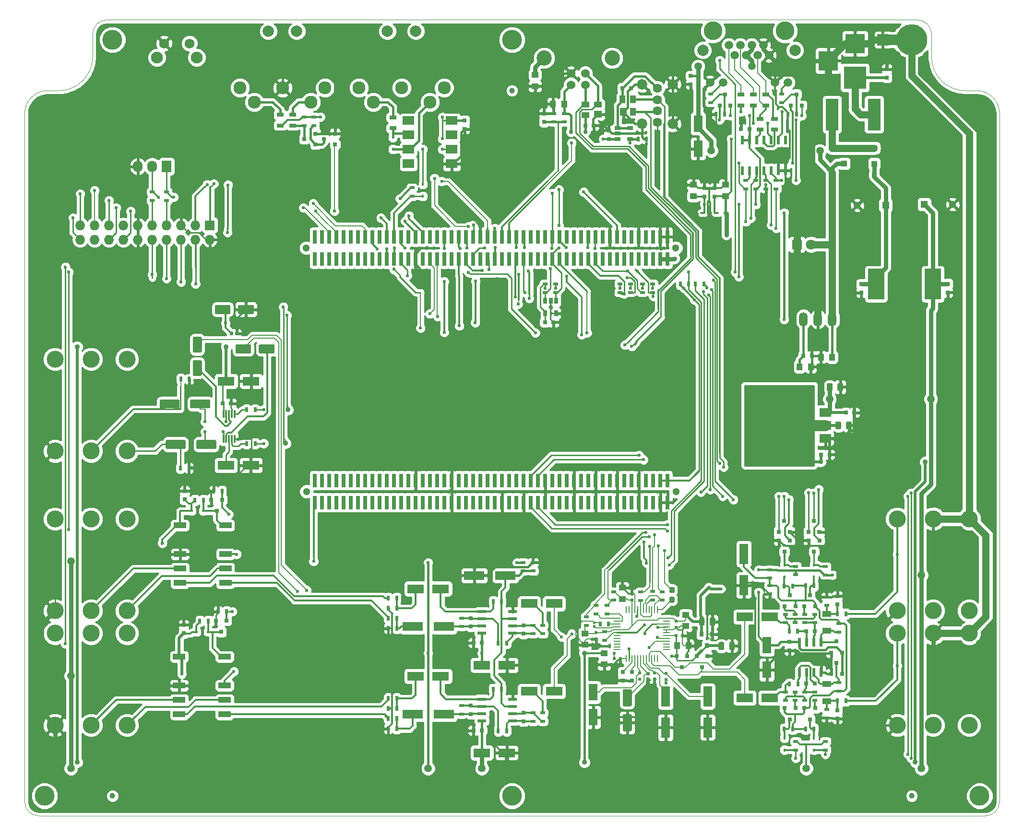
<source format=gtl>
G04 #@! TF.GenerationSoftware,KiCad,Pcbnew,5.0.2-bee76a0~70~ubuntu18.04.1*
G04 #@! TF.CreationDate,2019-04-15T14:10:49+02:00*
G04 #@! TF.ProjectId,bottom-board,626f7474-6f6d-42d6-926f-6172642e6b69,rev?*
G04 #@! TF.SameCoordinates,Original*
G04 #@! TF.FileFunction,Copper,L1,Top*
G04 #@! TF.FilePolarity,Positive*
%FSLAX46Y46*%
G04 Gerber Fmt 4.6, Leading zero omitted, Abs format (unit mm)*
G04 Created by KiCad (PCBNEW 5.0.2-bee76a0~70~ubuntu18.04.1) date Mon 15 Apr 2019 02:10:49 PM CEST*
%MOMM*%
%LPD*%
G01*
G04 APERTURE LIST*
G04 #@! TA.AperFunction,NonConductor*
%ADD10C,0.100000*%
G04 #@! TD*
G04 #@! TA.AperFunction,EtchedComponent*
%ADD11C,0.304800*%
G04 #@! TD*
G04 #@! TA.AperFunction,WasherPad*
%ADD12C,1.300000*%
G04 #@! TD*
G04 #@! TA.AperFunction,SMDPad,CuDef*
%ADD13R,0.740000X2.400000*%
G04 #@! TD*
G04 #@! TA.AperFunction,SMDPad,CuDef*
%ADD14R,0.500000X0.900000*%
G04 #@! TD*
G04 #@! TA.AperFunction,SMDPad,CuDef*
%ADD15R,0.900000X0.500000*%
G04 #@! TD*
G04 #@! TA.AperFunction,ComponentPad*
%ADD16C,2.300000*%
G04 #@! TD*
G04 #@! TA.AperFunction,ComponentPad*
%ADD17C,2.000000*%
G04 #@! TD*
G04 #@! TA.AperFunction,SMDPad,CuDef*
%ADD18R,0.750000X0.800000*%
G04 #@! TD*
G04 #@! TA.AperFunction,ComponentPad*
%ADD19R,1.300000X1.300000*%
G04 #@! TD*
G04 #@! TA.AperFunction,ComponentPad*
%ADD20C,1.300000*%
G04 #@! TD*
G04 #@! TA.AperFunction,SMDPad,CuDef*
%ADD21R,0.800000X0.750000*%
G04 #@! TD*
G04 #@! TA.AperFunction,SMDPad,CuDef*
%ADD22R,1.250000X1.000000*%
G04 #@! TD*
G04 #@! TA.AperFunction,SMDPad,CuDef*
%ADD23R,1.000000X1.250000*%
G04 #@! TD*
G04 #@! TA.AperFunction,SMDPad,CuDef*
%ADD24R,1.600000X1.000000*%
G04 #@! TD*
G04 #@! TA.AperFunction,SMDPad,CuDef*
%ADD25R,1.399540X1.198880*%
G04 #@! TD*
G04 #@! TA.AperFunction,SMDPad,CuDef*
%ADD26R,1.399540X1.000760*%
G04 #@! TD*
G04 #@! TA.AperFunction,SMDPad,CuDef*
%ADD27R,1.198880X1.399540*%
G04 #@! TD*
G04 #@! TA.AperFunction,SMDPad,CuDef*
%ADD28R,1.000760X1.399540*%
G04 #@! TD*
G04 #@! TA.AperFunction,SMDPad,CuDef*
%ADD29R,2.300000X5.600000*%
G04 #@! TD*
G04 #@! TA.AperFunction,SMDPad,CuDef*
%ADD30R,2.900680X5.400040*%
G04 #@! TD*
G04 #@! TA.AperFunction,ComponentPad*
%ADD31C,1.620000*%
G04 #@! TD*
G04 #@! TA.AperFunction,ComponentPad*
%ADD32C,1.850000*%
G04 #@! TD*
G04 #@! TA.AperFunction,ComponentPad*
%ADD33R,1.727200X2.032000*%
G04 #@! TD*
G04 #@! TA.AperFunction,ComponentPad*
%ADD34O,1.727200X2.032000*%
G04 #@! TD*
G04 #@! TA.AperFunction,SMDPad,CuDef*
%ADD35R,1.300000X0.700000*%
G04 #@! TD*
G04 #@! TA.AperFunction,ComponentPad*
%ADD36C,2.100000*%
G04 #@! TD*
G04 #@! TA.AperFunction,ComponentPad*
%ADD37C,1.750000*%
G04 #@! TD*
G04 #@! TA.AperFunction,SMDPad,CuDef*
%ADD38R,0.600000X1.550000*%
G04 #@! TD*
G04 #@! TA.AperFunction,SMDPad,CuDef*
%ADD39R,1.550000X0.600000*%
G04 #@! TD*
G04 #@! TA.AperFunction,SMDPad,CuDef*
%ADD40R,0.300000X1.400000*%
G04 #@! TD*
G04 #@! TA.AperFunction,SMDPad,CuDef*
%ADD41R,2.032000X1.524000*%
G04 #@! TD*
G04 #@! TA.AperFunction,SMDPad,CuDef*
%ADD42R,0.600000X1.500000*%
G04 #@! TD*
G04 #@! TA.AperFunction,ComponentPad*
%ADD43C,1.501140*%
G04 #@! TD*
G04 #@! TA.AperFunction,ComponentPad*
%ADD44C,3.300000*%
G04 #@! TD*
G04 #@! TA.AperFunction,ComponentPad*
%ADD45C,3.000000*%
G04 #@! TD*
G04 #@! TA.AperFunction,ComponentPad*
%ADD46R,4.000000X4.000000*%
G04 #@! TD*
G04 #@! TA.AperFunction,ComponentPad*
%ADD47R,3.500000X3.500000*%
G04 #@! TD*
G04 #@! TA.AperFunction,SMDPad,CuDef*
%ADD48R,0.450000X0.590000*%
G04 #@! TD*
G04 #@! TA.AperFunction,SMDPad,CuDef*
%ADD49R,0.590000X0.450000*%
G04 #@! TD*
G04 #@! TA.AperFunction,SMDPad,CuDef*
%ADD50R,1.060000X0.650000*%
G04 #@! TD*
G04 #@! TA.AperFunction,SMDPad,CuDef*
%ADD51R,0.800100X0.800100*%
G04 #@! TD*
G04 #@! TA.AperFunction,BGAPad,CuDef*
%ADD52C,1.000000*%
G04 #@! TD*
G04 #@! TA.AperFunction,ViaPad*
%ADD53C,3.500000*%
G04 #@! TD*
G04 #@! TA.AperFunction,ComponentPad*
%ADD54C,1.524000*%
G04 #@! TD*
G04 #@! TA.AperFunction,ComponentPad*
%ADD55C,2.700020*%
G04 #@! TD*
G04 #@! TA.AperFunction,ComponentPad*
%ADD56R,1.727200X1.727200*%
G04 #@! TD*
G04 #@! TA.AperFunction,ComponentPad*
%ADD57O,1.727200X1.727200*%
G04 #@! TD*
G04 #@! TA.AperFunction,SMDPad,CuDef*
%ADD58R,2.000000X2.000000*%
G04 #@! TD*
G04 #@! TA.AperFunction,ComponentPad*
%ADD59C,5.500000*%
G04 #@! TD*
G04 #@! TA.AperFunction,SMDPad,CuDef*
%ADD60R,2.999740X1.600200*%
G04 #@! TD*
G04 #@! TA.AperFunction,SMDPad,CuDef*
%ADD61R,1.600200X2.999740*%
G04 #@! TD*
G04 #@! TA.AperFunction,SMDPad,CuDef*
%ADD62R,1.600200X3.599180*%
G04 #@! TD*
G04 #@! TA.AperFunction,SMDPad,CuDef*
%ADD63R,3.599180X1.600200*%
G04 #@! TD*
G04 #@! TA.AperFunction,ComponentPad*
%ADD64O,1.501140X2.499360*%
G04 #@! TD*
G04 #@! TA.AperFunction,ComponentPad*
%ADD65R,1.800000X1.800000*%
G04 #@! TD*
G04 #@! TA.AperFunction,ComponentPad*
%ADD66C,1.800000*%
G04 #@! TD*
G04 #@! TA.AperFunction,SMDPad,CuDef*
%ADD67R,0.600000X0.500000*%
G04 #@! TD*
G04 #@! TA.AperFunction,SMDPad,CuDef*
%ADD68R,0.500000X0.600000*%
G04 #@! TD*
G04 #@! TA.AperFunction,Conductor*
%ADD69C,0.100000*%
G04 #@! TD*
G04 #@! TA.AperFunction,SMDPad,CuDef*
%ADD70C,1.600000*%
G04 #@! TD*
G04 #@! TA.AperFunction,SMDPad,CuDef*
%ADD71C,0.590000*%
G04 #@! TD*
G04 #@! TA.AperFunction,SMDPad,CuDef*
%ADD72C,0.950000*%
G04 #@! TD*
G04 #@! TA.AperFunction,SMDPad,CuDef*
%ADD73R,0.800000X0.900000*%
G04 #@! TD*
G04 #@! TA.AperFunction,SMDPad,CuDef*
%ADD74R,1.100000X1.100000*%
G04 #@! TD*
G04 #@! TA.AperFunction,SMDPad,CuDef*
%ADD75C,0.975000*%
G04 #@! TD*
G04 #@! TA.AperFunction,SMDPad,CuDef*
%ADD76R,2.000000X3.800000*%
G04 #@! TD*
G04 #@! TA.AperFunction,SMDPad,CuDef*
%ADD77R,2.000000X1.500000*%
G04 #@! TD*
G04 #@! TA.AperFunction,SMDPad,CuDef*
%ADD78R,0.250000X1.300000*%
G04 #@! TD*
G04 #@! TA.AperFunction,SMDPad,CuDef*
%ADD79R,1.300000X0.250000*%
G04 #@! TD*
G04 #@! TA.AperFunction,SMDPad,CuDef*
%ADD80C,0.400000*%
G04 #@! TD*
G04 #@! TA.AperFunction,SMDPad,CuDef*
%ADD81R,0.650000X1.060000*%
G04 #@! TD*
G04 #@! TA.AperFunction,SMDPad,CuDef*
%ADD82R,2.200000X1.000000*%
G04 #@! TD*
G04 #@! TA.AperFunction,ViaPad*
%ADD83C,0.750000*%
G04 #@! TD*
G04 #@! TA.AperFunction,ViaPad*
%ADD84C,0.600000*%
G04 #@! TD*
G04 #@! TA.AperFunction,ViaPad*
%ADD85C,1.350000*%
G04 #@! TD*
G04 #@! TA.AperFunction,ViaPad*
%ADD86C,0.900000*%
G04 #@! TD*
G04 #@! TA.AperFunction,Conductor*
%ADD87C,0.762000*%
G04 #@! TD*
G04 #@! TA.AperFunction,Conductor*
%ADD88C,0.508000*%
G04 #@! TD*
G04 #@! TA.AperFunction,Conductor*
%ADD89C,1.270000*%
G04 #@! TD*
G04 #@! TA.AperFunction,Conductor*
%ADD90C,0.381000*%
G04 #@! TD*
G04 #@! TA.AperFunction,Conductor*
%ADD91C,0.254000*%
G04 #@! TD*
G04 #@! TA.AperFunction,Conductor*
%ADD92C,0.304800*%
G04 #@! TD*
G04 #@! TA.AperFunction,Conductor*
%ADD93C,0.203200*%
G04 #@! TD*
G04 #@! TA.AperFunction,Conductor*
%ADD94C,1.905000*%
G04 #@! TD*
G04 APERTURE END LIST*
D10*
X228074346Y-32066366D02*
G75*
G02X232074346Y-36066366I0J-4000000D01*
G01*
X226074346Y-32066366D02*
G75*
G02X220074346Y-26066366I0J6000000D01*
G01*
X217574346Y-19566366D02*
G75*
G02X220074346Y-22066366I0J-2500000D01*
G01*
X72074346Y-22066366D02*
G75*
G02X74574346Y-19566366I2500000J0D01*
G01*
X72074346Y-26066366D02*
G75*
G02X66074346Y-32066366I-6000000J0D01*
G01*
X60074346Y-36066366D02*
G75*
G02X64074346Y-32066366I4000000J0D01*
G01*
X62574346Y-160066366D02*
G75*
G02X60074346Y-157566366I0J2500000D01*
G01*
X232074346Y-157566366D02*
G75*
G02X229574346Y-160066366I-2500000J0D01*
G01*
X232074350Y-36066368D02*
X232074350Y-157566368D01*
X226074345Y-32066363D02*
X228074349Y-32066363D01*
X220074348Y-22066365D02*
X220074348Y-26066366D01*
X74574344Y-19566368D02*
X217574343Y-19566368D01*
X72074346Y-26066366D02*
X72074346Y-22066365D01*
X64074345Y-32066363D02*
X66074349Y-32066363D01*
X60074344Y-157566368D02*
X60074344Y-36066368D01*
X229574345Y-160066369D02*
X62574349Y-160066369D01*
D11*
G04 #@! TO.C,JMP1*
X212260180Y-22311360D02*
X214998180Y-22311360D01*
X214998180Y-22565360D02*
X212260180Y-22565360D01*
X212260180Y-22819360D02*
X214998180Y-22819360D01*
X214998180Y-23073360D02*
X212260180Y-23073360D01*
X212260180Y-23327360D02*
X214998180Y-23327360D01*
X214998180Y-23581360D02*
X212260180Y-23581360D01*
X212260180Y-23835360D02*
X214998180Y-23835360D01*
G04 #@! TD*
D12*
G04 #@! TO.N,*
G04 #@! TO.C,J7*
X109782540Y-102810520D03*
X174982540Y-102810520D03*
D13*
G04 #@! TD*
G04 #@! TO.P,J7,93*
G04 #@! TO.N,Net-(J7-Pad93)*
X115077540Y-104760520D03*
G04 #@! TO.P,J7,97*
G04 #@! TO.N,Net-(J7-Pad97)*
X112537540Y-104760520D03*
G04 #@! TO.P,J7,91*
G04 #@! TO.N,Net-(J7-Pad91)*
X116347540Y-104760520D03*
G04 #@! TO.P,J7,99*
G04 #@! TO.N,UBOOT_BUTTON*
X111267540Y-104760520D03*
G04 #@! TO.P,J7,95*
G04 #@! TO.N,Net-(J7-Pad95)*
X113807540Y-104760520D03*
G04 #@! TO.P,J7,94*
G04 #@! TO.N,Net-(J7-Pad94)*
X115077540Y-100860520D03*
G04 #@! TO.P,J7,98*
G04 #@! TO.N,Net-(J7-Pad98)*
X112537540Y-100860520D03*
G04 #@! TO.P,J7,92*
G04 #@! TO.N,Net-(J7-Pad92)*
X116347540Y-100860520D03*
G04 #@! TO.P,J7,100*
G04 #@! TO.N,Net-(J7-Pad100)*
X111267540Y-100860520D03*
G04 #@! TO.P,J7,96*
G04 #@! TO.N,Net-(J7-Pad96)*
X113807540Y-100860520D03*
G04 #@! TO.P,J7,89*
G04 #@! TO.N,Net-(J7-Pad89)*
X117617540Y-104760520D03*
G04 #@! TO.P,J7,83*
G04 #@! TO.N,Net-(J7-Pad83)*
X121427540Y-104760520D03*
G04 #@! TO.P,J7,81*
G04 #@! TO.N,Net-(J7-Pad81)*
X122697540Y-104760520D03*
G04 #@! TO.P,J7,87*
G04 #@! TO.N,Net-(J7-Pad87)*
X118887540Y-104760520D03*
G04 #@! TO.P,J7,85*
G04 #@! TO.N,Net-(J7-Pad85)*
X120157540Y-104760520D03*
G04 #@! TO.P,J7,90*
G04 #@! TO.N,Net-(J7-Pad90)*
X117617540Y-100860520D03*
G04 #@! TO.P,J7,84*
G04 #@! TO.N,Net-(J7-Pad84)*
X121427540Y-100860520D03*
G04 #@! TO.P,J7,82*
G04 #@! TO.N,Net-(J7-Pad82)*
X122697540Y-100860520D03*
G04 #@! TO.P,J7,88*
G04 #@! TO.N,Net-(J7-Pad88)*
X118887540Y-100860520D03*
G04 #@! TO.P,J7,86*
G04 #@! TO.N,Net-(J7-Pad86)*
X120157540Y-100860520D03*
G04 #@! TO.P,J7,79*
G04 #@! TO.N,Net-(J7-Pad79)*
X123967540Y-104760520D03*
G04 #@! TO.P,J7,80*
G04 #@! TO.N,Net-(J7-Pad80)*
X123967540Y-100860520D03*
G04 #@! TO.P,J7,77*
G04 #@! TO.N,Net-(J7-Pad77)*
X125237540Y-104760520D03*
G04 #@! TO.P,J7,78*
G04 #@! TO.N,Net-(J7-Pad78)*
X125237540Y-100860520D03*
G04 #@! TO.P,J7,75*
G04 #@! TO.N,Net-(J7-Pad75)*
X126507540Y-104760520D03*
G04 #@! TO.P,J7,76*
G04 #@! TO.N,Net-(J7-Pad76)*
X126507540Y-100860520D03*
G04 #@! TO.P,J7,73*
G04 #@! TO.N,Net-(J7-Pad73)*
X127777540Y-104760520D03*
G04 #@! TO.P,J7,74*
G04 #@! TO.N,Net-(J7-Pad74)*
X127777540Y-100860520D03*
G04 #@! TO.P,J7,71*
G04 #@! TO.N,Net-(J7-Pad71)*
X129047540Y-104760520D03*
G04 #@! TO.P,J7,72*
G04 #@! TO.N,GNDA*
X129047540Y-100860520D03*
G04 #@! TO.P,J7,69*
G04 #@! TO.N,Net-(J7-Pad69)*
X130317540Y-104760520D03*
G04 #@! TO.P,J7,70*
G04 #@! TO.N,Net-(J7-Pad70)*
X130317540Y-100860520D03*
G04 #@! TO.P,J7,67*
G04 #@! TO.N,Net-(J7-Pad67)*
X131587540Y-104760520D03*
G04 #@! TO.P,J7,68*
G04 #@! TO.N,Net-(J7-Pad68)*
X131587540Y-100860520D03*
G04 #@! TO.P,J7,65*
G04 #@! TO.N,Net-(J7-Pad65)*
X132857540Y-104760520D03*
G04 #@! TO.P,J7,66*
G04 #@! TO.N,Net-(J7-Pad66)*
X132857540Y-100860520D03*
G04 #@! TO.P,J7,63*
G04 #@! TO.N,Net-(J7-Pad63)*
X134127540Y-104760520D03*
G04 #@! TO.P,J7,64*
G04 #@! TO.N,Net-(J7-Pad64)*
X134127540Y-100860520D03*
G04 #@! TO.P,J7,61*
G04 #@! TO.N,GNDA*
X135397540Y-104760520D03*
G04 #@! TO.P,J7,62*
X135397540Y-100860520D03*
G04 #@! TO.P,J7,59*
G04 #@! TO.N,Net-(J7-Pad59)*
X136667540Y-104760520D03*
G04 #@! TO.P,J7,60*
G04 #@! TO.N,Net-(J7-Pad60)*
X136667540Y-100860520D03*
G04 #@! TO.P,J7,57*
G04 #@! TO.N,Net-(J7-Pad57)*
X137937540Y-104760520D03*
G04 #@! TO.P,J7,58*
G04 #@! TO.N,Net-(J7-Pad58)*
X137937540Y-100860520D03*
G04 #@! TO.P,J7,55*
G04 #@! TO.N,Net-(J7-Pad55)*
X139207540Y-104760520D03*
G04 #@! TO.P,J7,56*
G04 #@! TO.N,Net-(J7-Pad56)*
X139207540Y-100860520D03*
G04 #@! TO.P,J7,53*
G04 #@! TO.N,Net-(J7-Pad53)*
X140477540Y-104760520D03*
G04 #@! TO.P,J7,54*
G04 #@! TO.N,Net-(J7-Pad54)*
X140477540Y-100860520D03*
G04 #@! TO.P,J7,51*
G04 #@! TO.N,Net-(J7-Pad51)*
X141747540Y-104760520D03*
G04 #@! TO.P,J7,52*
G04 #@! TO.N,Net-(J7-Pad52)*
X141747540Y-100860520D03*
G04 #@! TO.P,J7,49*
G04 #@! TO.N,Net-(J7-Pad49)*
X143017540Y-104760520D03*
G04 #@! TO.P,J7,50*
G04 #@! TO.N,Net-(J7-Pad50)*
X143017540Y-100860520D03*
G04 #@! TO.P,J7,47*
G04 #@! TO.N,GNDA*
X144287540Y-104760520D03*
G04 #@! TO.P,J7,48*
G04 #@! TO.N,Net-(J7-Pad48)*
X144287540Y-100860520D03*
G04 #@! TO.P,J7,45*
G04 #@! TO.N,Net-(J7-Pad45)*
X145557540Y-104760520D03*
G04 #@! TO.P,J7,46*
G04 #@! TO.N,Net-(J7-Pad46)*
X145557540Y-100860520D03*
G04 #@! TO.P,J7,43*
G04 #@! TO.N,Net-(J7-Pad43)*
X146827540Y-104760520D03*
G04 #@! TO.P,J7,44*
G04 #@! TO.N,Net-(J7-Pad44)*
X146827540Y-100860520D03*
G04 #@! TO.P,J7,41*
G04 #@! TO.N,GNDA*
X148097540Y-104760520D03*
G04 #@! TO.P,J7,42*
G04 #@! TO.N,Net-(J7-Pad42)*
X148097540Y-100860520D03*
G04 #@! TO.P,J7,39*
G04 #@! TO.N,USB_HOST_DM*
X149367540Y-104760520D03*
G04 #@! TO.P,J7,40*
G04 #@! TO.N,USB_DEV_DM*
X149367540Y-100860520D03*
G04 #@! TO.P,J7,37*
G04 #@! TO.N,USB_HOST_DP*
X150637540Y-104760520D03*
G04 #@! TO.P,J7,38*
G04 #@! TO.N,USB_DEV_DP*
X150637540Y-100860520D03*
G04 #@! TO.P,J7,35*
G04 #@! TO.N,GNDA*
X151907540Y-104760520D03*
G04 #@! TO.P,J7,36*
X151907540Y-100860520D03*
G04 #@! TO.P,J7,33*
G04 #@! TO.N,Net-(J7-Pad33)*
X153177540Y-104760520D03*
G04 #@! TO.P,J7,34*
G04 #@! TO.N,Net-(J7-Pad34)*
X153177540Y-100860520D03*
G04 #@! TO.P,J7,31*
G04 #@! TO.N,Net-(J7-Pad31)*
X154447540Y-104760520D03*
G04 #@! TO.P,J7,32*
G04 #@! TO.N,Net-(J7-Pad32)*
X154447540Y-100860520D03*
G04 #@! TO.P,J7,29*
G04 #@! TO.N,Net-(J7-Pad29)*
X155717540Y-104760520D03*
G04 #@! TO.P,J7,30*
G04 #@! TO.N,Net-(J7-Pad30)*
X155717540Y-100860520D03*
G04 #@! TO.P,J7,27*
G04 #@! TO.N,GNDA*
X156987540Y-104760520D03*
G04 #@! TO.P,J7,28*
X156987540Y-100860520D03*
G04 #@! TO.P,J7,25*
G04 #@! TO.N,Net-(J7-Pad25)*
X158257540Y-104760520D03*
G04 #@! TO.P,J7,26*
G04 #@! TO.N,Net-(J7-Pad26)*
X158257540Y-100860520D03*
G04 #@! TO.P,J7,23*
G04 #@! TO.N,Net-(J7-Pad23)*
X159527540Y-104760520D03*
G04 #@! TO.P,J7,24*
G04 #@! TO.N,Net-(J7-Pad24)*
X159527540Y-100860520D03*
G04 #@! TO.P,J7,21*
G04 #@! TO.N,GNDA*
X160797540Y-104760520D03*
G04 #@! TO.P,J7,22*
X160797540Y-100860520D03*
G04 #@! TO.P,J7,19*
G04 #@! TO.N,Net-(J7-Pad19)*
X162067540Y-104760520D03*
G04 #@! TO.P,J7,20*
G04 #@! TO.N,Net-(J7-Pad20)*
X162067540Y-100860520D03*
G04 #@! TO.P,J7,17*
G04 #@! TO.N,Net-(J7-Pad17)*
X163337540Y-104760520D03*
G04 #@! TO.P,J7,18*
G04 #@! TO.N,Net-(J7-Pad18)*
X163337540Y-100860520D03*
G04 #@! TO.P,J7,15*
G04 #@! TO.N,GNDA*
X164607540Y-104760520D03*
G04 #@! TO.P,J7,16*
X164607540Y-100860520D03*
G04 #@! TO.P,J7,13*
G04 #@! TO.N,Net-(J7-Pad13)*
X165877540Y-104760520D03*
G04 #@! TO.P,J7,14*
G04 #@! TO.N,Net-(J7-Pad14)*
X165877540Y-100860520D03*
G04 #@! TO.P,J7,11*
G04 #@! TO.N,Net-(J7-Pad11)*
X167147540Y-104760520D03*
G04 #@! TO.P,J7,12*
G04 #@! TO.N,Net-(J7-Pad12)*
X167147540Y-100860520D03*
G04 #@! TO.P,J7,9*
G04 #@! TO.N,GNDA*
X168417540Y-104760520D03*
G04 #@! TO.P,J7,10*
X168417540Y-100860520D03*
G04 #@! TO.P,J7,7*
G04 #@! TO.N,Net-(J7-Pad7)*
X169687540Y-104760520D03*
G04 #@! TO.P,J7,8*
G04 #@! TO.N,Net-(J7-Pad8)*
X169687540Y-100860520D03*
G04 #@! TO.P,J7,5*
G04 #@! TO.N,Net-(J7-Pad5)*
X170957540Y-104760520D03*
G04 #@! TO.P,J7,6*
G04 #@! TO.N,Net-(J7-Pad6)*
X170957540Y-100860520D03*
G04 #@! TO.P,J7,3*
G04 #@! TO.N,GNDA*
X172227540Y-104760520D03*
G04 #@! TO.P,J7,4*
G04 #@! TO.N,+3V3*
X172227540Y-100860520D03*
G04 #@! TO.P,J7,1*
G04 #@! TO.N,GNDA*
X173497540Y-104760520D03*
G04 #@! TO.P,J7,2*
G04 #@! TO.N,+3V3*
X173497540Y-100860520D03*
G04 #@! TD*
D14*
G04 #@! TO.P,R12,2*
G04 #@! TO.N,Net-(R12-Pad2)*
X163103560Y-126197360D03*
G04 #@! TO.P,R12,1*
G04 #@! TO.N,GNDA*
X161603560Y-126197360D03*
G04 #@! TD*
D15*
G04 #@! TO.P,R13,2*
G04 #@! TO.N,CODEC_~RESET*
X162394900Y-129082800D03*
G04 #@! TO.P,R13,1*
G04 #@! TO.N,+3.3VA*
X162394900Y-127582800D03*
G04 #@! TD*
G04 #@! TO.P,R7,2*
G04 #@! TO.N,CODEC_I2S_SDOUT*
X170896280Y-120491120D03*
G04 #@! TO.P,R7,1*
G04 #@! TO.N,Net-(R7-Pad1)*
X170896280Y-121991120D03*
G04 #@! TD*
D13*
G04 #@! TO.P,J8,2*
G04 #@! TO.N,GNDA*
X173484540Y-57881520D03*
G04 #@! TO.P,J8,1*
G04 #@! TO.N,+5V*
X173484540Y-61781520D03*
G04 #@! TO.P,J8,4*
G04 #@! TO.N,GNDA*
X172214540Y-57881520D03*
G04 #@! TO.P,J8,3*
G04 #@! TO.N,+5V*
X172214540Y-61781520D03*
G04 #@! TO.P,J8,6*
G04 #@! TO.N,Net-(J8-Pad6)*
X170944540Y-57881520D03*
G04 #@! TO.P,J8,5*
G04 #@! TO.N,Net-(J8-Pad5)*
X170944540Y-61781520D03*
G04 #@! TO.P,J8,8*
G04 #@! TO.N,Net-(J8-Pad8)*
X169674540Y-57881520D03*
G04 #@! TO.P,J8,7*
G04 #@! TO.N,Net-(J8-Pad7)*
X169674540Y-61781520D03*
G04 #@! TO.P,J8,10*
G04 #@! TO.N,GNDA*
X168404540Y-57881520D03*
G04 #@! TO.P,J8,9*
G04 #@! TO.N,Net-(J8-Pad9)*
X168404540Y-61781520D03*
G04 #@! TO.P,J8,12*
G04 #@! TO.N,Net-(J8-Pad12)*
X167134540Y-57881520D03*
G04 #@! TO.P,J8,11*
G04 #@! TO.N,Net-(J8-Pad11)*
X167134540Y-61781520D03*
G04 #@! TO.P,J8,14*
G04 #@! TO.N,Net-(J8-Pad14)*
X165864540Y-57881520D03*
G04 #@! TO.P,J8,13*
G04 #@! TO.N,Net-(J8-Pad13)*
X165864540Y-61781520D03*
G04 #@! TO.P,J8,16*
G04 #@! TO.N,POWER_BUTTON*
X164594540Y-57881520D03*
G04 #@! TO.P,J8,15*
G04 #@! TO.N,Net-(J8-Pad15)*
X164594540Y-61781520D03*
G04 #@! TO.P,J8,18*
G04 #@! TO.N,GNDA*
X163324540Y-57881520D03*
G04 #@! TO.P,J8,17*
G04 #@! TO.N,Net-(J8-Pad17)*
X163324540Y-61781520D03*
G04 #@! TO.P,J8,20*
G04 #@! TO.N,Net-(J8-Pad20)*
X162054540Y-57881520D03*
G04 #@! TO.P,J8,19*
G04 #@! TO.N,Net-(J8-Pad19)*
X162054540Y-61781520D03*
G04 #@! TO.P,J8,22*
G04 #@! TO.N,LEFT_GAIN_CTRL1*
X160784540Y-57881520D03*
G04 #@! TO.P,J8,21*
G04 #@! TO.N,LEFT_GAIN_CTRL2*
X160784540Y-61781520D03*
G04 #@! TO.P,J8,24*
G04 #@! TO.N,RIGHT_GAIN_CTRL1*
X159514540Y-57881520D03*
G04 #@! TO.P,J8,23*
G04 #@! TO.N,RIGHT_GAIN_CTRL2*
X159514540Y-61781520D03*
G04 #@! TO.P,J8,26*
G04 #@! TO.N,Net-(J8-Pad26)*
X158244540Y-57881520D03*
G04 #@! TO.P,J8,25*
G04 #@! TO.N,Net-(J8-Pad25)*
X158244540Y-61781520D03*
G04 #@! TO.P,J8,28*
G04 #@! TO.N,Net-(J8-Pad28)*
X156974540Y-57881520D03*
G04 #@! TO.P,J8,27*
G04 #@! TO.N,Net-(J8-Pad27)*
X156974540Y-61781520D03*
G04 #@! TO.P,J8,30*
G04 #@! TO.N,Net-(J8-Pad30)*
X155704540Y-57881520D03*
G04 #@! TO.P,J8,29*
G04 #@! TO.N,Net-(J8-Pad29)*
X155704540Y-61781520D03*
G04 #@! TO.P,J8,32*
G04 #@! TO.N,CODEC_I2C_SDA*
X154434540Y-57881520D03*
G04 #@! TO.P,J8,31*
G04 #@! TO.N,CODEC_I2C_SCL*
X154434540Y-61781520D03*
G04 #@! TO.P,J8,34*
G04 #@! TO.N,TWI4_SDA*
X153164540Y-57881520D03*
G04 #@! TO.P,J8,33*
G04 #@! TO.N,TWI4_SCL*
X153164540Y-61781520D03*
G04 #@! TO.P,J8,36*
G04 #@! TO.N,Net-(J8-Pad36)*
X151894540Y-57881520D03*
G04 #@! TO.P,J8,35*
G04 #@! TO.N,Net-(J8-Pad35)*
X151894540Y-61781520D03*
G04 #@! TO.P,J8,38*
G04 #@! TO.N,Net-(J8-Pad38)*
X150624540Y-57881520D03*
G04 #@! TO.P,J8,37*
G04 #@! TO.N,Net-(J8-Pad37)*
X150624540Y-61781520D03*
G04 #@! TO.P,J8,40*
G04 #@! TO.N,Net-(J8-Pad40)*
X149354540Y-57881520D03*
G04 #@! TO.P,J8,39*
G04 #@! TO.N,Net-(J8-Pad39)*
X149354540Y-61781520D03*
G04 #@! TO.P,J8,42*
G04 #@! TO.N,HMI_SPI0_CLK*
X148084540Y-57881520D03*
G04 #@! TO.P,J8,41*
G04 #@! TO.N,HMI_SPI0_CS0*
X148084540Y-61781520D03*
G04 #@! TO.P,J8,44*
G04 #@! TO.N,HMI_SPI0_MISO*
X146814540Y-57881520D03*
G04 #@! TO.P,J8,43*
G04 #@! TO.N,HMI_SPI0_MOSI*
X146814540Y-61781520D03*
G04 #@! TO.P,J8,46*
G04 #@! TO.N,USB_HOST_DRV*
X145544540Y-57881520D03*
G04 #@! TO.P,J8,45*
G04 #@! TO.N,Net-(J8-Pad45)*
X145544540Y-61781520D03*
G04 #@! TO.P,J8,48*
G04 #@! TO.N,USB_DEV_DET*
X144274540Y-57881520D03*
G04 #@! TO.P,J8,47*
G04 #@! TO.N,Net-(J8-Pad47)*
X144274540Y-61781520D03*
G04 #@! TO.P,J8,50*
G04 #@! TO.N,CHAIN_UART_RX*
X143004540Y-57881520D03*
G04 #@! TO.P,J8,49*
G04 #@! TO.N,CHAIN_UART_TX*
X143004540Y-61781520D03*
G04 #@! TO.P,J8,52*
G04 #@! TO.N,HMI_RFU_01(RX)*
X141734540Y-57881520D03*
G04 #@! TO.P,J8,51*
G04 #@! TO.N,HMI_RFU_02(TX)*
X141734540Y-61781520D03*
G04 #@! TO.P,J8,54*
G04 #@! TO.N,GNDA*
X140464540Y-57881520D03*
G04 #@! TO.P,J8,53*
G04 #@! TO.N,Net-(J8-Pad53)*
X140464540Y-61781520D03*
G04 #@! TO.P,J8,56*
G04 #@! TO.N,CHAIN_UART_RE*
X139194540Y-57881520D03*
G04 #@! TO.P,J8,55*
G04 #@! TO.N,CHAIN_UART_DE*
X139194540Y-61781520D03*
G04 #@! TO.P,J8,58*
G04 #@! TO.N,CODEC_I2S_BCLK*
X137924540Y-57881520D03*
G04 #@! TO.P,J8,57*
G04 #@! TO.N,CODEC_I2S_MCLK*
X137924540Y-61781520D03*
G04 #@! TO.P,J8,60*
G04 #@! TO.N,CODEC_I2S_SDIN*
X136654540Y-57881520D03*
G04 #@! TO.P,J8,59*
G04 #@! TO.N,CODEC_I2S_LRCK*
X136654540Y-61781520D03*
G04 #@! TO.P,J8,62*
G04 #@! TO.N,Net-(J8-Pad62)*
X135384540Y-57881520D03*
G04 #@! TO.P,J8,61*
G04 #@! TO.N,Net-(J8-Pad61)*
X135384540Y-61781520D03*
G04 #@! TO.P,J8,64*
G04 #@! TO.N,CODEC_I2S_SDOUT*
X134114540Y-57881520D03*
G04 #@! TO.P,J8,63*
G04 #@! TO.N,Net-(J8-Pad63)*
X134114540Y-61781520D03*
G04 #@! TO.P,J8,66*
G04 #@! TO.N,Net-(J8-Pad66)*
X132844540Y-57881520D03*
G04 #@! TO.P,J8,65*
G04 #@! TO.N,HP_UP/DN*
X132844540Y-61781520D03*
G04 #@! TO.P,J8,68*
G04 #@! TO.N,Net-(J8-Pad68)*
X131574540Y-57881520D03*
G04 #@! TO.P,J8,67*
G04 #@! TO.N,HP_CLOCK*
X131574540Y-61781520D03*
G04 #@! TO.P,J8,70*
G04 #@! TO.N,CLI_UART_TX*
X130304540Y-57881520D03*
G04 #@! TO.P,J8,69*
G04 #@! TO.N,Net-(J8-Pad69)*
X130304540Y-61781520D03*
G04 #@! TO.P,J8,72*
G04 #@! TO.N,CLI_UART_RX*
X129034540Y-57881520D03*
G04 #@! TO.P,J8,71*
G04 #@! TO.N,GNDA*
X129034540Y-61781520D03*
G04 #@! TO.P,J8,74*
G04 #@! TO.N,Net-(J8-Pad74)*
X127764540Y-57881520D03*
G04 #@! TO.P,J8,73*
G04 #@! TO.N,Net-(J8-Pad73)*
X127764540Y-61781520D03*
G04 #@! TO.P,J8,76*
G04 #@! TO.N,RIGHT_TRUE_BYPASS*
X126494540Y-57881520D03*
G04 #@! TO.P,J8,75*
G04 #@! TO.N,LEFT_TRUE_BYPASS*
X126494540Y-61781520D03*
G04 #@! TO.P,J8,78*
G04 #@! TO.N,MIDI_UART_RX*
X125224540Y-57881520D03*
G04 #@! TO.P,J8,77*
G04 #@! TO.N,MIDI_UART_TX*
X125224540Y-61781520D03*
G04 #@! TO.P,J8,80*
G04 #@! TO.N,HMI_UART_RX*
X123954540Y-57881520D03*
G04 #@! TO.P,J8,79*
G04 #@! TO.N,HMI_UART_TX*
X123954540Y-61781520D03*
G04 #@! TO.P,J8,86*
G04 #@! TO.N,PM_LEDS_OE*
X120144540Y-57881520D03*
G04 #@! TO.P,J8,88*
G04 #@! TO.N,Net-(J8-Pad88)*
X118874540Y-57881520D03*
G04 #@! TO.P,J8,82*
G04 #@! TO.N,Net-(J8-Pad82)*
X122684540Y-57881520D03*
G04 #@! TO.P,J8,84*
G04 #@! TO.N,CODEC_~RESET*
X121414540Y-57881520D03*
G04 #@! TO.P,J8,90*
G04 #@! TO.N,Net-(J8-Pad90)*
X117604540Y-57881520D03*
G04 #@! TO.P,J8,85*
G04 #@! TO.N,Net-(J8-Pad85)*
X120144540Y-61781520D03*
G04 #@! TO.P,J8,87*
G04 #@! TO.N,Net-(J8-Pad87)*
X118874540Y-61781520D03*
G04 #@! TO.P,J8,81*
G04 #@! TO.N,Net-(J8-Pad81)*
X122684540Y-61781520D03*
G04 #@! TO.P,J8,83*
G04 #@! TO.N,Net-(J8-Pad83)*
X121414540Y-61781520D03*
G04 #@! TO.P,J8,89*
G04 #@! TO.N,Net-(J8-Pad89)*
X117604540Y-61781520D03*
G04 #@! TO.P,J8,96*
G04 #@! TO.N,HMI_RESET*
X113794540Y-57881520D03*
G04 #@! TO.P,J8,100*
G04 #@! TO.N,Net-(J8-Pad100)*
X111254540Y-57881520D03*
G04 #@! TO.P,J8,92*
G04 #@! TO.N,Net-(J8-Pad92)*
X116334540Y-57881520D03*
G04 #@! TO.P,J8,98*
G04 #@! TO.N,Net-(J8-Pad98)*
X112524540Y-57881520D03*
G04 #@! TO.P,J8,94*
G04 #@! TO.N,HMI_ISP_ENABLE*
X115064540Y-57881520D03*
G04 #@! TO.P,J8,95*
G04 #@! TO.N,Net-(J8-Pad95)*
X113794540Y-61781520D03*
G04 #@! TO.P,J8,99*
G04 #@! TO.N,Net-(J8-Pad99)*
X111254540Y-61781520D03*
G04 #@! TO.P,J8,91*
G04 #@! TO.N,Net-(J8-Pad91)*
X116334540Y-61781520D03*
G04 #@! TO.P,J8,97*
G04 #@! TO.N,Net-(J8-Pad97)*
X112524540Y-61781520D03*
G04 #@! TO.P,J8,93*
G04 #@! TO.N,Net-(J8-Pad93)*
X115064540Y-61781520D03*
D12*
G04 #@! TD*
G04 #@! TO.N,*
G04 #@! TO.C,J8*
X174969540Y-59831520D03*
G04 #@! TO.N,*
G04 #@! TO.C,J8*
X109769540Y-59831520D03*
G04 #@! TD*
D16*
G04 #@! TO.P,P3,5*
G04 #@! TO.N,Net-(D15-Pad2)*
X131582280Y-34069660D03*
D17*
G04 #@! TO.P,P3,*
G04 #@! TO.N,*
X124082280Y-21569660D03*
D16*
G04 #@! TO.P,P3,3*
G04 #@! TO.N,Net-(P3-Pad3)*
X134082280Y-31569660D03*
G04 #@! TO.P,P3,2*
G04 #@! TO.N,Net-(P3-Pad2)*
X126582280Y-31569660D03*
G04 #@! TO.P,P3,1*
G04 #@! TO.N,Net-(P3-Pad1)*
X119082280Y-31569660D03*
G04 #@! TO.P,P3,4*
G04 #@! TO.N,Net-(P3-Pad4)*
X121582280Y-34069660D03*
D17*
G04 #@! TO.P,P3,*
G04 #@! TO.N,*
X129082280Y-21569660D03*
G04 #@! TD*
D16*
G04 #@! TO.P,P4,5*
G04 #@! TO.N,Net-(P4-Pad5)*
X110578260Y-34069660D03*
D17*
G04 #@! TO.P,P4,*
G04 #@! TO.N,*
X103078260Y-21569660D03*
D16*
G04 #@! TO.P,P4,3*
G04 #@! TO.N,Net-(P4-Pad3)*
X113078260Y-31569660D03*
G04 #@! TO.P,P4,2*
G04 #@! TO.N,GNDA*
X105578260Y-31569660D03*
G04 #@! TO.P,P4,1*
G04 #@! TO.N,Net-(P4-Pad1)*
X98078260Y-31569660D03*
G04 #@! TO.P,P4,4*
G04 #@! TO.N,Net-(P4-Pad4)*
X100578260Y-34069660D03*
D17*
G04 #@! TO.P,P4,*
G04 #@! TO.N,*
X108078260Y-21569660D03*
G04 #@! TD*
D18*
G04 #@! TO.P,C1,1*
G04 #@! TO.N,Net-(C1-Pad1)*
X207694800Y-66216200D03*
G04 #@! TO.P,C1,2*
G04 #@! TO.N,GNDA*
X207694800Y-67716200D03*
G04 #@! TD*
D19*
G04 #@! TO.P,C2,1*
G04 #@! TO.N,Net-(C1-Pad1)*
X211977540Y-52300520D03*
D20*
G04 #@! TO.P,C2,2*
G04 #@! TO.N,GNDA*
X206977540Y-52300520D03*
G04 #@! TD*
D18*
G04 #@! TO.P,C4,1*
G04 #@! TO.N,+12VA*
X222960200Y-66165400D03*
G04 #@! TO.P,C4,2*
G04 #@! TO.N,GNDA*
X222960200Y-67665400D03*
G04 #@! TD*
D19*
G04 #@! TO.P,C6,1*
G04 #@! TO.N,+12VA*
X218807540Y-52140520D03*
D20*
G04 #@! TO.P,C6,2*
G04 #@! TO.N,GNDA*
X223807540Y-52140520D03*
G04 #@! TD*
D21*
G04 #@! TO.P,C9,1*
G04 #@! TO.N,+12VA*
X204964600Y-88900000D03*
G04 #@! TO.P,C9,2*
G04 #@! TO.N,GNDA*
X206464600Y-88900000D03*
G04 #@! TD*
G04 #@! TO.P,C10,1*
G04 #@! TO.N,+5VA*
X200570400Y-96291400D03*
G04 #@! TO.P,C10,2*
G04 #@! TO.N,GNDA*
X202070400Y-96291400D03*
G04 #@! TD*
G04 #@! TO.P,C5,1*
G04 #@! TO.N,+5V*
X197451280Y-78861920D03*
G04 #@! TO.P,C5,2*
G04 #@! TO.N,GNDA*
X198951280Y-78861920D03*
G04 #@! TD*
D22*
G04 #@! TO.P,C18,1*
G04 #@! TO.N,+3.3VA*
X165531800Y-121777000D03*
G04 #@! TO.P,C18,2*
G04 #@! TO.N,GNDA*
X165531800Y-119777000D03*
G04 #@! TD*
G04 #@! TO.P,C15,1*
G04 #@! TO.N,+5VA*
X162331400Y-131359400D03*
G04 #@! TO.P,C15,2*
G04 #@! TO.N,GNDA*
X162331400Y-133359400D03*
G04 #@! TD*
D23*
G04 #@! TO.P,C19,1*
G04 #@! TO.N,+5VA*
X175199800Y-130048000D03*
G04 #@! TO.P,C19,2*
G04 #@! TO.N,GNDA*
X177199800Y-130048000D03*
G04 #@! TD*
D22*
G04 #@! TO.P,C30,1*
G04 #@! TO.N,+5V*
X183743600Y-50682400D03*
G04 #@! TO.P,C30,2*
G04 #@! TO.N,GNDA*
X183743600Y-48682400D03*
G04 #@! TD*
D18*
G04 #@! TO.P,C31,1*
G04 #@! TO.N,+5V*
X181813200Y-50788000D03*
G04 #@! TO.P,C31,2*
G04 #@! TO.N,GNDA*
X181813200Y-49288000D03*
G04 #@! TD*
G04 #@! TO.P,C35,1*
G04 #@! TO.N,GNDA*
X194998340Y-130876740D03*
G04 #@! TO.P,C35,2*
G04 #@! TO.N,+12VA*
X194998340Y-129376740D03*
G04 #@! TD*
D21*
G04 #@! TO.P,C42,1*
G04 #@! TO.N,+12VA*
X140754800Y-129540000D03*
G04 #@! TO.P,C42,2*
G04 #@! TO.N,GNDA*
X139254800Y-129540000D03*
G04 #@! TD*
G04 #@! TO.P,C43,1*
G04 #@! TO.N,+12VA*
X140754800Y-145008600D03*
G04 #@! TO.P,C43,2*
G04 #@! TO.N,GNDA*
X139254800Y-145008600D03*
G04 #@! TD*
G04 #@! TO.P,C47,1*
G04 #@! TO.N,+5VA*
X94982600Y-87274400D03*
G04 #@! TO.P,C47,2*
G04 #@! TO.N,GNDA*
X96482600Y-87274400D03*
G04 #@! TD*
D18*
G04 #@! TO.P,C51,1*
G04 #@! TO.N,+5V*
X163131500Y-40577200D03*
G04 #@! TO.P,C51,2*
G04 #@! TO.N,GNDA*
X163131500Y-39077200D03*
G04 #@! TD*
D23*
G04 #@! TO.P,C49,1*
G04 #@! TO.N,Net-(C49-Pad1)*
X155266900Y-34417000D03*
G04 #@! TO.P,C49,2*
G04 #@! TO.N,GNDA*
X153266900Y-34417000D03*
G04 #@! TD*
D21*
G04 #@! TO.P,C50,1*
G04 #@! TO.N,GNDA*
X160477900Y-38239700D03*
G04 #@! TO.P,C50,2*
G04 #@! TO.N,Net-(C49-Pad1)*
X158977900Y-38239700D03*
G04 #@! TD*
G04 #@! TO.P,C52,1*
G04 #@! TO.N,GNDA*
X167031100Y-31597600D03*
G04 #@! TO.P,C52,2*
G04 #@! TO.N,Net-(C52-Pad2)*
X165531100Y-31597600D03*
G04 #@! TD*
D18*
G04 #@! TO.P,C48,1*
G04 #@! TO.N,USB_DEV_DET*
X151726900Y-37592700D03*
G04 #@! TO.P,C48,2*
G04 #@! TO.N,GNDA*
X151726900Y-36092700D03*
G04 #@! TD*
G04 #@! TO.P,C53,1*
G04 #@! TO.N,+5V*
X137708640Y-37334760D03*
G04 #@! TO.P,C53,2*
G04 #@! TO.N,GNDA*
X137708640Y-38834760D03*
G04 #@! TD*
G04 #@! TO.P,C55,1*
G04 #@! TO.N,POWER_INPUT*
X212217000Y-29782200D03*
G04 #@! TO.P,C55,2*
G04 #@! TO.N,GNDA*
X212217000Y-28282200D03*
G04 #@! TD*
G04 #@! TO.P,C57,1*
G04 #@! TO.N,+12V*
X177596800Y-29425200D03*
G04 #@! TO.P,C57,2*
G04 #@! TO.N,GNDA*
X177596800Y-30925200D03*
G04 #@! TD*
G04 #@! TO.P,CA1,2*
G04 #@! TO.N,GNDA*
X167187880Y-136206360D03*
G04 #@! TO.P,CA1,1*
G04 #@! TO.N,Net-(CA1-Pad1)*
X167187880Y-134706360D03*
G04 #@! TD*
G04 #@! TO.P,CA2,2*
G04 #@! TO.N,GNDA*
X165597840Y-136185340D03*
G04 #@! TO.P,CA2,1*
G04 #@! TO.N,Net-(CA2-Pad1)*
X165597840Y-134685340D03*
G04 #@! TD*
D24*
G04 #@! TO.P,CA5,1*
G04 #@! TO.N,Net-(CA5-Pad1)*
X201576940Y-127400180D03*
G04 #@! TO.P,CA5,2*
G04 #@! TO.N,Net-(CA3-Pad2)*
X201576940Y-124400180D03*
G04 #@! TD*
D18*
G04 #@! TO.P,CA3,1*
G04 #@! TO.N,GNDA*
X203469240Y-121276680D03*
G04 #@! TO.P,CA3,2*
G04 #@! TO.N,Net-(CA3-Pad2)*
X203469240Y-122776680D03*
G04 #@! TD*
D21*
G04 #@! TO.P,CA7,1*
G04 #@! TO.N,Net-(CA7-Pad1)*
X197956740Y-127449580D03*
G04 #@! TO.P,CA7,2*
G04 #@! TO.N,Net-(CA7-Pad2)*
X199456740Y-127449580D03*
G04 #@! TD*
D24*
G04 #@! TO.P,CA6,1*
G04 #@! TO.N,Net-(CA6-Pad1)*
X201574400Y-136803000D03*
G04 #@! TO.P,CA6,2*
G04 #@! TO.N,Net-(CA4-Pad2)*
X201574400Y-139803000D03*
G04 #@! TD*
D18*
G04 #@! TO.P,CA4,1*
G04 #@! TO.N,GNDA*
X203469240Y-142918880D03*
G04 #@! TO.P,CA4,2*
G04 #@! TO.N,Net-(CA4-Pad2)*
X203469240Y-141418880D03*
G04 #@! TD*
D21*
G04 #@! TO.P,CA8,1*
G04 #@! TO.N,Net-(CA8-Pad1)*
X199456740Y-136745980D03*
G04 #@! TO.P,CA8,2*
G04 #@! TO.N,Net-(CA8-Pad2)*
X197956740Y-136745980D03*
G04 #@! TD*
D18*
G04 #@! TO.P,CA13,1*
G04 #@! TO.N,Net-(CA13-Pad1)*
X148082000Y-127927800D03*
G04 #@! TO.P,CA13,2*
G04 #@! TO.N,Net-(CA13-Pad2)*
X148082000Y-126427800D03*
G04 #@! TD*
G04 #@! TO.P,CA15,1*
G04 #@! TO.N,Net-(CA15-Pad1)*
X138811000Y-126657800D03*
G04 #@! TO.P,CA15,2*
G04 #@! TO.N,Net-(CA15-Pad2)*
X138811000Y-125157800D03*
G04 #@! TD*
G04 #@! TO.P,CA14,1*
G04 #@! TO.N,Net-(CA14-Pad1)*
X148082000Y-143396400D03*
G04 #@! TO.P,CA14,2*
G04 #@! TO.N,Net-(CA14-Pad2)*
X148082000Y-141896400D03*
G04 #@! TD*
G04 #@! TO.P,CA16,1*
G04 #@! TO.N,Net-(CA16-Pad1)*
X138811000Y-142126400D03*
G04 #@! TO.P,CA16,2*
G04 #@! TO.N,Net-(CA16-Pad2)*
X138811000Y-140626400D03*
G04 #@! TD*
D25*
G04 #@! TO.P,D13,1*
G04 #@! TO.N,GNDA*
X161196020Y-36228020D03*
D26*
G04 #@! TO.P,D13,2*
G04 #@! TO.N,USB_DEV_DP*
X161196020Y-34508440D03*
G04 #@! TO.P,D13,3*
G04 #@! TO.N,USB_DEV_DM*
X158996380Y-34508440D03*
G04 #@! TO.P,D13,4*
G04 #@! TO.N,Net-(C49-Pad1)*
X158996380Y-36408360D03*
G04 #@! TD*
D27*
G04 #@! TO.P,D14,1*
G04 #@! TO.N,GNDA*
X165714680Y-35745420D03*
D28*
G04 #@! TO.P,D14,2*
G04 #@! TO.N,USB_HOST_DP*
X167434260Y-35745420D03*
G04 #@! TO.P,D14,3*
G04 #@! TO.N,USB_HOST_DM*
X167434260Y-33545780D03*
G04 #@! TO.P,D14,4*
G04 #@! TO.N,Net-(C52-Pad2)*
X165534340Y-33545780D03*
G04 #@! TD*
D29*
G04 #@! TO.P,F1,1*
G04 #@! TO.N,POWER_INPUT*
X209948000Y-36271200D03*
G04 #@! TO.P,F1,2*
G04 #@! TO.N,Net-(D1-Pad2)*
X202548000Y-36271200D03*
G04 #@! TD*
D30*
G04 #@! TO.P,FB1,1*
G04 #@! TO.N,Net-(C1-Pad1)*
X210313540Y-66204200D03*
G04 #@! TO.P,FB1,2*
G04 #@! TO.N,+12VA*
X220316060Y-66204200D03*
G04 #@! TD*
D22*
G04 #@! TO.P,L1,1*
G04 #@! TO.N,Net-(L1-Pad1)*
X150126700Y-29276800D03*
G04 #@! TO.P,L1,2*
G04 #@! TO.N,GNDA*
X150126700Y-31276800D03*
G04 #@! TD*
D31*
G04 #@! TO.P,P2,1*
G04 #@! TO.N,Net-(C52-Pad2)*
X171704000Y-31648400D03*
G04 #@! TO.P,P2,2*
G04 #@! TO.N,USB_HOST_DM*
X171704000Y-33648400D03*
G04 #@! TO.P,P2,3*
G04 #@! TO.N,USB_HOST_DP*
X171704000Y-35648400D03*
D32*
G04 #@! TO.P,P2,5*
G04 #@! TO.N,GNDA*
X174424000Y-30918400D03*
D31*
G04 #@! TO.P,P2,4*
X171704000Y-37648400D03*
D32*
G04 #@! TO.P,P2,5*
X174424000Y-37918400D03*
X168984000Y-30918400D03*
X168984000Y-37918400D03*
G04 #@! TD*
D33*
G04 #@! TO.P,P9,1*
G04 #@! TO.N,CLI_UART_TX*
X85115400Y-45440600D03*
D34*
G04 #@! TO.P,P9,2*
G04 #@! TO.N,CLI_UART_RX*
X82575400Y-45440600D03*
G04 #@! TO.P,P9,3*
G04 #@! TO.N,GNDA*
X80035400Y-45440600D03*
G04 #@! TD*
D15*
G04 #@! TO.P,R1,1*
G04 #@! TO.N,CODEC_I2C_SCL*
X163969700Y-122003820D03*
G04 #@! TO.P,R1,2*
G04 #@! TO.N,+3.3VA*
X163969700Y-120503820D03*
G04 #@! TD*
G04 #@! TO.P,R2,2*
G04 #@! TO.N,+3.3VA*
X159164020Y-126461520D03*
G04 #@! TO.P,R2,1*
G04 #@! TO.N,CODEC_I2C_SDA*
X159164020Y-124961520D03*
G04 #@! TD*
G04 #@! TO.P,R9,1*
G04 #@! TO.N,Net-(R9-Pad1)*
X160883600Y-124422600D03*
G04 #@! TO.P,R9,2*
G04 #@! TO.N,CODEC_I2C_SDA*
X160883600Y-122922600D03*
G04 #@! TD*
G04 #@! TO.P,R10,1*
G04 #@! TO.N,Net-(R10-Pad1)*
X162814000Y-124422600D03*
G04 #@! TO.P,R10,2*
G04 #@! TO.N,CODEC_I2C_SCL*
X162814000Y-122922600D03*
G04 #@! TD*
D14*
G04 #@! TO.P,R14,1*
G04 #@! TO.N,+3V3*
X175754600Y-66192400D03*
G04 #@! TO.P,R14,2*
G04 #@! TO.N,UBOOT_BUTTON*
X177254600Y-66192400D03*
G04 #@! TD*
D15*
G04 #@! TO.P,R22,1*
G04 #@! TO.N,Net-(D5-Pad1)*
X201358500Y-116064600D03*
G04 #@! TO.P,R22,2*
G04 #@! TO.N,+12VA*
X201358500Y-117564600D03*
G04 #@! TD*
D14*
G04 #@! TO.P,R24,1*
G04 #@! TO.N,BIAS_INPUT*
X197855140Y-119461280D03*
G04 #@! TO.P,R24,2*
G04 #@! TO.N,Net-(D5-Pad2)*
X199355140Y-119461280D03*
G04 #@! TD*
D15*
G04 #@! TO.P,R28,1*
G04 #@! TO.N,Net-(D9-Pad1)*
X196126100Y-116013800D03*
G04 #@! TO.P,R28,2*
G04 #@! TO.N,+12VA*
X196126100Y-117513800D03*
G04 #@! TD*
D14*
G04 #@! TO.P,R26,1*
G04 #@! TO.N,BIAS_INPUT*
X195608640Y-119486680D03*
G04 #@! TO.P,R26,2*
G04 #@! TO.N,Net-(D9-Pad2)*
X194108640Y-119486680D03*
G04 #@! TD*
D15*
G04 #@! TO.P,R20,1*
G04 #@! TO.N,+3V3*
X170865800Y-66179000D03*
G04 #@! TO.P,R20,2*
G04 #@! TO.N,LEFT_GAIN_CTRL1*
X170865800Y-67679000D03*
G04 #@! TD*
G04 #@! TO.P,R30,1*
G04 #@! TO.N,LEFT_GAIN_CTRL2*
X169062400Y-67679000D03*
G04 #@! TO.P,R30,2*
G04 #@! TO.N,+3V3*
X169062400Y-66179000D03*
G04 #@! TD*
G04 #@! TO.P,R23,1*
G04 #@! TO.N,Net-(D6-Pad1)*
X201358500Y-148438300D03*
G04 #@! TO.P,R23,2*
G04 #@! TO.N,+12VA*
X201358500Y-146938300D03*
G04 #@! TD*
D14*
G04 #@! TO.P,R25,1*
G04 #@! TO.N,BIAS_INPUT*
X197855140Y-144734280D03*
G04 #@! TO.P,R25,2*
G04 #@! TO.N,Net-(D6-Pad2)*
X199355140Y-144734280D03*
G04 #@! TD*
D15*
G04 #@! TO.P,R29,1*
G04 #@! TO.N,Net-(D10-Pad1)*
X196126100Y-148438300D03*
G04 #@! TO.P,R29,2*
G04 #@! TO.N,+12VA*
X196126100Y-146938300D03*
G04 #@! TD*
D14*
G04 #@! TO.P,R27,1*
G04 #@! TO.N,Net-(D10-Pad2)*
X194108640Y-144734280D03*
G04 #@! TO.P,R27,2*
G04 #@! TO.N,BIAS_INPUT*
X195608640Y-144734280D03*
G04 #@! TD*
D15*
G04 #@! TO.P,R21,1*
G04 #@! TO.N,RIGHT_GAIN_CTRL1*
X166979600Y-67679000D03*
G04 #@! TO.P,R21,2*
G04 #@! TO.N,+3V3*
X166979600Y-66179000D03*
G04 #@! TD*
G04 #@! TO.P,R31,1*
G04 #@! TO.N,RIGHT_GAIN_CTRL2*
X165074600Y-67679000D03*
G04 #@! TO.P,R31,2*
G04 #@! TO.N,+3V3*
X165074600Y-66179000D03*
G04 #@! TD*
D14*
G04 #@! TO.P,R34,1*
G04 #@! TO.N,Net-(D11-Pad2)*
X91610200Y-104342400D03*
G04 #@! TO.P,R34,2*
G04 #@! TO.N,+12VA*
X90110200Y-104342400D03*
G04 #@! TD*
G04 #@! TO.P,R36,1*
G04 #@! TO.N,GNDA*
X93412200Y-102716800D03*
G04 #@! TO.P,R36,2*
G04 #@! TO.N,LEFT_TRUE_BYPASS*
X94912200Y-102716800D03*
G04 #@! TD*
D15*
G04 #@! TO.P,R42,1*
G04 #@! TO.N,Net-(C49-Pad1)*
X155257500Y-36092700D03*
G04 #@! TO.P,R42,2*
G04 #@! TO.N,USB_DEV_DET*
X155257500Y-37592700D03*
G04 #@! TD*
G04 #@! TO.P,R43,1*
G04 #@! TO.N,USB_DEV_DET*
X153390600Y-37592700D03*
G04 #@! TO.P,R43,2*
G04 #@! TO.N,GNDA*
X153390600Y-36092700D03*
G04 #@! TD*
D14*
G04 #@! TO.P,R46,1*
G04 #@! TO.N,USB_HOST_DRV*
X168287000Y-40576500D03*
G04 #@! TO.P,R46,2*
G04 #@! TO.N,GNDA*
X169787000Y-40576500D03*
G04 #@! TD*
D35*
G04 #@! TO.P,R49,1*
G04 #@! TO.N,Net-(P4-Pad4)*
X105156000Y-36311800D03*
G04 #@! TO.P,R49,2*
G04 #@! TO.N,+5V*
X105156000Y-38211800D03*
G04 #@! TD*
D15*
G04 #@! TO.P,R51,1*
G04 #@! TO.N,+5V*
X109372400Y-36715000D03*
G04 #@! TO.P,R51,2*
G04 #@! TO.N,Net-(Q12-Pad3)*
X109372400Y-38215000D03*
G04 #@! TD*
D35*
G04 #@! TO.P,R47,1*
G04 #@! TO.N,Net-(D15-Pad1)*
X125039120Y-38699480D03*
G04 #@! TO.P,R47,2*
G04 #@! TO.N,Net-(P3-Pad4)*
X125039120Y-36799480D03*
G04 #@! TD*
D15*
G04 #@! TO.P,R48,1*
G04 #@! TO.N,MIDI_UART_RX*
X128422400Y-50686400D03*
G04 #@! TO.P,R48,2*
G04 #@! TO.N,+3V3*
X128422400Y-49186400D03*
G04 #@! TD*
D35*
G04 #@! TO.P,R50,1*
G04 #@! TO.N,Net-(P4-Pad5)*
X107365800Y-36311800D03*
G04 #@! TO.P,R50,2*
G04 #@! TO.N,Net-(Q12-Pad3)*
X107365800Y-38211800D03*
G04 #@! TD*
D15*
G04 #@! TO.P,R52,1*
G04 #@! TO.N,+5V*
X111125000Y-36715000D03*
G04 #@! TO.P,R52,2*
G04 #@! TO.N,Net-(Q12-Pad1)*
X111125000Y-38215000D03*
G04 #@! TD*
D14*
G04 #@! TO.P,R54,1*
G04 #@! TO.N,RS485_RX_LED*
X196228400Y-36220400D03*
G04 #@! TO.P,R54,2*
G04 #@! TO.N,GNDA*
X194728400Y-36220400D03*
G04 #@! TD*
D35*
G04 #@! TO.P,R59,1*
G04 #@! TO.N,RS485_RX+*
X189839600Y-37048400D03*
G04 #@! TO.P,R59,2*
G04 #@! TO.N,Net-(R59-Pad2)*
X189839600Y-38948400D03*
G04 #@! TD*
D15*
G04 #@! TO.P,R56,1*
G04 #@! TO.N,Net-(R56-Pad1)*
X187325000Y-47891000D03*
G04 #@! TO.P,R56,2*
G04 #@! TO.N,CHAIN_UART_RX*
X187325000Y-49391000D03*
G04 #@! TD*
D35*
G04 #@! TO.P,R60,1*
G04 #@! TO.N,RS485_RX-*
X192405000Y-37048400D03*
G04 #@! TO.P,R60,2*
G04 #@! TO.N,Net-(R60-Pad2)*
X192405000Y-38948400D03*
G04 #@! TD*
G04 #@! TO.P,R61,1*
G04 #@! TO.N,RS485_TX+*
X186486800Y-32755800D03*
G04 #@! TO.P,R61,2*
G04 #@! TO.N,Net-(R61-Pad2)*
X186486800Y-34655800D03*
G04 #@! TD*
D14*
G04 #@! TO.P,R53,1*
G04 #@! TO.N,RS485_TX_LED*
X183553800Y-36220400D03*
G04 #@! TO.P,R53,2*
G04 #@! TO.N,GNDA*
X182053800Y-36220400D03*
G04 #@! TD*
D15*
G04 #@! TO.P,R55,1*
G04 #@! TO.N,Net-(Q14-Pad1)*
X192659000Y-47891000D03*
G04 #@! TO.P,R55,2*
G04 #@! TO.N,CHAIN_UART_TX*
X192659000Y-49391000D03*
G04 #@! TD*
D35*
G04 #@! TO.P,R62,1*
G04 #@! TO.N,RS485_TX-*
X188671200Y-32755800D03*
G04 #@! TO.P,R62,2*
G04 #@! TO.N,Net-(R62-Pad2)*
X188671200Y-34655800D03*
G04 #@! TD*
D15*
G04 #@! TO.P,R76,1*
G04 #@! TO.N,Net-(J6-Pad12)*
X193649600Y-32651000D03*
G04 #@! TO.P,R76,2*
G04 #@! TO.N,RS485_RX_LED*
X193649600Y-34151000D03*
G04 #@! TD*
G04 #@! TO.P,R77,1*
G04 #@! TO.N,Net-(J6-Pad10)*
X181076600Y-32651000D03*
G04 #@! TO.P,R77,2*
G04 #@! TO.N,RS485_TX_LED*
X181076600Y-34151000D03*
G04 #@! TD*
G04 #@! TO.P,RA5,1*
G04 #@! TO.N,Net-(CA5-Pad1)*
X203710540Y-127666180D03*
G04 #@! TO.P,RA5,2*
G04 #@! TO.N,BIAS_INPUT*
X203710540Y-126166180D03*
G04 #@! TD*
D14*
G04 #@! TO.P,RA1,1*
G04 #@! TO.N,Net-(CA3-Pad2)*
X203468540Y-124401580D03*
G04 #@! TO.P,RA1,2*
G04 #@! TO.N,LEFT_AUDIO_INPUT*
X204968540Y-124401580D03*
G04 #@! TD*
G04 #@! TO.P,RA15,1*
G04 #@! TO.N,Net-(CA7-Pad1)*
X196459540Y-127449580D03*
G04 #@! TO.P,RA15,2*
G04 #@! TO.N,Net-(CA9-Pad1)*
X194959540Y-127449580D03*
G04 #@! TD*
D15*
G04 #@! TO.P,RA3,1*
G04 #@! TO.N,GNDA*
X201576940Y-121429080D03*
G04 #@! TO.P,RA3,2*
G04 #@! TO.N,Net-(CA3-Pad2)*
X201576940Y-122929080D03*
G04 #@! TD*
G04 #@! TO.P,RA9,1*
G04 #@! TO.N,Net-(CA7-Pad2)*
X199468740Y-125989780D03*
G04 #@! TO.P,RA9,2*
G04 #@! TO.N,Net-(RA11-Pad2)*
X199468740Y-124489780D03*
G04 #@! TD*
G04 #@! TO.P,RA13,1*
G04 #@! TO.N,Net-(RA11-Pad2)*
X194287140Y-124489780D03*
G04 #@! TO.P,RA13,2*
G04 #@! TO.N,Net-(CA9-Pad1)*
X194287140Y-125989780D03*
G04 #@! TD*
G04 #@! TO.P,RA6,1*
G04 #@! TO.N,Net-(CA6-Pad1)*
X203710540Y-136529380D03*
G04 #@! TO.P,RA6,2*
G04 #@! TO.N,BIAS_INPUT*
X203710540Y-138029380D03*
G04 #@! TD*
G04 #@! TO.P,RA7,1*
G04 #@! TO.N,Net-(Q3-Pad1)*
X197741540Y-124489780D03*
G04 #@! TO.P,RA7,2*
G04 #@! TO.N,Net-(CA7-Pad2)*
X197741540Y-125989780D03*
G04 #@! TD*
G04 #@! TO.P,RA11,1*
G04 #@! TO.N,Net-(Q5-Pad1)*
X196014340Y-124489780D03*
G04 #@! TO.P,RA11,2*
G04 #@! TO.N,Net-(RA11-Pad2)*
X196014340Y-125989780D03*
G04 #@! TD*
D14*
G04 #@! TO.P,RA2,1*
G04 #@! TO.N,Net-(CA4-Pad2)*
X203468540Y-139793980D03*
G04 #@! TO.P,RA2,2*
G04 #@! TO.N,RIGHT_AUDIO_INPUT*
X204968540Y-139793980D03*
G04 #@! TD*
G04 #@! TO.P,RA16,1*
G04 #@! TO.N,Net-(CA8-Pad1)*
X196497640Y-136784080D03*
G04 #@! TO.P,RA16,2*
G04 #@! TO.N,Net-(CA10-Pad1)*
X194997640Y-136784080D03*
G04 #@! TD*
D15*
G04 #@! TO.P,RA4,1*
G04 #@! TO.N,GNDA*
X201576940Y-142766480D03*
G04 #@! TO.P,RA4,2*
G04 #@! TO.N,Net-(CA4-Pad2)*
X201576940Y-141266480D03*
G04 #@! TD*
G04 #@! TO.P,RA10,1*
G04 #@! TO.N,Net-(CA8-Pad2)*
X197741540Y-138205780D03*
G04 #@! TO.P,RA10,2*
G04 #@! TO.N,Net-(RA10-Pad2)*
X197741540Y-139705780D03*
G04 #@! TD*
G04 #@! TO.P,RA14,1*
G04 #@! TO.N,Net-(RA10-Pad2)*
X194287140Y-139705780D03*
G04 #@! TO.P,RA14,2*
G04 #@! TO.N,Net-(CA10-Pad1)*
X194287140Y-138205780D03*
G04 #@! TD*
G04 #@! TO.P,RA8,1*
G04 #@! TO.N,Net-(Q4-Pad1)*
X199468740Y-139705780D03*
G04 #@! TO.P,RA8,2*
G04 #@! TO.N,Net-(CA8-Pad2)*
X199468740Y-138205780D03*
G04 #@! TD*
G04 #@! TO.P,RA12,1*
G04 #@! TO.N,Net-(Q6-Pad1)*
X196014340Y-139705780D03*
G04 #@! TO.P,RA12,2*
G04 #@! TO.N,Net-(RA10-Pad2)*
X196014340Y-138205780D03*
G04 #@! TD*
G04 #@! TO.P,RA17,1*
G04 #@! TO.N,BIAS_INPUT*
X191541400Y-118123400D03*
G04 #@! TO.P,RA17,2*
G04 #@! TO.N,+12VA*
X191541400Y-116623400D03*
G04 #@! TD*
G04 #@! TO.P,RA18,1*
G04 #@! TO.N,GNDA*
X191541400Y-120917400D03*
G04 #@! TO.P,RA18,2*
G04 #@! TO.N,BIAS_INPUT*
X191541400Y-119417400D03*
G04 #@! TD*
G04 #@! TO.P,RA23,1*
G04 #@! TO.N,Net-(CA13-Pad1)*
X149758400Y-127927800D03*
G04 #@! TO.P,RA23,2*
G04 #@! TO.N,Net-(CA13-Pad2)*
X149758400Y-126427800D03*
G04 #@! TD*
G04 #@! TO.P,RA29,1*
G04 #@! TO.N,Net-(CA15-Pad1)*
X137134600Y-126657800D03*
G04 #@! TO.P,RA29,2*
G04 #@! TO.N,Net-(CA15-Pad2)*
X137134600Y-125157800D03*
G04 #@! TD*
G04 #@! TO.P,RA21,1*
G04 #@! TO.N,Net-(CA13-Pad2)*
X151485600Y-127927800D03*
G04 #@! TO.P,RA21,2*
G04 #@! TO.N,Net-(CA11-Pad1)*
X151485600Y-126427800D03*
G04 #@! TD*
D14*
G04 #@! TO.P,RA25,1*
G04 #@! TO.N,Net-(CA15-Pad2)*
X143623600Y-129590800D03*
G04 #@! TO.P,RA25,2*
G04 #@! TO.N,Net-(CA13-Pad1)*
X145123600Y-129590800D03*
G04 #@! TD*
G04 #@! TO.P,RA35,1*
G04 #@! TO.N,Net-(K1-Pad5)*
X124218000Y-125196600D03*
G04 #@! TO.P,RA35,2*
G04 #@! TO.N,Net-(CA19-Pad2)*
X125718000Y-125196600D03*
G04 #@! TD*
G04 #@! TO.P,RA26,1*
G04 #@! TO.N,Net-(CA17-Pad1)*
X142734600Y-122224800D03*
G04 #@! TO.P,RA26,2*
G04 #@! TO.N,BIAS_OUT*
X144234600Y-122224800D03*
G04 #@! TD*
G04 #@! TO.P,RA31,1*
G04 #@! TO.N,GNDA*
X124218000Y-126974600D03*
G04 #@! TO.P,RA31,2*
G04 #@! TO.N,Net-(CA19-Pad2)*
X125718000Y-126974600D03*
G04 #@! TD*
G04 #@! TO.P,RA36,1*
G04 #@! TO.N,Net-(K1-Pad4)*
X124218000Y-121640600D03*
G04 #@! TO.P,RA36,2*
G04 #@! TO.N,Net-(CA17-Pad2)*
X125718000Y-121640600D03*
G04 #@! TD*
G04 #@! TO.P,RA32,1*
G04 #@! TO.N,GNDA*
X124218000Y-123418600D03*
G04 #@! TO.P,RA32,2*
G04 #@! TO.N,Net-(CA17-Pad2)*
X125718000Y-123418600D03*
G04 #@! TD*
D15*
G04 #@! TO.P,RA24,1*
G04 #@! TO.N,Net-(CA14-Pad1)*
X149758400Y-143396400D03*
G04 #@! TO.P,RA24,2*
G04 #@! TO.N,Net-(CA14-Pad2)*
X149758400Y-141896400D03*
G04 #@! TD*
G04 #@! TO.P,RA30,1*
G04 #@! TO.N,Net-(CA16-Pad1)*
X137134600Y-142126400D03*
G04 #@! TO.P,RA30,2*
G04 #@! TO.N,Net-(CA16-Pad2)*
X137134600Y-140626400D03*
G04 #@! TD*
G04 #@! TO.P,RA22,1*
G04 #@! TO.N,Net-(CA14-Pad2)*
X151485600Y-143396400D03*
G04 #@! TO.P,RA22,2*
G04 #@! TO.N,Net-(CA12-Pad1)*
X151485600Y-141896400D03*
G04 #@! TD*
D14*
G04 #@! TO.P,RA27,1*
G04 #@! TO.N,Net-(CA16-Pad2)*
X143623600Y-145059400D03*
G04 #@! TO.P,RA27,2*
G04 #@! TO.N,Net-(CA14-Pad1)*
X145123600Y-145059400D03*
G04 #@! TD*
G04 #@! TO.P,RA37,1*
G04 #@! TO.N,Net-(K2-Pad5)*
X124218000Y-142925800D03*
G04 #@! TO.P,RA37,2*
G04 #@! TO.N,Net-(CA20-Pad2)*
X125718000Y-142925800D03*
G04 #@! TD*
G04 #@! TO.P,RA28,1*
G04 #@! TO.N,Net-(CA18-Pad1)*
X142734600Y-137693400D03*
G04 #@! TO.P,RA28,2*
G04 #@! TO.N,BIAS_OUT*
X144234600Y-137693400D03*
G04 #@! TD*
G04 #@! TO.P,RA33,1*
G04 #@! TO.N,GNDA*
X124218000Y-144703800D03*
G04 #@! TO.P,RA33,2*
G04 #@! TO.N,Net-(CA20-Pad2)*
X125718000Y-144703800D03*
G04 #@! TD*
G04 #@! TO.P,RA38,1*
G04 #@! TO.N,Net-(K2-Pad4)*
X124218000Y-139369800D03*
G04 #@! TO.P,RA38,2*
G04 #@! TO.N,Net-(CA18-Pad2)*
X125718000Y-139369800D03*
G04 #@! TD*
G04 #@! TO.P,RA34,1*
G04 #@! TO.N,GNDA*
X124218000Y-141147800D03*
G04 #@! TO.P,RA34,2*
G04 #@! TO.N,Net-(CA18-Pad2)*
X125718000Y-141147800D03*
G04 #@! TD*
D15*
G04 #@! TO.P,RA19,1*
G04 #@! TO.N,BIAS_OUT*
X148005800Y-116853400D03*
G04 #@! TO.P,RA19,2*
G04 #@! TO.N,+12VA*
X148005800Y-115353400D03*
G04 #@! TD*
G04 #@! TO.P,RA20,1*
G04 #@! TO.N,GNDA*
X149783800Y-115353400D03*
G04 #@! TO.P,RA20,2*
G04 #@! TO.N,BIAS_OUT*
X149783800Y-116853400D03*
G04 #@! TD*
D14*
G04 #@! TO.P,RA39,1*
G04 #@! TO.N,GNDA*
X89056340Y-98686620D03*
G04 #@! TO.P,RA39,2*
G04 #@! TO.N,HP_LEFT*
X87556340Y-98686620D03*
G04 #@! TD*
G04 #@! TO.P,RA40,1*
G04 #@! TO.N,GNDA*
X89119140Y-82976720D03*
G04 #@! TO.P,RA40,2*
G04 #@! TO.N,HP_RIGHT*
X87619140Y-82976720D03*
G04 #@! TD*
D36*
G04 #@! TO.P,SW1,*
G04 #@! TO.N,*
X90433440Y-26212840D03*
D37*
G04 #@! TO.P,SW1,2*
G04 #@! TO.N,UBOOT_BUTTON*
X89173440Y-23722840D03*
G04 #@! TO.P,SW1,1*
G04 #@! TO.N,GNDA*
X84673440Y-23722840D03*
D36*
G04 #@! TO.P,SW1,*
G04 #@! TO.N,*
X83423440Y-26212840D03*
G04 #@! TD*
D38*
G04 #@! TO.P,U6,1*
G04 #@! TO.N,Net-(CA8-Pad1)*
X196794120Y-134795220D03*
G04 #@! TO.P,U6,2*
G04 #@! TO.N,Net-(CA8-Pad2)*
X198064120Y-134795220D03*
G04 #@! TO.P,U6,3*
G04 #@! TO.N,Net-(CA6-Pad1)*
X199334120Y-134795220D03*
G04 #@! TO.P,U6,4*
G04 #@! TO.N,GNDA*
X200604120Y-134795220D03*
G04 #@! TO.P,U6,5*
G04 #@! TO.N,Net-(CA5-Pad1)*
X200604120Y-129395220D03*
G04 #@! TO.P,U6,6*
G04 #@! TO.N,Net-(CA7-Pad2)*
X199334120Y-129395220D03*
G04 #@! TO.P,U6,7*
G04 #@! TO.N,Net-(CA7-Pad1)*
X198064120Y-129395220D03*
G04 #@! TO.P,U6,8*
G04 #@! TO.N,+12VA*
X196794120Y-129395220D03*
G04 #@! TD*
D39*
G04 #@! TO.P,U7,1*
G04 #@! TO.N,Net-(CA13-Pad1)*
X146146500Y-127812800D03*
G04 #@! TO.P,U7,2*
G04 #@! TO.N,Net-(CA13-Pad2)*
X146146500Y-126542800D03*
G04 #@! TO.P,U7,3*
G04 #@! TO.N,BIAS_OUT*
X146146500Y-125272800D03*
G04 #@! TO.P,U7,4*
G04 #@! TO.N,GNDA*
X146146500Y-124002800D03*
G04 #@! TO.P,U7,5*
G04 #@! TO.N,Net-(CA17-Pad1)*
X140746500Y-124002800D03*
G04 #@! TO.P,U7,6*
G04 #@! TO.N,Net-(CA15-Pad2)*
X140746500Y-125272800D03*
G04 #@! TO.P,U7,7*
G04 #@! TO.N,Net-(CA15-Pad1)*
X140746500Y-126542800D03*
G04 #@! TO.P,U7,8*
G04 #@! TO.N,+12VA*
X140746500Y-127812800D03*
G04 #@! TD*
D40*
G04 #@! TO.P,U9,1*
G04 #@! TO.N,Net-(CA24-Pad1)*
X95139000Y-93563800D03*
G04 #@! TO.P,U9,2*
G04 #@! TO.N,Net-(C61-Pad2)*
X95639000Y-93563800D03*
G04 #@! TO.P,U9,3*
G04 #@! TO.N,Net-(CA23-Pad1)*
X96139000Y-93563800D03*
G04 #@! TO.P,U9,4*
G04 #@! TO.N,Net-(R40-Pad1)*
X96639000Y-93563800D03*
G04 #@! TO.P,U9,5*
G04 #@! TO.N,GNDA*
X97139000Y-93563800D03*
G04 #@! TO.P,U9,6*
G04 #@! TO.N,Net-(R41-Pad1)*
X97139000Y-89163800D03*
G04 #@! TO.P,U9,7*
G04 #@! TO.N,GNDA*
X96639000Y-89163800D03*
G04 #@! TO.P,U9,8*
G04 #@! TO.N,Net-(C32-Pad2)*
X96139000Y-89163800D03*
G04 #@! TO.P,U9,9*
G04 #@! TO.N,Net-(CA25-Pad1)*
X95639000Y-89163800D03*
G04 #@! TO.P,U9,10*
G04 #@! TO.N,+5VA*
X95139000Y-89163800D03*
G04 #@! TD*
D41*
G04 #@! TO.P,U11,1*
G04 #@! TO.N,Net-(U11-Pad1)*
X127787400Y-37338000D03*
G04 #@! TO.P,U11,2*
G04 #@! TO.N,Net-(D15-Pad1)*
X127787400Y-39878000D03*
G04 #@! TO.P,U11,3*
G04 #@! TO.N,Net-(D15-Pad2)*
X127787400Y-42418000D03*
G04 #@! TO.P,U11,4*
G04 #@! TO.N,Net-(U11-Pad4)*
X127787400Y-44958000D03*
G04 #@! TO.P,U11,5*
G04 #@! TO.N,GNDA*
X135407400Y-44958000D03*
G04 #@! TO.P,U11,6*
G04 #@! TO.N,Net-(D16-Pad1)*
X135407400Y-42418000D03*
G04 #@! TO.P,U11,7*
G04 #@! TO.N,Net-(U11-Pad7)*
X135407400Y-39878000D03*
G04 #@! TO.P,U11,8*
G04 #@! TO.N,+5V*
X135407400Y-37338000D03*
G04 #@! TD*
D42*
G04 #@! TO.P,U12,1*
G04 #@! TO.N,N/C*
X186690000Y-46159400D03*
G04 #@! TO.P,U12,2*
G04 #@! TO.N,Net-(R56-Pad1)*
X187960000Y-46159400D03*
G04 #@! TO.P,U12,3*
G04 #@! TO.N,CHAIN_UART_RE*
X189230000Y-46159400D03*
G04 #@! TO.P,U12,4*
G04 #@! TO.N,CHAIN_UART_DE*
X190500000Y-46159400D03*
G04 #@! TO.P,U12,5*
G04 #@! TO.N,Net-(Q14-Pad1)*
X191770000Y-46159400D03*
G04 #@! TO.P,U12,6*
G04 #@! TO.N,GNDA*
X193040000Y-46159400D03*
G04 #@! TO.P,U12,7*
X194310000Y-46159400D03*
G04 #@! TO.P,U12,8*
G04 #@! TO.N,N/C*
X194310000Y-40759400D03*
G04 #@! TO.P,U12,9*
G04 #@! TO.N,Net-(R61-Pad2)*
X193040000Y-40759400D03*
G04 #@! TO.P,U12,10*
G04 #@! TO.N,Net-(R62-Pad2)*
X191770000Y-40759400D03*
G04 #@! TO.P,U12,11*
G04 #@! TO.N,Net-(R60-Pad2)*
X190500000Y-40759400D03*
G04 #@! TO.P,U12,12*
G04 #@! TO.N,Net-(R59-Pad2)*
X189230000Y-40759400D03*
G04 #@! TO.P,U12,13*
G04 #@! TO.N,+3V3*
X187960000Y-40759400D03*
G04 #@! TO.P,U12,14*
X186690000Y-40759400D03*
G04 #@! TD*
D17*
G04 #@! TO.P,J6,*
G04 #@! TO.N,*
X195986400Y-24917400D03*
D43*
G04 #@! TO.P,J6,9*
G04 #@! TO.N,GNDA*
X181000400Y-30632400D03*
G04 #@! TO.P,J6,10*
G04 #@! TO.N,Net-(J6-Pad10)*
X183286400Y-30632400D03*
G04 #@! TO.P,J6,11*
G04 #@! TO.N,GNDA*
X192430400Y-30632400D03*
G04 #@! TO.P,J6,12*
G04 #@! TO.N,Net-(J6-Pad12)*
X194716400Y-30632400D03*
G04 #@! TO.P,J6,8*
G04 #@! TO.N,GNDA*
X191414400Y-25806400D03*
G04 #@! TO.P,J6,6*
G04 #@! TO.N,RS485_RX-*
X189382400Y-25806400D03*
G04 #@! TO.P,J6,4*
G04 #@! TO.N,+12V*
X187350400Y-25806400D03*
G04 #@! TO.P,J6,2*
G04 #@! TO.N,RS485_TX-*
X185318400Y-25806400D03*
G04 #@! TO.P,J6,5*
G04 #@! TO.N,+12V*
X188366400Y-24028400D03*
G04 #@! TO.P,J6,3*
G04 #@! TO.N,RS485_RX+*
X186334400Y-24028400D03*
G04 #@! TO.P,J6,7*
G04 #@! TO.N,GNDA*
X190398400Y-24028400D03*
G04 #@! TO.P,J6,1*
G04 #@! TO.N,RS485_TX+*
X184302400Y-24028400D03*
D44*
G04 #@! TO.P,J6,*
G04 #@! TO.N,*
X181508400Y-21488400D03*
X194208400Y-21488400D03*
D17*
X179730400Y-24917400D03*
G04 #@! TD*
D45*
G04 #@! TO.P,J5,6*
G04 #@! TO.N,Net-(J5-Pad6)*
X71775320Y-79451800D03*
G04 #@! TO.P,J5,5*
G04 #@! TO.N,Net-(J5-Pad5)*
X78125320Y-79451800D03*
G04 #@! TO.P,J5,4*
G04 #@! TO.N,Net-(J5-Pad4)*
X65425320Y-79451800D03*
G04 #@! TO.P,J5,3*
G04 #@! TO.N,HP_RIGHT*
X71775320Y-95681800D03*
G04 #@! TO.P,J5,2*
G04 #@! TO.N,HP_LEFT*
X78125320Y-95681800D03*
G04 #@! TO.P,J5,1*
G04 #@! TO.N,GNDA*
X65425320Y-95681800D03*
G04 #@! TD*
G04 #@! TO.P,J1,6*
G04 #@! TO.N,Net-(J1-Pad6)*
X220370400Y-123875200D03*
G04 #@! TO.P,J1,5*
G04 #@! TO.N,GNDA*
X214020400Y-123875200D03*
G04 #@! TO.P,J1,4*
G04 #@! TO.N,Net-(J1-Pad4)*
X226720400Y-123875200D03*
G04 #@! TO.P,J1,3*
G04 #@! TO.N,GNDA*
X220370400Y-107645200D03*
G04 #@! TO.P,J1,2*
G04 #@! TO.N,LEFT_AUDIO_INPUT*
X214020400Y-107645200D03*
G04 #@! TO.P,J1,1*
G04 #@! TO.N,GNDA*
X226720400Y-107645200D03*
G04 #@! TD*
G04 #@! TO.P,J2,6*
G04 #@! TO.N,Net-(J2-Pad6)*
X220370400Y-144080900D03*
G04 #@! TO.P,J2,5*
G04 #@! TO.N,GNDA*
X214020400Y-144080900D03*
G04 #@! TO.P,J2,4*
G04 #@! TO.N,Net-(J2-Pad4)*
X226720400Y-144080900D03*
G04 #@! TO.P,J2,3*
G04 #@! TO.N,GNDA*
X220370400Y-127850900D03*
G04 #@! TO.P,J2,2*
G04 #@! TO.N,RIGHT_AUDIO_INPUT*
X214020400Y-127850900D03*
G04 #@! TO.P,J2,1*
G04 #@! TO.N,GNDA*
X226720400Y-127850900D03*
G04 #@! TD*
G04 #@! TO.P,J3,6*
G04 #@! TO.N,Net-(J3-Pad6)*
X71775320Y-107650880D03*
G04 #@! TO.P,J3,5*
G04 #@! TO.N,Net-(J3-Pad5)*
X78125320Y-107650880D03*
G04 #@! TO.P,J3,4*
G04 #@! TO.N,Net-(J3-Pad4)*
X65425320Y-107650880D03*
G04 #@! TO.P,J3,3*
G04 #@! TO.N,LEFT_AUDIO_OUTPUT_RING*
X71775320Y-123880880D03*
G04 #@! TO.P,J3,2*
G04 #@! TO.N,LEFT_AUDIO_OUTPUT_TIP*
X78125320Y-123880880D03*
G04 #@! TO.P,J3,1*
G04 #@! TO.N,GNDA*
X65425320Y-123880880D03*
G04 #@! TD*
G04 #@! TO.P,J4,6*
G04 #@! TO.N,Net-(J4-Pad6)*
X71775320Y-127848960D03*
G04 #@! TO.P,J4,5*
G04 #@! TO.N,Net-(J4-Pad5)*
X78125320Y-127848960D03*
G04 #@! TO.P,J4,4*
G04 #@! TO.N,Net-(J4-Pad4)*
X65425320Y-127848960D03*
G04 #@! TO.P,J4,3*
G04 #@! TO.N,RIGHT_AUDIO_OUTPUT_RING*
X71775320Y-144078960D03*
G04 #@! TO.P,J4,2*
G04 #@! TO.N,RIGHT_AUDIO_OUTPUT_TIP*
X78125320Y-144078960D03*
G04 #@! TO.P,J4,1*
G04 #@! TO.N,GNDA*
X65425320Y-144078960D03*
G04 #@! TD*
D46*
G04 #@! TO.P,P5,1*
G04 #@! TO.N,POWER_INPUT*
X206575660Y-29773880D03*
D47*
G04 #@! TO.P,P5,2*
G04 #@! TO.N,GNDA*
X206575660Y-23771340D03*
G04 #@! TO.P,P5,3*
X201875660Y-26771340D03*
G04 #@! TD*
D48*
G04 #@! TO.P,D5,1*
G04 #@! TO.N,Net-(D5-Pad1)*
X199351900Y-115764680D03*
G04 #@! TO.P,D5,2*
G04 #@! TO.N,Net-(D5-Pad2)*
X199351900Y-117874680D03*
G04 #@! TD*
G04 #@! TO.P,D9,1*
G04 #@! TO.N,Net-(D9-Pad1)*
X194109340Y-115764680D03*
G04 #@! TO.P,D9,2*
G04 #@! TO.N,Net-(D9-Pad2)*
X194109340Y-117874680D03*
G04 #@! TD*
G04 #@! TO.P,D6,1*
G04 #@! TO.N,Net-(D6-Pad1)*
X199351900Y-148438500D03*
G04 #@! TO.P,D6,2*
G04 #@! TO.N,Net-(D6-Pad2)*
X199351900Y-146328500D03*
G04 #@! TD*
G04 #@! TO.P,D10,1*
G04 #@! TO.N,Net-(D10-Pad1)*
X194119500Y-148438500D03*
G04 #@! TO.P,D10,2*
G04 #@! TO.N,Net-(D10-Pad2)*
X194119500Y-146328500D03*
G04 #@! TD*
D49*
G04 #@! TO.P,D11,1*
G04 #@! TO.N,+12VA*
X89500400Y-106247400D03*
G04 #@! TO.P,D11,2*
G04 #@! TO.N,Net-(D11-Pad2)*
X91610400Y-106247400D03*
G04 #@! TD*
D48*
G04 #@! TO.P,D15,1*
G04 #@! TO.N,Net-(D15-Pad1)*
X125044200Y-40306360D03*
G04 #@! TO.P,D15,2*
G04 #@! TO.N,Net-(D15-Pad2)*
X125044200Y-42416360D03*
G04 #@! TD*
G04 #@! TO.P,D16,1*
G04 #@! TO.N,Net-(D16-Pad1)*
X130342640Y-48581680D03*
G04 #@! TO.P,D16,2*
G04 #@! TO.N,MIDI_UART_RX*
X130342640Y-50691680D03*
G04 #@! TD*
D35*
G04 #@! TO.P,R63,1*
G04 #@! TO.N,RS485_RX+*
X190855600Y-34655800D03*
G04 #@! TO.P,R63,2*
G04 #@! TO.N,RS485_RX-*
X190855600Y-32755800D03*
G04 #@! TD*
D21*
G04 #@! TO.P,C54,1*
G04 #@! TO.N,+3V3*
X187948000Y-38836600D03*
G04 #@! TO.P,C54,2*
G04 #@! TO.N,GNDA*
X186448000Y-38836600D03*
G04 #@! TD*
D50*
G04 #@! TO.P,U10,1*
G04 #@! TO.N,Net-(C52-Pad2)*
X164711200Y-38674000D03*
G04 #@! TO.P,U10,2*
G04 #@! TO.N,GNDA*
X164711200Y-39624000D03*
G04 #@! TO.P,U10,3*
G04 #@! TO.N,+5V*
X164711200Y-40574000D03*
G04 #@! TO.P,U10,4*
G04 #@! TO.N,USB_HOST_DRV*
X166911200Y-40574000D03*
G04 #@! TO.P,U10,5*
G04 #@! TO.N,Net-(C52-Pad2)*
X166911200Y-38674000D03*
G04 #@! TD*
D51*
G04 #@! TO.P,D3,1*
G04 #@! TO.N,GNDA*
X176997400Y-131841240D03*
G04 #@! TO.P,D3,2*
G04 #@! TO.N,+5VA*
X175097400Y-131841240D03*
G04 #@! TO.P,D3,3*
G04 #@! TO.N,CODEC_ADC_A*
X176047400Y-133840220D03*
G04 #@! TD*
G04 #@! TO.P,D4,1*
G04 #@! TO.N,GNDA*
X180528000Y-131841240D03*
G04 #@! TO.P,D4,2*
G04 #@! TO.N,+5VA*
X178628000Y-131841240D03*
G04 #@! TO.P,D4,3*
G04 #@! TO.N,CODEC_ADC_B*
X179578000Y-133840220D03*
G04 #@! TD*
G04 #@! TO.P,D7,1*
G04 #@! TO.N,GNDA*
X202377000Y-131277360D03*
G04 #@! TO.P,D7,2*
G04 #@! TO.N,+12VA*
X204277000Y-131277360D03*
G04 #@! TO.P,D7,3*
G04 #@! TO.N,Net-(CA5-Pad1)*
X203327000Y-129278380D03*
G04 #@! TD*
G04 #@! TO.P,D8,1*
G04 #@! TO.N,GNDA*
X202379540Y-135054340D03*
G04 #@! TO.P,D8,2*
G04 #@! TO.N,+12VA*
X204279540Y-135054340D03*
G04 #@! TO.P,D8,3*
G04 #@! TO.N,Net-(CA6-Pad1)*
X203329540Y-133055360D03*
G04 #@! TD*
G04 #@! TO.P,Q3,1*
G04 #@! TO.N,Net-(Q3-Pad1)*
X197655140Y-123116340D03*
G04 #@! TO.P,Q3,2*
G04 #@! TO.N,BIAS_INPUT*
X199555140Y-123116340D03*
G04 #@! TO.P,Q3,3*
G04 #@! TO.N,Net-(D5-Pad2)*
X198605140Y-121117360D03*
G04 #@! TD*
G04 #@! TO.P,Q5,1*
G04 #@! TO.N,Net-(Q5-Pad1)*
X194162640Y-123116340D03*
G04 #@! TO.P,Q5,2*
G04 #@! TO.N,BIAS_INPUT*
X196062640Y-123116340D03*
G04 #@! TO.P,Q5,3*
G04 #@! TO.N,Net-(D9-Pad2)*
X195112640Y-121117360D03*
G04 #@! TD*
G04 #@! TO.P,Q1,1*
G04 #@! TO.N,LEFT_GAIN_CTRL1*
X200294280Y-111439960D03*
G04 #@! TO.P,Q1,2*
G04 #@! TO.N,GNDA*
X198394280Y-111439960D03*
G04 #@! TO.P,Q1,3*
G04 #@! TO.N,Net-(D5-Pad1)*
X199344280Y-113438940D03*
G04 #@! TD*
G04 #@! TO.P,Q7,1*
G04 #@! TO.N,LEFT_GAIN_CTRL2*
X195061880Y-111439960D03*
G04 #@! TO.P,Q7,2*
G04 #@! TO.N,GNDA*
X193161880Y-111439960D03*
G04 #@! TO.P,Q7,3*
G04 #@! TO.N,Net-(D9-Pad1)*
X194111880Y-113438940D03*
G04 #@! TD*
G04 #@! TO.P,Q4,1*
G04 #@! TO.N,Net-(Q4-Pad1)*
X199555140Y-141066520D03*
G04 #@! TO.P,Q4,2*
G04 #@! TO.N,BIAS_INPUT*
X197655140Y-141066520D03*
G04 #@! TO.P,Q4,3*
G04 #@! TO.N,Net-(D6-Pad2)*
X198605140Y-143065500D03*
G04 #@! TD*
G04 #@! TO.P,Q6,1*
G04 #@! TO.N,Net-(Q6-Pad1)*
X196062640Y-141028420D03*
G04 #@! TO.P,Q6,2*
G04 #@! TO.N,BIAS_INPUT*
X194162640Y-141028420D03*
G04 #@! TO.P,Q6,3*
G04 #@! TO.N,Net-(D10-Pad2)*
X195112640Y-143027400D03*
G04 #@! TD*
G04 #@! TO.P,Q2,1*
G04 #@! TO.N,RIGHT_GAIN_CTRL1*
X193156800Y-109992160D03*
G04 #@! TO.P,Q2,2*
G04 #@! TO.N,GNDA*
X195056800Y-109992160D03*
G04 #@! TO.P,Q2,3*
G04 #@! TO.N,Net-(D6-Pad1)*
X194106800Y-107993180D03*
G04 #@! TD*
G04 #@! TO.P,Q8,1*
G04 #@! TO.N,RIGHT_GAIN_CTRL2*
X198389200Y-109992160D03*
G04 #@! TO.P,Q8,2*
G04 #@! TO.N,GNDA*
X200289200Y-109992160D03*
G04 #@! TO.P,Q8,3*
G04 #@! TO.N,Net-(D10-Pad1)*
X199339200Y-107993180D03*
G04 #@! TD*
G04 #@! TO.P,Q9,1*
G04 #@! TO.N,LEFT_TRUE_BYPASS*
X94909000Y-104256040D03*
G04 #@! TO.P,Q9,2*
G04 #@! TO.N,GNDA*
X93009000Y-104256040D03*
G04 #@! TO.P,Q9,3*
G04 #@! TO.N,Net-(D11-Pad2)*
X93959000Y-106255020D03*
G04 #@! TD*
G04 #@! TO.P,Q12,1*
G04 #@! TO.N,Net-(Q12-Pad1)*
X111389160Y-41539200D03*
G04 #@! TO.P,Q12,2*
G04 #@! TO.N,GNDA*
X111389160Y-39639200D03*
G04 #@! TO.P,Q12,3*
G04 #@! TO.N,Net-(Q12-Pad3)*
X109390180Y-40589200D03*
G04 #@! TD*
G04 #@! TO.P,Q13,1*
G04 #@! TO.N,MIDI_UART_TX*
X114843560Y-41539200D03*
G04 #@! TO.P,Q13,2*
G04 #@! TO.N,GNDA*
X114843560Y-39639200D03*
G04 #@! TO.P,Q13,3*
G04 #@! TO.N,Net-(Q12-Pad1)*
X112844580Y-40589200D03*
G04 #@! TD*
D49*
G04 #@! TO.P,D12,1*
G04 #@! TO.N,+12VA*
X90360400Y-127615800D03*
G04 #@! TO.P,D12,2*
G04 #@! TO.N,Net-(D12-Pad2)*
X92470400Y-127615800D03*
G04 #@! TD*
D52*
G04 #@! TO.P,FID1,*
G04 #@! TO.N,*
X75567540Y-156560520D03*
G04 #@! TD*
G04 #@! TO.P,FID2,*
G04 #@! TO.N,*
X216580720Y-156557980D03*
G04 #@! TD*
G04 #@! TO.P,FID3,*
G04 #@! TO.N,*
X146060160Y-32064960D03*
G04 #@! TD*
D53*
G04 #@! TO.N,*
G04 #@! TO.C,H1*
X146067780Y-156560520D03*
G04 #@! TD*
G04 #@! TO.N,*
G04 #@! TO.C,H2*
X146067780Y-23058120D03*
G04 #@! TD*
G04 #@! TO.N,*
G04 #@! TO.C,H3*
X63568580Y-156557980D03*
G04 #@! TD*
G04 #@! TO.N,*
G04 #@! TO.C,H4*
X228566980Y-156560520D03*
G04 #@! TD*
G04 #@! TO.N,*
G04 #@! TO.C,H5*
X75567540Y-23058120D03*
G04 #@! TD*
D54*
G04 #@! TO.P,P1,2*
G04 #@! TO.N,USB_DEV_DM*
X159001460Y-31005780D03*
G04 #@! TO.P,P1,1*
G04 #@! TO.N,Net-(C49-Pad1)*
X156461460Y-31005780D03*
G04 #@! TO.P,P1,4*
G04 #@! TO.N,GNDA*
X156461460Y-29006800D03*
G04 #@! TO.P,P1,3*
G04 #@! TO.N,USB_DEV_DP*
X159001460Y-29006800D03*
D55*
G04 #@! TO.P,P1,5*
G04 #@! TO.N,Net-(L1-Pad1)*
X163730940Y-26306780D03*
X151731980Y-26306780D03*
G04 #@! TD*
D56*
G04 #@! TO.P,P8,1*
G04 #@! TO.N,HMI_RFU_01(RX)*
X92740720Y-55827820D03*
D57*
G04 #@! TO.P,P8,2*
G04 #@! TO.N,GNDA*
X92740720Y-58367820D03*
G04 #@! TO.P,P8,3*
G04 #@! TO.N,HMI_RFU_02(TX)*
X90200720Y-55827820D03*
G04 #@! TO.P,P8,4*
G04 #@! TO.N,HMI_SPI0_MISO*
X90200720Y-58367820D03*
G04 #@! TO.P,P8,5*
G04 #@! TO.N,GNDA*
X87660720Y-55827820D03*
G04 #@! TO.P,P8,6*
G04 #@! TO.N,HMI_SPI0_MOSI*
X87660720Y-58367820D03*
G04 #@! TO.P,P8,7*
G04 #@! TO.N,Net-(P8-Pad7)*
X85120720Y-55827820D03*
G04 #@! TO.P,P8,8*
G04 #@! TO.N,HMI_SPI0_CLK*
X85120720Y-58367820D03*
G04 #@! TO.P,P8,9*
G04 #@! TO.N,Net-(P8-Pad9)*
X82580720Y-55827820D03*
G04 #@! TO.P,P8,10*
G04 #@! TO.N,HMI_SPI0_CS0*
X82580720Y-58367820D03*
G04 #@! TO.P,P8,11*
G04 #@! TO.N,GNDA*
X80040720Y-55827820D03*
G04 #@! TO.P,P8,12*
X80040720Y-58367820D03*
G04 #@! TO.P,P8,13*
G04 #@! TO.N,POWER_BUTTON*
X77500720Y-55827820D03*
G04 #@! TO.P,P8,14*
G04 #@! TO.N,HMI_ISP_ENABLE*
X77500720Y-58367820D03*
G04 #@! TO.P,P8,15*
G04 #@! TO.N,PM_LEDS_OE*
X74960720Y-55827820D03*
G04 #@! TO.P,P8,16*
G04 #@! TO.N,HMI_RESET*
X74960720Y-58367820D03*
G04 #@! TO.P,P8,17*
G04 #@! TO.N,TWI4_SCL*
X72420720Y-55827820D03*
G04 #@! TO.P,P8,18*
G04 #@! TO.N,HMI_UART_TX*
X72420720Y-58367820D03*
G04 #@! TO.P,P8,19*
G04 #@! TO.N,TWI4_SDA*
X69880720Y-55827820D03*
G04 #@! TO.P,P8,20*
G04 #@! TO.N,HMI_UART_RX*
X69880720Y-58367820D03*
G04 #@! TD*
D51*
G04 #@! TO.P,Q10,1*
G04 #@! TO.N,RIGHT_TRUE_BYPASS*
X95692800Y-125599040D03*
G04 #@! TO.P,Q10,2*
G04 #@! TO.N,GNDA*
X93792800Y-125599040D03*
G04 #@! TO.P,Q10,3*
G04 #@! TO.N,Net-(D12-Pad2)*
X94742800Y-127598020D03*
G04 #@! TD*
G04 #@! TO.P,Q14,1*
G04 #@! TO.N,Net-(Q14-Pad1)*
X182692000Y-34706560D03*
G04 #@! TO.P,Q14,2*
G04 #@! TO.N,+3V3*
X184592000Y-34706560D03*
G04 #@! TO.P,Q14,3*
G04 #@! TO.N,RS485_TX_LED*
X183642000Y-32707580D03*
G04 #@! TD*
G04 #@! TO.P,Q15,1*
G04 #@! TO.N,CHAIN_UART_RX*
X195290400Y-34706560D03*
G04 #@! TO.P,Q15,2*
G04 #@! TO.N,+3V3*
X197190400Y-34706560D03*
G04 #@! TO.P,Q15,3*
G04 #@! TO.N,RS485_RX_LED*
X196240400Y-32707580D03*
G04 #@! TD*
D15*
G04 #@! TO.P,R15,1*
G04 #@! TO.N,TWI4_SCL*
X153771600Y-67679000D03*
G04 #@! TO.P,R15,2*
G04 #@! TO.N,+3V3*
X153771600Y-66179000D03*
G04 #@! TD*
G04 #@! TO.P,R16,1*
G04 #@! TO.N,+3V3*
X151892000Y-66179000D03*
G04 #@! TO.P,R16,2*
G04 #@! TO.N,TWI4_SDA*
X151892000Y-67679000D03*
G04 #@! TD*
D14*
G04 #@! TO.P,R35,1*
G04 #@! TO.N,Net-(D12-Pad2)*
X92470200Y-125685400D03*
G04 #@! TO.P,R35,2*
G04 #@! TO.N,+12VA*
X90970200Y-125685400D03*
G04 #@! TD*
G04 #@! TO.P,R37,1*
G04 #@! TO.N,GNDA*
X94196000Y-124009000D03*
G04 #@! TO.P,R37,2*
G04 #@! TO.N,RIGHT_TRUE_BYPASS*
X95696000Y-124009000D03*
G04 #@! TD*
D15*
G04 #@! TO.P,R57,1*
G04 #@! TO.N,+3V3*
X189103000Y-49391000D03*
G04 #@! TO.P,R57,2*
G04 #@! TO.N,CHAIN_UART_RE*
X189103000Y-47891000D03*
G04 #@! TD*
G04 #@! TO.P,R58,1*
G04 #@! TO.N,CHAIN_UART_DE*
X190881000Y-47891000D03*
G04 #@! TO.P,R58,2*
G04 #@! TO.N,GNDA*
X190881000Y-49391000D03*
G04 #@! TD*
D23*
G04 #@! TO.P,C3,1*
G04 #@! TO.N,+12V*
X202549000Y-79095600D03*
G04 #@! TO.P,C3,2*
G04 #@! TO.N,GNDA*
X200549000Y-79095600D03*
G04 #@! TD*
G04 #@! TO.P,C7,1*
G04 #@! TO.N,+5V*
X196789800Y-80797400D03*
G04 #@! TO.P,C7,2*
G04 #@! TO.N,GNDA*
X198789800Y-80797400D03*
G04 #@! TD*
D22*
G04 #@! TO.P,C12,1*
G04 #@! TO.N,GNDA*
X176720500Y-126577600D03*
G04 #@! TO.P,C12,2*
G04 #@! TO.N,+3.3VA*
X176720500Y-124577600D03*
G04 #@! TD*
G04 #@! TO.P,C20,2*
G04 #@! TO.N,+3.3VA*
X158922720Y-127862580D03*
G04 #@! TO.P,C20,1*
G04 #@! TO.N,GNDA*
X158922720Y-129862580D03*
G04 #@! TD*
D18*
G04 #@! TO.P,C44,1*
G04 #@! TO.N,+12VA*
X88307540Y-104230520D03*
G04 #@! TO.P,C44,2*
G04 #@! TO.N,GNDA*
X88307540Y-102730520D03*
G04 #@! TD*
G04 #@! TO.P,C45,1*
G04 #@! TO.N,+12VA*
X88138800Y-127857800D03*
G04 #@! TO.P,C45,2*
G04 #@! TO.N,GNDA*
X88138800Y-126357800D03*
G04 #@! TD*
D15*
G04 #@! TO.P,R5,2*
G04 #@! TO.N,CODEC_I2S_LRCK*
X168765220Y-120526680D03*
G04 #@! TO.P,R5,1*
G04 #@! TO.N,Net-(R5-Pad1)*
X168765220Y-122026680D03*
G04 #@! TD*
G04 #@! TO.P,R6,2*
G04 #@! TO.N,CODEC_I2S_BCLK*
X172590460Y-120495060D03*
G04 #@! TO.P,R6,1*
G04 #@! TO.N,Net-(R6-Pad1)*
X172590460Y-121995060D03*
G04 #@! TD*
D14*
G04 #@! TO.P,R40,1*
G04 #@! TO.N,Net-(R40-Pad1)*
X99224400Y-94335600D03*
G04 #@! TO.P,R40,2*
G04 #@! TO.N,HP_CLOCK*
X100724400Y-94335600D03*
G04 #@! TD*
G04 #@! TO.P,R41,1*
G04 #@! TO.N,Net-(R41-Pad1)*
X99224400Y-88392000D03*
G04 #@! TO.P,R41,2*
G04 #@! TO.N,HP_UP/DN*
X100724400Y-88392000D03*
G04 #@! TD*
D15*
G04 #@! TO.P,R72,1*
G04 #@! TO.N,Net-(P8-Pad7)*
X85115400Y-51448400D03*
G04 #@! TO.P,R72,2*
G04 #@! TO.N,CLI_UART_TX*
X85115400Y-49948400D03*
G04 #@! TD*
G04 #@! TO.P,R73,1*
G04 #@! TO.N,Net-(P8-Pad9)*
X82575400Y-51448400D03*
G04 #@! TO.P,R73,2*
G04 #@! TO.N,CLI_UART_RX*
X82575400Y-49948400D03*
G04 #@! TD*
D39*
G04 #@! TO.P,U8,1*
G04 #@! TO.N,Net-(CA14-Pad1)*
X146146500Y-143281400D03*
G04 #@! TO.P,U8,2*
G04 #@! TO.N,Net-(CA14-Pad2)*
X146146500Y-142011400D03*
G04 #@! TO.P,U8,3*
G04 #@! TO.N,BIAS_OUT*
X146146500Y-140741400D03*
G04 #@! TO.P,U8,4*
G04 #@! TO.N,GNDA*
X146146500Y-139471400D03*
G04 #@! TO.P,U8,5*
G04 #@! TO.N,Net-(CA18-Pad1)*
X140746500Y-139471400D03*
G04 #@! TO.P,U8,6*
G04 #@! TO.N,Net-(CA16-Pad2)*
X140746500Y-140741400D03*
G04 #@! TO.P,U8,7*
G04 #@! TO.N,Net-(CA16-Pad1)*
X140746500Y-142011400D03*
G04 #@! TO.P,U8,8*
G04 #@! TO.N,+12VA*
X140746500Y-143281400D03*
G04 #@! TD*
D58*
G04 #@! TO.P,JMP1,1*
G04 #@! TO.N,GNDA*
X211498180Y-23073360D03*
D59*
G04 #@! TO.P,JMP1,2*
X216578180Y-23073360D03*
G04 #@! TD*
D60*
G04 #@! TO.P,CA9,1*
G04 #@! TO.N,Net-(CA9-Pad1)*
X191531240Y-124942600D03*
G04 #@! TO.P,CA9,2*
G04 #@! TO.N,CODEC_ADC_A*
X187131960Y-124942600D03*
G04 #@! TD*
G04 #@! TO.P,C46,1*
G04 #@! TO.N,+5VA*
X95641160Y-83337400D03*
G04 #@! TO.P,C46,2*
G04 #@! TO.N,GNDA*
X100040440Y-83337400D03*
G04 #@! TD*
G04 #@! TO.P,C41,1*
G04 #@! TO.N,+12VA*
X140751560Y-148945600D03*
G04 #@! TO.P,C41,2*
G04 #@! TO.N,GNDA*
X145150840Y-148945600D03*
G04 #@! TD*
G04 #@! TO.P,C40,1*
G04 #@! TO.N,+12VA*
X140751560Y-133477000D03*
G04 #@! TO.P,C40,2*
G04 #@! TO.N,GNDA*
X145150840Y-133477000D03*
G04 #@! TD*
D61*
G04 #@! TO.P,C34,1*
G04 #@! TO.N,+12VA*
X191025780Y-129895580D03*
G04 #@! TO.P,C34,2*
G04 #@! TO.N,GNDA*
X191025780Y-134294860D03*
G04 #@! TD*
G04 #@! TO.P,C23,1*
G04 #@! TO.N,Net-(C22-Pad1)*
X160375600Y-138262360D03*
G04 #@! TO.P,C23,2*
G04 #@! TO.N,GNDA*
X160375600Y-142661640D03*
G04 #@! TD*
D60*
G04 #@! TO.P,CA23,1*
G04 #@! TO.N,Net-(CA23-Pad1)*
X95590360Y-98196400D03*
G04 #@! TO.P,CA23,2*
G04 #@! TO.N,GNDA*
X99989640Y-98196400D03*
G04 #@! TD*
G04 #@! TO.P,CA18,1*
G04 #@! TO.N,Net-(CA18-Pad1)*
X133466840Y-135432800D03*
G04 #@! TO.P,CA18,2*
G04 #@! TO.N,Net-(CA18-Pad2)*
X129067560Y-135432800D03*
G04 #@! TD*
G04 #@! TO.P,CA12,1*
G04 #@! TO.N,Net-(CA12-Pad1)*
X149082760Y-138074400D03*
G04 #@! TO.P,CA12,2*
G04 #@! TO.N,CODEC_DAC_B*
X153482040Y-138074400D03*
G04 #@! TD*
G04 #@! TO.P,CA17,1*
G04 #@! TO.N,Net-(CA17-Pad1)*
X133466840Y-119989600D03*
G04 #@! TO.P,CA17,2*
G04 #@! TO.N,Net-(CA17-Pad2)*
X129067560Y-119989600D03*
G04 #@! TD*
G04 #@! TO.P,CA11,1*
G04 #@! TO.N,Net-(CA11-Pad1)*
X149082760Y-122605800D03*
G04 #@! TO.P,CA11,2*
G04 #@! TO.N,CODEC_DAC_A*
X153482040Y-122605800D03*
G04 #@! TD*
G04 #@! TO.P,CA10,1*
G04 #@! TO.N,Net-(CA10-Pad1)*
X191531240Y-139242800D03*
G04 #@! TO.P,CA10,2*
G04 #@! TO.N,CODEC_ADC_B*
X187131960Y-139242800D03*
G04 #@! TD*
D62*
G04 #@! TO.P,C29,2*
G04 #@! TO.N,GNDA*
X180571140Y-144472660D03*
G04 #@! TO.P,C29,1*
G04 #@! TO.N,Net-(C28-Pad1)*
X180571140Y-138971020D03*
G04 #@! TD*
G04 #@! TO.P,C27,2*
G04 #@! TO.N,GNDA*
X173164500Y-144490440D03*
G04 #@! TO.P,C27,1*
G04 #@! TO.N,Net-(C26-Pad1)*
X173164500Y-138988800D03*
G04 #@! TD*
D63*
G04 #@! TO.P,C39,1*
G04 #@! TO.N,BIAS_OUT*
X144914620Y-117652800D03*
G04 #@! TO.P,C39,2*
G04 #@! TO.N,GNDA*
X139412980Y-117652800D03*
G04 #@! TD*
D62*
G04 #@! TO.P,C38,1*
G04 #@! TO.N,BIAS_INPUT*
X186974480Y-113855500D03*
G04 #@! TO.P,C38,2*
G04 #@! TO.N,GNDA*
X186974480Y-119357140D03*
G04 #@! TD*
D61*
G04 #@! TO.P,C56,1*
G04 #@! TO.N,+12V*
X178892200Y-37906960D03*
G04 #@! TO.P,C56,2*
G04 #@! TO.N,GNDA*
X178892200Y-42306240D03*
G04 #@! TD*
D64*
G04 #@! TO.P,U1,2*
G04 #@! TO.N,GNDA*
X200025000Y-72415400D03*
G04 #@! TO.P,U1,1*
G04 #@! TO.N,+12V*
X202565000Y-72415400D03*
G04 #@! TO.P,U1,3*
G04 #@! TO.N,+5V*
X197485000Y-72415400D03*
G04 #@! TD*
D65*
G04 #@! TO.P,P6,1*
G04 #@! TO.N,GNDA*
X196342000Y-59207400D03*
D66*
G04 #@! TO.P,P6,2*
G04 #@! TO.N,+12V*
X198842000Y-59207400D03*
G04 #@! TD*
D67*
G04 #@! TO.P,C13,1*
G04 #@! TO.N,+5VA*
X164067400Y-132334000D03*
G04 #@! TO.P,C13,2*
G04 #@! TO.N,GNDA*
X165167400Y-132334000D03*
G04 #@! TD*
D68*
G04 #@! TO.P,C14,1*
G04 #@! TO.N,GNDA*
X174980600Y-126788000D03*
G04 #@! TO.P,C14,2*
G04 #@! TO.N,+3.3VA*
X174980600Y-125688000D03*
G04 #@! TD*
G04 #@! TO.P,C16,1*
G04 #@! TO.N,GNDA*
X167208200Y-120862000D03*
G04 #@! TO.P,C16,2*
G04 #@! TO.N,+3.3VA*
X167208200Y-121962000D03*
G04 #@! TD*
D67*
G04 #@! TO.P,C17,1*
G04 #@! TO.N,+5VA*
X174989400Y-128244600D03*
G04 #@! TO.P,C17,2*
G04 #@! TO.N,GNDA*
X176089400Y-128244600D03*
G04 #@! TD*
D68*
G04 #@! TO.P,C21,2*
G04 #@! TO.N,+3.3VA*
X160893760Y-127751660D03*
G04 #@! TO.P,C21,1*
G04 #@! TO.N,GNDA*
X160893760Y-128851660D03*
G04 #@! TD*
G04 #@! TO.P,C22,2*
G04 #@! TO.N,GNDA*
X168597580Y-135905420D03*
G04 #@! TO.P,C22,1*
G04 #@! TO.N,Net-(C22-Pad1)*
X168597580Y-134805420D03*
G04 #@! TD*
G04 #@! TO.P,C26,2*
G04 #@! TO.N,GNDA*
X171190920Y-135928100D03*
G04 #@! TO.P,C26,1*
G04 #@! TO.N,Net-(C26-Pad1)*
X171190920Y-134828100D03*
G04 #@! TD*
G04 #@! TO.P,C28,2*
G04 #@! TO.N,GNDA*
X173238160Y-135996680D03*
G04 #@! TO.P,C28,1*
G04 #@! TO.N,Net-(C28-Pad1)*
X173238160Y-134896680D03*
G04 #@! TD*
D22*
G04 #@! TO.P,C58,1*
G04 #@! TO.N,+3V3*
X178079400Y-50682400D03*
G04 #@! TO.P,C58,2*
G04 #@! TO.N,GNDA*
X178079400Y-48682400D03*
G04 #@! TD*
D18*
G04 #@! TO.P,C59,1*
G04 #@! TO.N,+3V3*
X180009800Y-50788000D03*
G04 #@! TO.P,C59,2*
G04 #@! TO.N,GNDA*
X180009800Y-49288000D03*
G04 #@! TD*
D21*
G04 #@! TO.P,C60,1*
G04 #@! TO.N,GNDA*
X153383680Y-72943720D03*
G04 #@! TO.P,C60,2*
G04 #@! TO.N,+3V3*
X151883680Y-72943720D03*
G04 #@! TD*
D14*
G04 #@! TO.P,R3,1*
G04 #@! TO.N,Net-(R3-Pad1)*
X178386740Y-66174620D03*
G04 #@! TO.P,R3,2*
G04 #@! TO.N,CODEC_I2S_MCLK*
X179886740Y-66174620D03*
G04 #@! TD*
D63*
G04 #@! TO.P,CA19,2*
G04 #@! TO.N,Net-(CA19-Pad2)*
X128541780Y-126669800D03*
G04 #@! TO.P,CA19,1*
G04 #@! TO.N,Net-(CA15-Pad1)*
X134043420Y-126669800D03*
G04 #@! TD*
G04 #@! TO.P,CA20,1*
G04 #@! TO.N,Net-(CA16-Pad1)*
X134043420Y-142138400D03*
G04 #@! TO.P,CA20,2*
G04 #@! TO.N,Net-(CA20-Pad2)*
X128541780Y-142138400D03*
G04 #@! TD*
D69*
G04 #@! TO.N,Net-(C32-Pad2)*
G04 #@! TO.C,C32*
G36*
X91102644Y-79627024D02*
X91126913Y-79630624D01*
X91150711Y-79636585D01*
X91173811Y-79644850D01*
X91195989Y-79655340D01*
X91217033Y-79667953D01*
X91236738Y-79682567D01*
X91254917Y-79699043D01*
X91271393Y-79717222D01*
X91286007Y-79736927D01*
X91298620Y-79757971D01*
X91309110Y-79780149D01*
X91317375Y-79803249D01*
X91323336Y-79827047D01*
X91326936Y-79851316D01*
X91328140Y-79875820D01*
X91328140Y-82150820D01*
X91326936Y-82175324D01*
X91323336Y-82199593D01*
X91317375Y-82223391D01*
X91309110Y-82246491D01*
X91298620Y-82268669D01*
X91286007Y-82289713D01*
X91271393Y-82309418D01*
X91254917Y-82327597D01*
X91236738Y-82344073D01*
X91217033Y-82358687D01*
X91195989Y-82371300D01*
X91173811Y-82381790D01*
X91150711Y-82390055D01*
X91126913Y-82396016D01*
X91102644Y-82399616D01*
X91078140Y-82400820D01*
X89978140Y-82400820D01*
X89953636Y-82399616D01*
X89929367Y-82396016D01*
X89905569Y-82390055D01*
X89882469Y-82381790D01*
X89860291Y-82371300D01*
X89839247Y-82358687D01*
X89819542Y-82344073D01*
X89801363Y-82327597D01*
X89784887Y-82309418D01*
X89770273Y-82289713D01*
X89757660Y-82268669D01*
X89747170Y-82246491D01*
X89738905Y-82223391D01*
X89732944Y-82199593D01*
X89729344Y-82175324D01*
X89728140Y-82150820D01*
X89728140Y-79875820D01*
X89729344Y-79851316D01*
X89732944Y-79827047D01*
X89738905Y-79803249D01*
X89747170Y-79780149D01*
X89757660Y-79757971D01*
X89770273Y-79736927D01*
X89784887Y-79717222D01*
X89801363Y-79699043D01*
X89819542Y-79682567D01*
X89839247Y-79667953D01*
X89860291Y-79655340D01*
X89882469Y-79644850D01*
X89905569Y-79636585D01*
X89929367Y-79630624D01*
X89953636Y-79627024D01*
X89978140Y-79625820D01*
X91078140Y-79625820D01*
X91102644Y-79627024D01*
X91102644Y-79627024D01*
G37*
D70*
G04 #@! TD*
G04 #@! TO.P,C32,2*
G04 #@! TO.N,Net-(C32-Pad2)*
X90528140Y-81013320D03*
D69*
G04 #@! TO.N,CODEC_AUX_B*
G04 #@! TO.C,C32*
G36*
X91102644Y-75502024D02*
X91126913Y-75505624D01*
X91150711Y-75511585D01*
X91173811Y-75519850D01*
X91195989Y-75530340D01*
X91217033Y-75542953D01*
X91236738Y-75557567D01*
X91254917Y-75574043D01*
X91271393Y-75592222D01*
X91286007Y-75611927D01*
X91298620Y-75632971D01*
X91309110Y-75655149D01*
X91317375Y-75678249D01*
X91323336Y-75702047D01*
X91326936Y-75726316D01*
X91328140Y-75750820D01*
X91328140Y-78025820D01*
X91326936Y-78050324D01*
X91323336Y-78074593D01*
X91317375Y-78098391D01*
X91309110Y-78121491D01*
X91298620Y-78143669D01*
X91286007Y-78164713D01*
X91271393Y-78184418D01*
X91254917Y-78202597D01*
X91236738Y-78219073D01*
X91217033Y-78233687D01*
X91195989Y-78246300D01*
X91173811Y-78256790D01*
X91150711Y-78265055D01*
X91126913Y-78271016D01*
X91102644Y-78274616D01*
X91078140Y-78275820D01*
X89978140Y-78275820D01*
X89953636Y-78274616D01*
X89929367Y-78271016D01*
X89905569Y-78265055D01*
X89882469Y-78256790D01*
X89860291Y-78246300D01*
X89839247Y-78233687D01*
X89819542Y-78219073D01*
X89801363Y-78202597D01*
X89784887Y-78184418D01*
X89770273Y-78164713D01*
X89757660Y-78143669D01*
X89747170Y-78121491D01*
X89738905Y-78098391D01*
X89732944Y-78074593D01*
X89729344Y-78050324D01*
X89728140Y-78025820D01*
X89728140Y-75750820D01*
X89729344Y-75726316D01*
X89732944Y-75702047D01*
X89738905Y-75678249D01*
X89747170Y-75655149D01*
X89757660Y-75632971D01*
X89770273Y-75611927D01*
X89784887Y-75592222D01*
X89801363Y-75574043D01*
X89819542Y-75557567D01*
X89839247Y-75542953D01*
X89860291Y-75530340D01*
X89882469Y-75519850D01*
X89905569Y-75511585D01*
X89929367Y-75505624D01*
X89953636Y-75502024D01*
X89978140Y-75500820D01*
X91078140Y-75500820D01*
X91102644Y-75502024D01*
X91102644Y-75502024D01*
G37*
D70*
G04 #@! TD*
G04 #@! TO.P,C32,1*
G04 #@! TO.N,CODEC_AUX_B*
X90528140Y-76888320D03*
D69*
G04 #@! TO.N,GNDA*
G04 #@! TO.C,C33*
G36*
X97677358Y-74598010D02*
X97691676Y-74600134D01*
X97705717Y-74603651D01*
X97719346Y-74608528D01*
X97732431Y-74614717D01*
X97744847Y-74622158D01*
X97756473Y-74630781D01*
X97767198Y-74640502D01*
X97776919Y-74651227D01*
X97785542Y-74662853D01*
X97792983Y-74675269D01*
X97799172Y-74688354D01*
X97804049Y-74701983D01*
X97807566Y-74716024D01*
X97809690Y-74730342D01*
X97810400Y-74744800D01*
X97810400Y-75089800D01*
X97809690Y-75104258D01*
X97807566Y-75118576D01*
X97804049Y-75132617D01*
X97799172Y-75146246D01*
X97792983Y-75159331D01*
X97785542Y-75171747D01*
X97776919Y-75183373D01*
X97767198Y-75194098D01*
X97756473Y-75203819D01*
X97744847Y-75212442D01*
X97732431Y-75219883D01*
X97719346Y-75226072D01*
X97705717Y-75230949D01*
X97691676Y-75234466D01*
X97677358Y-75236590D01*
X97662900Y-75237300D01*
X97367900Y-75237300D01*
X97353442Y-75236590D01*
X97339124Y-75234466D01*
X97325083Y-75230949D01*
X97311454Y-75226072D01*
X97298369Y-75219883D01*
X97285953Y-75212442D01*
X97274327Y-75203819D01*
X97263602Y-75194098D01*
X97253881Y-75183373D01*
X97245258Y-75171747D01*
X97237817Y-75159331D01*
X97231628Y-75146246D01*
X97226751Y-75132617D01*
X97223234Y-75118576D01*
X97221110Y-75104258D01*
X97220400Y-75089800D01*
X97220400Y-74744800D01*
X97221110Y-74730342D01*
X97223234Y-74716024D01*
X97226751Y-74701983D01*
X97231628Y-74688354D01*
X97237817Y-74675269D01*
X97245258Y-74662853D01*
X97253881Y-74651227D01*
X97263602Y-74640502D01*
X97274327Y-74630781D01*
X97285953Y-74622158D01*
X97298369Y-74614717D01*
X97311454Y-74608528D01*
X97325083Y-74603651D01*
X97339124Y-74600134D01*
X97353442Y-74598010D01*
X97367900Y-74597300D01*
X97662900Y-74597300D01*
X97677358Y-74598010D01*
X97677358Y-74598010D01*
G37*
D71*
G04 #@! TD*
G04 #@! TO.P,C33,2*
G04 #@! TO.N,GNDA*
X97515400Y-74917300D03*
D69*
G04 #@! TO.N,+5VA*
G04 #@! TO.C,C33*
G36*
X96707358Y-74598010D02*
X96721676Y-74600134D01*
X96735717Y-74603651D01*
X96749346Y-74608528D01*
X96762431Y-74614717D01*
X96774847Y-74622158D01*
X96786473Y-74630781D01*
X96797198Y-74640502D01*
X96806919Y-74651227D01*
X96815542Y-74662853D01*
X96822983Y-74675269D01*
X96829172Y-74688354D01*
X96834049Y-74701983D01*
X96837566Y-74716024D01*
X96839690Y-74730342D01*
X96840400Y-74744800D01*
X96840400Y-75089800D01*
X96839690Y-75104258D01*
X96837566Y-75118576D01*
X96834049Y-75132617D01*
X96829172Y-75146246D01*
X96822983Y-75159331D01*
X96815542Y-75171747D01*
X96806919Y-75183373D01*
X96797198Y-75194098D01*
X96786473Y-75203819D01*
X96774847Y-75212442D01*
X96762431Y-75219883D01*
X96749346Y-75226072D01*
X96735717Y-75230949D01*
X96721676Y-75234466D01*
X96707358Y-75236590D01*
X96692900Y-75237300D01*
X96397900Y-75237300D01*
X96383442Y-75236590D01*
X96369124Y-75234466D01*
X96355083Y-75230949D01*
X96341454Y-75226072D01*
X96328369Y-75219883D01*
X96315953Y-75212442D01*
X96304327Y-75203819D01*
X96293602Y-75194098D01*
X96283881Y-75183373D01*
X96275258Y-75171747D01*
X96267817Y-75159331D01*
X96261628Y-75146246D01*
X96256751Y-75132617D01*
X96253234Y-75118576D01*
X96251110Y-75104258D01*
X96250400Y-75089800D01*
X96250400Y-74744800D01*
X96251110Y-74730342D01*
X96253234Y-74716024D01*
X96256751Y-74701983D01*
X96261628Y-74688354D01*
X96267817Y-74675269D01*
X96275258Y-74662853D01*
X96283881Y-74651227D01*
X96293602Y-74640502D01*
X96304327Y-74630781D01*
X96315953Y-74622158D01*
X96328369Y-74614717D01*
X96341454Y-74608528D01*
X96355083Y-74603651D01*
X96369124Y-74600134D01*
X96383442Y-74598010D01*
X96397900Y-74597300D01*
X96692900Y-74597300D01*
X96707358Y-74598010D01*
X96707358Y-74598010D01*
G37*
D71*
G04 #@! TD*
G04 #@! TO.P,C33,1*
G04 #@! TO.N,+5VA*
X96545400Y-74917300D03*
D69*
G04 #@! TO.N,CODEC_AUX_A*
G04 #@! TO.C,C61*
G36*
X99805444Y-76843924D02*
X99829713Y-76847524D01*
X99853511Y-76853485D01*
X99876611Y-76861750D01*
X99898789Y-76872240D01*
X99919833Y-76884853D01*
X99939538Y-76899467D01*
X99957717Y-76915943D01*
X99974193Y-76934122D01*
X99988807Y-76953827D01*
X100001420Y-76974871D01*
X100011910Y-76997049D01*
X100020175Y-77020149D01*
X100026136Y-77043947D01*
X100029736Y-77068216D01*
X100030940Y-77092720D01*
X100030940Y-78192720D01*
X100029736Y-78217224D01*
X100026136Y-78241493D01*
X100020175Y-78265291D01*
X100011910Y-78288391D01*
X100001420Y-78310569D01*
X99988807Y-78331613D01*
X99974193Y-78351318D01*
X99957717Y-78369497D01*
X99939538Y-78385973D01*
X99919833Y-78400587D01*
X99898789Y-78413200D01*
X99876611Y-78423690D01*
X99853511Y-78431955D01*
X99829713Y-78437916D01*
X99805444Y-78441516D01*
X99780940Y-78442720D01*
X97505940Y-78442720D01*
X97481436Y-78441516D01*
X97457167Y-78437916D01*
X97433369Y-78431955D01*
X97410269Y-78423690D01*
X97388091Y-78413200D01*
X97367047Y-78400587D01*
X97347342Y-78385973D01*
X97329163Y-78369497D01*
X97312687Y-78351318D01*
X97298073Y-78331613D01*
X97285460Y-78310569D01*
X97274970Y-78288391D01*
X97266705Y-78265291D01*
X97260744Y-78241493D01*
X97257144Y-78217224D01*
X97255940Y-78192720D01*
X97255940Y-77092720D01*
X97257144Y-77068216D01*
X97260744Y-77043947D01*
X97266705Y-77020149D01*
X97274970Y-76997049D01*
X97285460Y-76974871D01*
X97298073Y-76953827D01*
X97312687Y-76934122D01*
X97329163Y-76915943D01*
X97347342Y-76899467D01*
X97367047Y-76884853D01*
X97388091Y-76872240D01*
X97410269Y-76861750D01*
X97433369Y-76853485D01*
X97457167Y-76847524D01*
X97481436Y-76843924D01*
X97505940Y-76842720D01*
X99780940Y-76842720D01*
X99805444Y-76843924D01*
X99805444Y-76843924D01*
G37*
D70*
G04 #@! TD*
G04 #@! TO.P,C61,1*
G04 #@! TO.N,CODEC_AUX_A*
X98643440Y-77642720D03*
D69*
G04 #@! TO.N,Net-(C61-Pad2)*
G04 #@! TO.C,C61*
G36*
X103930444Y-76843924D02*
X103954713Y-76847524D01*
X103978511Y-76853485D01*
X104001611Y-76861750D01*
X104023789Y-76872240D01*
X104044833Y-76884853D01*
X104064538Y-76899467D01*
X104082717Y-76915943D01*
X104099193Y-76934122D01*
X104113807Y-76953827D01*
X104126420Y-76974871D01*
X104136910Y-76997049D01*
X104145175Y-77020149D01*
X104151136Y-77043947D01*
X104154736Y-77068216D01*
X104155940Y-77092720D01*
X104155940Y-78192720D01*
X104154736Y-78217224D01*
X104151136Y-78241493D01*
X104145175Y-78265291D01*
X104136910Y-78288391D01*
X104126420Y-78310569D01*
X104113807Y-78331613D01*
X104099193Y-78351318D01*
X104082717Y-78369497D01*
X104064538Y-78385973D01*
X104044833Y-78400587D01*
X104023789Y-78413200D01*
X104001611Y-78423690D01*
X103978511Y-78431955D01*
X103954713Y-78437916D01*
X103930444Y-78441516D01*
X103905940Y-78442720D01*
X101630940Y-78442720D01*
X101606436Y-78441516D01*
X101582167Y-78437916D01*
X101558369Y-78431955D01*
X101535269Y-78423690D01*
X101513091Y-78413200D01*
X101492047Y-78400587D01*
X101472342Y-78385973D01*
X101454163Y-78369497D01*
X101437687Y-78351318D01*
X101423073Y-78331613D01*
X101410460Y-78310569D01*
X101399970Y-78288391D01*
X101391705Y-78265291D01*
X101385744Y-78241493D01*
X101382144Y-78217224D01*
X101380940Y-78192720D01*
X101380940Y-77092720D01*
X101382144Y-77068216D01*
X101385744Y-77043947D01*
X101391705Y-77020149D01*
X101399970Y-76997049D01*
X101410460Y-76974871D01*
X101423073Y-76953827D01*
X101437687Y-76934122D01*
X101454163Y-76915943D01*
X101472342Y-76899467D01*
X101492047Y-76884853D01*
X101513091Y-76872240D01*
X101535269Y-76861750D01*
X101558369Y-76853485D01*
X101582167Y-76847524D01*
X101606436Y-76843924D01*
X101630940Y-76842720D01*
X103905940Y-76842720D01*
X103930444Y-76843924D01*
X103930444Y-76843924D01*
G37*
D70*
G04 #@! TD*
G04 #@! TO.P,C61,2*
G04 #@! TO.N,Net-(C61-Pad2)*
X102768440Y-77642720D03*
D69*
G04 #@! TO.N,Net-(R4-Pad2)*
G04 #@! TO.C,R4*
G36*
X174527639Y-121408784D02*
X174550694Y-121412203D01*
X174573303Y-121417867D01*
X174595247Y-121425719D01*
X174616317Y-121435684D01*
X174636308Y-121447666D01*
X174655028Y-121461550D01*
X174672298Y-121477202D01*
X174687950Y-121494472D01*
X174701834Y-121513192D01*
X174713816Y-121533183D01*
X174723781Y-121554253D01*
X174731633Y-121576197D01*
X174737297Y-121598806D01*
X174740716Y-121621861D01*
X174741860Y-121645140D01*
X174741860Y-122220140D01*
X174740716Y-122243419D01*
X174737297Y-122266474D01*
X174731633Y-122289083D01*
X174723781Y-122311027D01*
X174713816Y-122332097D01*
X174701834Y-122352088D01*
X174687950Y-122370808D01*
X174672298Y-122388078D01*
X174655028Y-122403730D01*
X174636308Y-122417614D01*
X174616317Y-122429596D01*
X174595247Y-122439561D01*
X174573303Y-122447413D01*
X174550694Y-122453077D01*
X174527639Y-122456496D01*
X174504360Y-122457640D01*
X174029360Y-122457640D01*
X174006081Y-122456496D01*
X173983026Y-122453077D01*
X173960417Y-122447413D01*
X173938473Y-122439561D01*
X173917403Y-122429596D01*
X173897412Y-122417614D01*
X173878692Y-122403730D01*
X173861422Y-122388078D01*
X173845770Y-122370808D01*
X173831886Y-122352088D01*
X173819904Y-122332097D01*
X173809939Y-122311027D01*
X173802087Y-122289083D01*
X173796423Y-122266474D01*
X173793004Y-122243419D01*
X173791860Y-122220140D01*
X173791860Y-121645140D01*
X173793004Y-121621861D01*
X173796423Y-121598806D01*
X173802087Y-121576197D01*
X173809939Y-121554253D01*
X173819904Y-121533183D01*
X173831886Y-121513192D01*
X173845770Y-121494472D01*
X173861422Y-121477202D01*
X173878692Y-121461550D01*
X173897412Y-121447666D01*
X173917403Y-121435684D01*
X173938473Y-121425719D01*
X173960417Y-121417867D01*
X173983026Y-121412203D01*
X174006081Y-121408784D01*
X174029360Y-121407640D01*
X174504360Y-121407640D01*
X174527639Y-121408784D01*
X174527639Y-121408784D01*
G37*
D72*
G04 #@! TD*
G04 #@! TO.P,R4,2*
G04 #@! TO.N,Net-(R4-Pad2)*
X174266860Y-121932640D03*
D69*
G04 #@! TO.N,CODEC_I2S_SDIN*
G04 #@! TO.C,R4*
G36*
X174527639Y-119658784D02*
X174550694Y-119662203D01*
X174573303Y-119667867D01*
X174595247Y-119675719D01*
X174616317Y-119685684D01*
X174636308Y-119697666D01*
X174655028Y-119711550D01*
X174672298Y-119727202D01*
X174687950Y-119744472D01*
X174701834Y-119763192D01*
X174713816Y-119783183D01*
X174723781Y-119804253D01*
X174731633Y-119826197D01*
X174737297Y-119848806D01*
X174740716Y-119871861D01*
X174741860Y-119895140D01*
X174741860Y-120470140D01*
X174740716Y-120493419D01*
X174737297Y-120516474D01*
X174731633Y-120539083D01*
X174723781Y-120561027D01*
X174713816Y-120582097D01*
X174701834Y-120602088D01*
X174687950Y-120620808D01*
X174672298Y-120638078D01*
X174655028Y-120653730D01*
X174636308Y-120667614D01*
X174616317Y-120679596D01*
X174595247Y-120689561D01*
X174573303Y-120697413D01*
X174550694Y-120703077D01*
X174527639Y-120706496D01*
X174504360Y-120707640D01*
X174029360Y-120707640D01*
X174006081Y-120706496D01*
X173983026Y-120703077D01*
X173960417Y-120697413D01*
X173938473Y-120689561D01*
X173917403Y-120679596D01*
X173897412Y-120667614D01*
X173878692Y-120653730D01*
X173861422Y-120638078D01*
X173845770Y-120620808D01*
X173831886Y-120602088D01*
X173819904Y-120582097D01*
X173809939Y-120561027D01*
X173802087Y-120539083D01*
X173796423Y-120516474D01*
X173793004Y-120493419D01*
X173791860Y-120470140D01*
X173791860Y-119895140D01*
X173793004Y-119871861D01*
X173796423Y-119848806D01*
X173802087Y-119826197D01*
X173809939Y-119804253D01*
X173819904Y-119783183D01*
X173831886Y-119763192D01*
X173845770Y-119744472D01*
X173861422Y-119727202D01*
X173878692Y-119711550D01*
X173897412Y-119697666D01*
X173917403Y-119685684D01*
X173938473Y-119675719D01*
X173960417Y-119667867D01*
X173983026Y-119662203D01*
X174006081Y-119658784D01*
X174029360Y-119657640D01*
X174504360Y-119657640D01*
X174527639Y-119658784D01*
X174527639Y-119658784D01*
G37*
D72*
G04 #@! TD*
G04 #@! TO.P,R4,1*
G04 #@! TO.N,CODEC_I2S_SDIN*
X174266860Y-120182640D03*
D73*
G04 #@! TO.P,U13,1*
G04 #@! TO.N,GNDA*
X181404340Y-128010920D03*
G04 #@! TO.P,U13,2*
G04 #@! TO.N,+3.3VA*
X179504340Y-128010920D03*
G04 #@! TO.P,U13,3*
G04 #@! TO.N,+5VA*
X180454340Y-130010920D03*
G04 #@! TD*
D74*
G04 #@! TO.P,D1,1*
G04 #@! TO.N,Net-(C1-Pad1)*
X209971640Y-44981320D03*
G04 #@! TO.P,D1,2*
G04 #@! TO.N,Net-(D1-Pad2)*
X209971640Y-42181320D03*
G04 #@! TD*
G04 #@! TO.P,D2,2*
G04 #@! TO.N,Net-(D1-Pad2)*
X204663040Y-42146220D03*
G04 #@! TO.P,D2,1*
G04 #@! TO.N,+12V*
X204663040Y-44946220D03*
G04 #@! TD*
D69*
G04 #@! TO.N,+5VA*
G04 #@! TO.C,C11*
G36*
X203893882Y-90443994D02*
X203917543Y-90447504D01*
X203940747Y-90453316D01*
X203963269Y-90461374D01*
X203984893Y-90471602D01*
X204005410Y-90483899D01*
X204024623Y-90498149D01*
X204042347Y-90514213D01*
X204058411Y-90531937D01*
X204072661Y-90551150D01*
X204084958Y-90571667D01*
X204095186Y-90593291D01*
X204103244Y-90615813D01*
X204109056Y-90639017D01*
X204112566Y-90662678D01*
X204113740Y-90686570D01*
X204113740Y-91599070D01*
X204112566Y-91622962D01*
X204109056Y-91646623D01*
X204103244Y-91669827D01*
X204095186Y-91692349D01*
X204084958Y-91713973D01*
X204072661Y-91734490D01*
X204058411Y-91753703D01*
X204042347Y-91771427D01*
X204024623Y-91787491D01*
X204005410Y-91801741D01*
X203984893Y-91814038D01*
X203963269Y-91824266D01*
X203940747Y-91832324D01*
X203917543Y-91838136D01*
X203893882Y-91841646D01*
X203869990Y-91842820D01*
X203382490Y-91842820D01*
X203358598Y-91841646D01*
X203334937Y-91838136D01*
X203311733Y-91832324D01*
X203289211Y-91824266D01*
X203267587Y-91814038D01*
X203247070Y-91801741D01*
X203227857Y-91787491D01*
X203210133Y-91771427D01*
X203194069Y-91753703D01*
X203179819Y-91734490D01*
X203167522Y-91713973D01*
X203157294Y-91692349D01*
X203149236Y-91669827D01*
X203143424Y-91646623D01*
X203139914Y-91622962D01*
X203138740Y-91599070D01*
X203138740Y-90686570D01*
X203139914Y-90662678D01*
X203143424Y-90639017D01*
X203149236Y-90615813D01*
X203157294Y-90593291D01*
X203167522Y-90571667D01*
X203179819Y-90551150D01*
X203194069Y-90531937D01*
X203210133Y-90514213D01*
X203227857Y-90498149D01*
X203247070Y-90483899D01*
X203267587Y-90471602D01*
X203289211Y-90461374D01*
X203311733Y-90453316D01*
X203334937Y-90447504D01*
X203358598Y-90443994D01*
X203382490Y-90442820D01*
X203869990Y-90442820D01*
X203893882Y-90443994D01*
X203893882Y-90443994D01*
G37*
D75*
G04 #@! TD*
G04 #@! TO.P,C11,1*
G04 #@! TO.N,+5VA*
X203626240Y-91142820D03*
D69*
G04 #@! TO.N,GNDA*
G04 #@! TO.C,C11*
G36*
X205768882Y-90443994D02*
X205792543Y-90447504D01*
X205815747Y-90453316D01*
X205838269Y-90461374D01*
X205859893Y-90471602D01*
X205880410Y-90483899D01*
X205899623Y-90498149D01*
X205917347Y-90514213D01*
X205933411Y-90531937D01*
X205947661Y-90551150D01*
X205959958Y-90571667D01*
X205970186Y-90593291D01*
X205978244Y-90615813D01*
X205984056Y-90639017D01*
X205987566Y-90662678D01*
X205988740Y-90686570D01*
X205988740Y-91599070D01*
X205987566Y-91622962D01*
X205984056Y-91646623D01*
X205978244Y-91669827D01*
X205970186Y-91692349D01*
X205959958Y-91713973D01*
X205947661Y-91734490D01*
X205933411Y-91753703D01*
X205917347Y-91771427D01*
X205899623Y-91787491D01*
X205880410Y-91801741D01*
X205859893Y-91814038D01*
X205838269Y-91824266D01*
X205815747Y-91832324D01*
X205792543Y-91838136D01*
X205768882Y-91841646D01*
X205744990Y-91842820D01*
X205257490Y-91842820D01*
X205233598Y-91841646D01*
X205209937Y-91838136D01*
X205186733Y-91832324D01*
X205164211Y-91824266D01*
X205142587Y-91814038D01*
X205122070Y-91801741D01*
X205102857Y-91787491D01*
X205085133Y-91771427D01*
X205069069Y-91753703D01*
X205054819Y-91734490D01*
X205042522Y-91713973D01*
X205032294Y-91692349D01*
X205024236Y-91669827D01*
X205018424Y-91646623D01*
X205014914Y-91622962D01*
X205013740Y-91599070D01*
X205013740Y-90686570D01*
X205014914Y-90662678D01*
X205018424Y-90639017D01*
X205024236Y-90615813D01*
X205032294Y-90593291D01*
X205042522Y-90571667D01*
X205054819Y-90551150D01*
X205069069Y-90531937D01*
X205085133Y-90514213D01*
X205102857Y-90498149D01*
X205122070Y-90483899D01*
X205142587Y-90471602D01*
X205164211Y-90461374D01*
X205186733Y-90453316D01*
X205209937Y-90447504D01*
X205233598Y-90443994D01*
X205257490Y-90442820D01*
X205744990Y-90442820D01*
X205768882Y-90443994D01*
X205768882Y-90443994D01*
G37*
D75*
G04 #@! TD*
G04 #@! TO.P,C11,2*
G04 #@! TO.N,GNDA*
X205501240Y-91142820D03*
D76*
G04 #@! TO.P,U2,2*
G04 #@! TO.N,+5VA*
X195049140Y-91155520D03*
D77*
X201349140Y-91155520D03*
G04 #@! TO.P,U2,3*
G04 #@! TO.N,+12VA*
X201349140Y-88855520D03*
G04 #@! TO.P,U2,1*
G04 #@! TO.N,GNDA*
X201349140Y-93455520D03*
G04 #@! TD*
D69*
G04 #@! TO.N,+5VA*
G04 #@! TO.C,C24*
G36*
X183256382Y-129382194D02*
X183280043Y-129385704D01*
X183303247Y-129391516D01*
X183325769Y-129399574D01*
X183347393Y-129409802D01*
X183367910Y-129422099D01*
X183387123Y-129436349D01*
X183404847Y-129452413D01*
X183420911Y-129470137D01*
X183435161Y-129489350D01*
X183447458Y-129509867D01*
X183457686Y-129531491D01*
X183465744Y-129554013D01*
X183471556Y-129577217D01*
X183475066Y-129600878D01*
X183476240Y-129624770D01*
X183476240Y-130537270D01*
X183475066Y-130561162D01*
X183471556Y-130584823D01*
X183465744Y-130608027D01*
X183457686Y-130630549D01*
X183447458Y-130652173D01*
X183435161Y-130672690D01*
X183420911Y-130691903D01*
X183404847Y-130709627D01*
X183387123Y-130725691D01*
X183367910Y-130739941D01*
X183347393Y-130752238D01*
X183325769Y-130762466D01*
X183303247Y-130770524D01*
X183280043Y-130776336D01*
X183256382Y-130779846D01*
X183232490Y-130781020D01*
X182744990Y-130781020D01*
X182721098Y-130779846D01*
X182697437Y-130776336D01*
X182674233Y-130770524D01*
X182651711Y-130762466D01*
X182630087Y-130752238D01*
X182609570Y-130739941D01*
X182590357Y-130725691D01*
X182572633Y-130709627D01*
X182556569Y-130691903D01*
X182542319Y-130672690D01*
X182530022Y-130652173D01*
X182519794Y-130630549D01*
X182511736Y-130608027D01*
X182505924Y-130584823D01*
X182502414Y-130561162D01*
X182501240Y-130537270D01*
X182501240Y-129624770D01*
X182502414Y-129600878D01*
X182505924Y-129577217D01*
X182511736Y-129554013D01*
X182519794Y-129531491D01*
X182530022Y-129509867D01*
X182542319Y-129489350D01*
X182556569Y-129470137D01*
X182572633Y-129452413D01*
X182590357Y-129436349D01*
X182609570Y-129422099D01*
X182630087Y-129409802D01*
X182651711Y-129399574D01*
X182674233Y-129391516D01*
X182697437Y-129385704D01*
X182721098Y-129382194D01*
X182744990Y-129381020D01*
X183232490Y-129381020D01*
X183256382Y-129382194D01*
X183256382Y-129382194D01*
G37*
D75*
G04 #@! TD*
G04 #@! TO.P,C24,2*
G04 #@! TO.N,+5VA*
X182988740Y-130081020D03*
D69*
G04 #@! TO.N,GNDA*
G04 #@! TO.C,C24*
G36*
X185131382Y-129382194D02*
X185155043Y-129385704D01*
X185178247Y-129391516D01*
X185200769Y-129399574D01*
X185222393Y-129409802D01*
X185242910Y-129422099D01*
X185262123Y-129436349D01*
X185279847Y-129452413D01*
X185295911Y-129470137D01*
X185310161Y-129489350D01*
X185322458Y-129509867D01*
X185332686Y-129531491D01*
X185340744Y-129554013D01*
X185346556Y-129577217D01*
X185350066Y-129600878D01*
X185351240Y-129624770D01*
X185351240Y-130537270D01*
X185350066Y-130561162D01*
X185346556Y-130584823D01*
X185340744Y-130608027D01*
X185332686Y-130630549D01*
X185322458Y-130652173D01*
X185310161Y-130672690D01*
X185295911Y-130691903D01*
X185279847Y-130709627D01*
X185262123Y-130725691D01*
X185242910Y-130739941D01*
X185222393Y-130752238D01*
X185200769Y-130762466D01*
X185178247Y-130770524D01*
X185155043Y-130776336D01*
X185131382Y-130779846D01*
X185107490Y-130781020D01*
X184619990Y-130781020D01*
X184596098Y-130779846D01*
X184572437Y-130776336D01*
X184549233Y-130770524D01*
X184526711Y-130762466D01*
X184505087Y-130752238D01*
X184484570Y-130739941D01*
X184465357Y-130725691D01*
X184447633Y-130709627D01*
X184431569Y-130691903D01*
X184417319Y-130672690D01*
X184405022Y-130652173D01*
X184394794Y-130630549D01*
X184386736Y-130608027D01*
X184380924Y-130584823D01*
X184377414Y-130561162D01*
X184376240Y-130537270D01*
X184376240Y-129624770D01*
X184377414Y-129600878D01*
X184380924Y-129577217D01*
X184386736Y-129554013D01*
X184394794Y-129531491D01*
X184405022Y-129509867D01*
X184417319Y-129489350D01*
X184431569Y-129470137D01*
X184447633Y-129452413D01*
X184465357Y-129436349D01*
X184484570Y-129422099D01*
X184505087Y-129409802D01*
X184526711Y-129399574D01*
X184549233Y-129391516D01*
X184572437Y-129385704D01*
X184596098Y-129382194D01*
X184619990Y-129381020D01*
X185107490Y-129381020D01*
X185131382Y-129382194D01*
X185131382Y-129382194D01*
G37*
D75*
G04 #@! TD*
G04 #@! TO.P,C24,1*
G04 #@! TO.N,GNDA*
X184863740Y-130081020D03*
D69*
G04 #@! TO.N,GNDA*
G04 #@! TO.C,C25*
G36*
X181702382Y-125102294D02*
X181726043Y-125105804D01*
X181749247Y-125111616D01*
X181771769Y-125119674D01*
X181793393Y-125129902D01*
X181813910Y-125142199D01*
X181833123Y-125156449D01*
X181850847Y-125172513D01*
X181866911Y-125190237D01*
X181881161Y-125209450D01*
X181893458Y-125229967D01*
X181903686Y-125251591D01*
X181911744Y-125274113D01*
X181917556Y-125297317D01*
X181921066Y-125320978D01*
X181922240Y-125344870D01*
X181922240Y-126257370D01*
X181921066Y-126281262D01*
X181917556Y-126304923D01*
X181911744Y-126328127D01*
X181903686Y-126350649D01*
X181893458Y-126372273D01*
X181881161Y-126392790D01*
X181866911Y-126412003D01*
X181850847Y-126429727D01*
X181833123Y-126445791D01*
X181813910Y-126460041D01*
X181793393Y-126472338D01*
X181771769Y-126482566D01*
X181749247Y-126490624D01*
X181726043Y-126496436D01*
X181702382Y-126499946D01*
X181678490Y-126501120D01*
X181190990Y-126501120D01*
X181167098Y-126499946D01*
X181143437Y-126496436D01*
X181120233Y-126490624D01*
X181097711Y-126482566D01*
X181076087Y-126472338D01*
X181055570Y-126460041D01*
X181036357Y-126445791D01*
X181018633Y-126429727D01*
X181002569Y-126412003D01*
X180988319Y-126392790D01*
X180976022Y-126372273D01*
X180965794Y-126350649D01*
X180957736Y-126328127D01*
X180951924Y-126304923D01*
X180948414Y-126281262D01*
X180947240Y-126257370D01*
X180947240Y-125344870D01*
X180948414Y-125320978D01*
X180951924Y-125297317D01*
X180957736Y-125274113D01*
X180965794Y-125251591D01*
X180976022Y-125229967D01*
X180988319Y-125209450D01*
X181002569Y-125190237D01*
X181018633Y-125172513D01*
X181036357Y-125156449D01*
X181055570Y-125142199D01*
X181076087Y-125129902D01*
X181097711Y-125119674D01*
X181120233Y-125111616D01*
X181143437Y-125105804D01*
X181167098Y-125102294D01*
X181190990Y-125101120D01*
X181678490Y-125101120D01*
X181702382Y-125102294D01*
X181702382Y-125102294D01*
G37*
D75*
G04 #@! TD*
G04 #@! TO.P,C25,1*
G04 #@! TO.N,GNDA*
X181434740Y-125801120D03*
D69*
G04 #@! TO.N,+3.3VA*
G04 #@! TO.C,C25*
G36*
X179827382Y-125102294D02*
X179851043Y-125105804D01*
X179874247Y-125111616D01*
X179896769Y-125119674D01*
X179918393Y-125129902D01*
X179938910Y-125142199D01*
X179958123Y-125156449D01*
X179975847Y-125172513D01*
X179991911Y-125190237D01*
X180006161Y-125209450D01*
X180018458Y-125229967D01*
X180028686Y-125251591D01*
X180036744Y-125274113D01*
X180042556Y-125297317D01*
X180046066Y-125320978D01*
X180047240Y-125344870D01*
X180047240Y-126257370D01*
X180046066Y-126281262D01*
X180042556Y-126304923D01*
X180036744Y-126328127D01*
X180028686Y-126350649D01*
X180018458Y-126372273D01*
X180006161Y-126392790D01*
X179991911Y-126412003D01*
X179975847Y-126429727D01*
X179958123Y-126445791D01*
X179938910Y-126460041D01*
X179918393Y-126472338D01*
X179896769Y-126482566D01*
X179874247Y-126490624D01*
X179851043Y-126496436D01*
X179827382Y-126499946D01*
X179803490Y-126501120D01*
X179315990Y-126501120D01*
X179292098Y-126499946D01*
X179268437Y-126496436D01*
X179245233Y-126490624D01*
X179222711Y-126482566D01*
X179201087Y-126472338D01*
X179180570Y-126460041D01*
X179161357Y-126445791D01*
X179143633Y-126429727D01*
X179127569Y-126412003D01*
X179113319Y-126392790D01*
X179101022Y-126372273D01*
X179090794Y-126350649D01*
X179082736Y-126328127D01*
X179076924Y-126304923D01*
X179073414Y-126281262D01*
X179072240Y-126257370D01*
X179072240Y-125344870D01*
X179073414Y-125320978D01*
X179076924Y-125297317D01*
X179082736Y-125274113D01*
X179090794Y-125251591D01*
X179101022Y-125229967D01*
X179113319Y-125209450D01*
X179127569Y-125190237D01*
X179143633Y-125172513D01*
X179161357Y-125156449D01*
X179180570Y-125142199D01*
X179201087Y-125129902D01*
X179222711Y-125119674D01*
X179245233Y-125111616D01*
X179268437Y-125105804D01*
X179292098Y-125102294D01*
X179315990Y-125101120D01*
X179803490Y-125101120D01*
X179827382Y-125102294D01*
X179827382Y-125102294D01*
G37*
D75*
G04 #@! TD*
G04 #@! TO.P,C25,2*
G04 #@! TO.N,+3.3VA*
X179559740Y-125801120D03*
D69*
G04 #@! TO.N,+12VA*
G04 #@! TO.C,C8*
G36*
X202380282Y-83674894D02*
X202403943Y-83678404D01*
X202427147Y-83684216D01*
X202449669Y-83692274D01*
X202471293Y-83702502D01*
X202491810Y-83714799D01*
X202511023Y-83729049D01*
X202528747Y-83745113D01*
X202544811Y-83762837D01*
X202559061Y-83782050D01*
X202571358Y-83802567D01*
X202581586Y-83824191D01*
X202589644Y-83846713D01*
X202595456Y-83869917D01*
X202598966Y-83893578D01*
X202600140Y-83917470D01*
X202600140Y-84829970D01*
X202598966Y-84853862D01*
X202595456Y-84877523D01*
X202589644Y-84900727D01*
X202581586Y-84923249D01*
X202571358Y-84944873D01*
X202559061Y-84965390D01*
X202544811Y-84984603D01*
X202528747Y-85002327D01*
X202511023Y-85018391D01*
X202491810Y-85032641D01*
X202471293Y-85044938D01*
X202449669Y-85055166D01*
X202427147Y-85063224D01*
X202403943Y-85069036D01*
X202380282Y-85072546D01*
X202356390Y-85073720D01*
X201868890Y-85073720D01*
X201844998Y-85072546D01*
X201821337Y-85069036D01*
X201798133Y-85063224D01*
X201775611Y-85055166D01*
X201753987Y-85044938D01*
X201733470Y-85032641D01*
X201714257Y-85018391D01*
X201696533Y-85002327D01*
X201680469Y-84984603D01*
X201666219Y-84965390D01*
X201653922Y-84944873D01*
X201643694Y-84923249D01*
X201635636Y-84900727D01*
X201629824Y-84877523D01*
X201626314Y-84853862D01*
X201625140Y-84829970D01*
X201625140Y-83917470D01*
X201626314Y-83893578D01*
X201629824Y-83869917D01*
X201635636Y-83846713D01*
X201643694Y-83824191D01*
X201653922Y-83802567D01*
X201666219Y-83782050D01*
X201680469Y-83762837D01*
X201696533Y-83745113D01*
X201714257Y-83729049D01*
X201733470Y-83714799D01*
X201753987Y-83702502D01*
X201775611Y-83692274D01*
X201798133Y-83684216D01*
X201821337Y-83678404D01*
X201844998Y-83674894D01*
X201868890Y-83673720D01*
X202356390Y-83673720D01*
X202380282Y-83674894D01*
X202380282Y-83674894D01*
G37*
D75*
G04 #@! TD*
G04 #@! TO.P,C8,1*
G04 #@! TO.N,+12VA*
X202112640Y-84373720D03*
D69*
G04 #@! TO.N,GNDA*
G04 #@! TO.C,C8*
G36*
X204255282Y-83674894D02*
X204278943Y-83678404D01*
X204302147Y-83684216D01*
X204324669Y-83692274D01*
X204346293Y-83702502D01*
X204366810Y-83714799D01*
X204386023Y-83729049D01*
X204403747Y-83745113D01*
X204419811Y-83762837D01*
X204434061Y-83782050D01*
X204446358Y-83802567D01*
X204456586Y-83824191D01*
X204464644Y-83846713D01*
X204470456Y-83869917D01*
X204473966Y-83893578D01*
X204475140Y-83917470D01*
X204475140Y-84829970D01*
X204473966Y-84853862D01*
X204470456Y-84877523D01*
X204464644Y-84900727D01*
X204456586Y-84923249D01*
X204446358Y-84944873D01*
X204434061Y-84965390D01*
X204419811Y-84984603D01*
X204403747Y-85002327D01*
X204386023Y-85018391D01*
X204366810Y-85032641D01*
X204346293Y-85044938D01*
X204324669Y-85055166D01*
X204302147Y-85063224D01*
X204278943Y-85069036D01*
X204255282Y-85072546D01*
X204231390Y-85073720D01*
X203743890Y-85073720D01*
X203719998Y-85072546D01*
X203696337Y-85069036D01*
X203673133Y-85063224D01*
X203650611Y-85055166D01*
X203628987Y-85044938D01*
X203608470Y-85032641D01*
X203589257Y-85018391D01*
X203571533Y-85002327D01*
X203555469Y-84984603D01*
X203541219Y-84965390D01*
X203528922Y-84944873D01*
X203518694Y-84923249D01*
X203510636Y-84900727D01*
X203504824Y-84877523D01*
X203501314Y-84853862D01*
X203500140Y-84829970D01*
X203500140Y-83917470D01*
X203501314Y-83893578D01*
X203504824Y-83869917D01*
X203510636Y-83846713D01*
X203518694Y-83824191D01*
X203528922Y-83802567D01*
X203541219Y-83782050D01*
X203555469Y-83762837D01*
X203571533Y-83745113D01*
X203589257Y-83729049D01*
X203608470Y-83714799D01*
X203628987Y-83702502D01*
X203650611Y-83692274D01*
X203673133Y-83684216D01*
X203696337Y-83678404D01*
X203719998Y-83674894D01*
X203743890Y-83673720D01*
X204231390Y-83673720D01*
X204255282Y-83674894D01*
X204255282Y-83674894D01*
G37*
D75*
G04 #@! TD*
G04 #@! TO.P,C8,2*
G04 #@! TO.N,GNDA*
X203987640Y-84373720D03*
D69*
G04 #@! TO.N,HP_LEFT*
G04 #@! TO.C,CA24*
G36*
X88242644Y-93709524D02*
X88266913Y-93713124D01*
X88290711Y-93719085D01*
X88313811Y-93727350D01*
X88335989Y-93737840D01*
X88357033Y-93750453D01*
X88376738Y-93765067D01*
X88394917Y-93781543D01*
X88411393Y-93799722D01*
X88426007Y-93819427D01*
X88438620Y-93840471D01*
X88449110Y-93862649D01*
X88457375Y-93885749D01*
X88463336Y-93909547D01*
X88466936Y-93933816D01*
X88468140Y-93958320D01*
X88468140Y-95058320D01*
X88466936Y-95082824D01*
X88463336Y-95107093D01*
X88457375Y-95130891D01*
X88449110Y-95153991D01*
X88438620Y-95176169D01*
X88426007Y-95197213D01*
X88411393Y-95216918D01*
X88394917Y-95235097D01*
X88376738Y-95251573D01*
X88357033Y-95266187D01*
X88335989Y-95278800D01*
X88313811Y-95289290D01*
X88290711Y-95297555D01*
X88266913Y-95303516D01*
X88242644Y-95307116D01*
X88218140Y-95308320D01*
X85218140Y-95308320D01*
X85193636Y-95307116D01*
X85169367Y-95303516D01*
X85145569Y-95297555D01*
X85122469Y-95289290D01*
X85100291Y-95278800D01*
X85079247Y-95266187D01*
X85059542Y-95251573D01*
X85041363Y-95235097D01*
X85024887Y-95216918D01*
X85010273Y-95197213D01*
X84997660Y-95176169D01*
X84987170Y-95153991D01*
X84978905Y-95130891D01*
X84972944Y-95107093D01*
X84969344Y-95082824D01*
X84968140Y-95058320D01*
X84968140Y-93958320D01*
X84969344Y-93933816D01*
X84972944Y-93909547D01*
X84978905Y-93885749D01*
X84987170Y-93862649D01*
X84997660Y-93840471D01*
X85010273Y-93819427D01*
X85024887Y-93799722D01*
X85041363Y-93781543D01*
X85059542Y-93765067D01*
X85079247Y-93750453D01*
X85100291Y-93737840D01*
X85122469Y-93727350D01*
X85145569Y-93719085D01*
X85169367Y-93713124D01*
X85193636Y-93709524D01*
X85218140Y-93708320D01*
X88218140Y-93708320D01*
X88242644Y-93709524D01*
X88242644Y-93709524D01*
G37*
D70*
G04 #@! TD*
G04 #@! TO.P,CA24,2*
G04 #@! TO.N,HP_LEFT*
X86718140Y-94508320D03*
D69*
G04 #@! TO.N,Net-(CA24-Pad1)*
G04 #@! TO.C,CA24*
G36*
X93642644Y-93709524D02*
X93666913Y-93713124D01*
X93690711Y-93719085D01*
X93713811Y-93727350D01*
X93735989Y-93737840D01*
X93757033Y-93750453D01*
X93776738Y-93765067D01*
X93794917Y-93781543D01*
X93811393Y-93799722D01*
X93826007Y-93819427D01*
X93838620Y-93840471D01*
X93849110Y-93862649D01*
X93857375Y-93885749D01*
X93863336Y-93909547D01*
X93866936Y-93933816D01*
X93868140Y-93958320D01*
X93868140Y-95058320D01*
X93866936Y-95082824D01*
X93863336Y-95107093D01*
X93857375Y-95130891D01*
X93849110Y-95153991D01*
X93838620Y-95176169D01*
X93826007Y-95197213D01*
X93811393Y-95216918D01*
X93794917Y-95235097D01*
X93776738Y-95251573D01*
X93757033Y-95266187D01*
X93735989Y-95278800D01*
X93713811Y-95289290D01*
X93690711Y-95297555D01*
X93666913Y-95303516D01*
X93642644Y-95307116D01*
X93618140Y-95308320D01*
X90618140Y-95308320D01*
X90593636Y-95307116D01*
X90569367Y-95303516D01*
X90545569Y-95297555D01*
X90522469Y-95289290D01*
X90500291Y-95278800D01*
X90479247Y-95266187D01*
X90459542Y-95251573D01*
X90441363Y-95235097D01*
X90424887Y-95216918D01*
X90410273Y-95197213D01*
X90397660Y-95176169D01*
X90387170Y-95153991D01*
X90378905Y-95130891D01*
X90372944Y-95107093D01*
X90369344Y-95082824D01*
X90368140Y-95058320D01*
X90368140Y-93958320D01*
X90369344Y-93933816D01*
X90372944Y-93909547D01*
X90378905Y-93885749D01*
X90387170Y-93862649D01*
X90397660Y-93840471D01*
X90410273Y-93819427D01*
X90424887Y-93799722D01*
X90441363Y-93781543D01*
X90459542Y-93765067D01*
X90479247Y-93750453D01*
X90500291Y-93737840D01*
X90522469Y-93727350D01*
X90545569Y-93719085D01*
X90569367Y-93713124D01*
X90593636Y-93709524D01*
X90618140Y-93708320D01*
X93618140Y-93708320D01*
X93642644Y-93709524D01*
X93642644Y-93709524D01*
G37*
D70*
G04 #@! TD*
G04 #@! TO.P,CA24,1*
G04 #@! TO.N,Net-(CA24-Pad1)*
X92118140Y-94508320D03*
D69*
G04 #@! TO.N,Net-(CA25-Pad1)*
G04 #@! TO.C,CA25*
G36*
X92563144Y-86546724D02*
X92587413Y-86550324D01*
X92611211Y-86556285D01*
X92634311Y-86564550D01*
X92656489Y-86575040D01*
X92677533Y-86587653D01*
X92697238Y-86602267D01*
X92715417Y-86618743D01*
X92731893Y-86636922D01*
X92746507Y-86656627D01*
X92759120Y-86677671D01*
X92769610Y-86699849D01*
X92777875Y-86722949D01*
X92783836Y-86746747D01*
X92787436Y-86771016D01*
X92788640Y-86795520D01*
X92788640Y-87895520D01*
X92787436Y-87920024D01*
X92783836Y-87944293D01*
X92777875Y-87968091D01*
X92769610Y-87991191D01*
X92759120Y-88013369D01*
X92746507Y-88034413D01*
X92731893Y-88054118D01*
X92715417Y-88072297D01*
X92697238Y-88088773D01*
X92677533Y-88103387D01*
X92656489Y-88116000D01*
X92634311Y-88126490D01*
X92611211Y-88134755D01*
X92587413Y-88140716D01*
X92563144Y-88144316D01*
X92538640Y-88145520D01*
X89538640Y-88145520D01*
X89514136Y-88144316D01*
X89489867Y-88140716D01*
X89466069Y-88134755D01*
X89442969Y-88126490D01*
X89420791Y-88116000D01*
X89399747Y-88103387D01*
X89380042Y-88088773D01*
X89361863Y-88072297D01*
X89345387Y-88054118D01*
X89330773Y-88034413D01*
X89318160Y-88013369D01*
X89307670Y-87991191D01*
X89299405Y-87968091D01*
X89293444Y-87944293D01*
X89289844Y-87920024D01*
X89288640Y-87895520D01*
X89288640Y-86795520D01*
X89289844Y-86771016D01*
X89293444Y-86746747D01*
X89299405Y-86722949D01*
X89307670Y-86699849D01*
X89318160Y-86677671D01*
X89330773Y-86656627D01*
X89345387Y-86636922D01*
X89361863Y-86618743D01*
X89380042Y-86602267D01*
X89399747Y-86587653D01*
X89420791Y-86575040D01*
X89442969Y-86564550D01*
X89466069Y-86556285D01*
X89489867Y-86550324D01*
X89514136Y-86546724D01*
X89538640Y-86545520D01*
X92538640Y-86545520D01*
X92563144Y-86546724D01*
X92563144Y-86546724D01*
G37*
D70*
G04 #@! TD*
G04 #@! TO.P,CA25,1*
G04 #@! TO.N,Net-(CA25-Pad1)*
X91038640Y-87345520D03*
D69*
G04 #@! TO.N,HP_RIGHT*
G04 #@! TO.C,CA25*
G36*
X87163144Y-86546724D02*
X87187413Y-86550324D01*
X87211211Y-86556285D01*
X87234311Y-86564550D01*
X87256489Y-86575040D01*
X87277533Y-86587653D01*
X87297238Y-86602267D01*
X87315417Y-86618743D01*
X87331893Y-86636922D01*
X87346507Y-86656627D01*
X87359120Y-86677671D01*
X87369610Y-86699849D01*
X87377875Y-86722949D01*
X87383836Y-86746747D01*
X87387436Y-86771016D01*
X87388640Y-86795520D01*
X87388640Y-87895520D01*
X87387436Y-87920024D01*
X87383836Y-87944293D01*
X87377875Y-87968091D01*
X87369610Y-87991191D01*
X87359120Y-88013369D01*
X87346507Y-88034413D01*
X87331893Y-88054118D01*
X87315417Y-88072297D01*
X87297238Y-88088773D01*
X87277533Y-88103387D01*
X87256489Y-88116000D01*
X87234311Y-88126490D01*
X87211211Y-88134755D01*
X87187413Y-88140716D01*
X87163144Y-88144316D01*
X87138640Y-88145520D01*
X84138640Y-88145520D01*
X84114136Y-88144316D01*
X84089867Y-88140716D01*
X84066069Y-88134755D01*
X84042969Y-88126490D01*
X84020791Y-88116000D01*
X83999747Y-88103387D01*
X83980042Y-88088773D01*
X83961863Y-88072297D01*
X83945387Y-88054118D01*
X83930773Y-88034413D01*
X83918160Y-88013369D01*
X83907670Y-87991191D01*
X83899405Y-87968091D01*
X83893444Y-87944293D01*
X83889844Y-87920024D01*
X83888640Y-87895520D01*
X83888640Y-86795520D01*
X83889844Y-86771016D01*
X83893444Y-86746747D01*
X83899405Y-86722949D01*
X83907670Y-86699849D01*
X83918160Y-86677671D01*
X83930773Y-86656627D01*
X83945387Y-86636922D01*
X83961863Y-86618743D01*
X83980042Y-86602267D01*
X83999747Y-86587653D01*
X84020791Y-86575040D01*
X84042969Y-86564550D01*
X84066069Y-86556285D01*
X84089867Y-86550324D01*
X84114136Y-86546724D01*
X84138640Y-86545520D01*
X87138640Y-86545520D01*
X87163144Y-86546724D01*
X87163144Y-86546724D01*
G37*
D70*
G04 #@! TD*
G04 #@! TO.P,CA25,2*
G04 #@! TO.N,HP_RIGHT*
X85638640Y-87345520D03*
D78*
G04 #@! TO.P,U3,48*
G04 #@! TO.N,Net-(U3-Pad48)*
X166237920Y-123631960D03*
G04 #@! TO.P,U3,47*
G04 #@! TO.N,Net-(U3-Pad47)*
X166737920Y-123631960D03*
G04 #@! TO.P,U3,46*
G04 #@! TO.N,+3.3VA*
X167237920Y-123631960D03*
G04 #@! TO.P,U3,45*
G04 #@! TO.N,GNDA*
X167737920Y-123631960D03*
G04 #@! TO.P,U3,44*
G04 #@! TO.N,Net-(R3-Pad1)*
X168237920Y-123631960D03*
G04 #@! TO.P,U3,43*
G04 #@! TO.N,Net-(R5-Pad1)*
X168737920Y-123631960D03*
G04 #@! TO.P,U3,42*
G04 #@! TO.N,Net-(R6-Pad1)*
X169237920Y-123631960D03*
G04 #@! TO.P,U3,41*
G04 #@! TO.N,Net-(R7-Pad1)*
X169737920Y-123631960D03*
G04 #@! TO.P,U3,40*
G04 #@! TO.N,Net-(U3-Pad40)*
X170237920Y-123631960D03*
G04 #@! TO.P,U3,39*
G04 #@! TO.N,Net-(R5-Pad1)*
X170737920Y-123631960D03*
G04 #@! TO.P,U3,38*
G04 #@! TO.N,Net-(R6-Pad1)*
X171237920Y-123631960D03*
G04 #@! TO.P,U3,37*
G04 #@! TO.N,Net-(R4-Pad2)*
X171737920Y-123631960D03*
D79*
G04 #@! TO.P,U3,36*
G04 #@! TO.N,+3.3VA*
X173337920Y-125231960D03*
G04 #@! TO.P,U3,35*
G04 #@! TO.N,Net-(U3-Pad35)*
X173337920Y-125731960D03*
G04 #@! TO.P,U3,34*
G04 #@! TO.N,CODEC_DAC_B*
X173337920Y-126231960D03*
G04 #@! TO.P,U3,33*
G04 #@! TO.N,CODEC_DAC_A*
X173337920Y-126731960D03*
G04 #@! TO.P,U3,32*
G04 #@! TO.N,GNDA*
X173337920Y-127231960D03*
G04 #@! TO.P,U3,31*
X173337920Y-127731960D03*
G04 #@! TO.P,U3,30*
G04 #@! TO.N,+5VA*
X173337920Y-128231960D03*
G04 #@! TO.P,U3,29*
G04 #@! TO.N,CODEC_AUX_B*
X173337920Y-128731960D03*
G04 #@! TO.P,U3,28*
G04 #@! TO.N,CODEC_AUX_A*
X173337920Y-129231960D03*
G04 #@! TO.P,U3,27*
G04 #@! TO.N,Net-(U3-Pad27)*
X173337920Y-129731960D03*
G04 #@! TO.P,U3,26*
G04 #@! TO.N,Net-(U3-Pad26)*
X173337920Y-130231960D03*
G04 #@! TO.P,U3,25*
G04 #@! TO.N,Net-(U3-Pad25)*
X173337920Y-130731960D03*
D78*
G04 #@! TO.P,U3,24*
G04 #@! TO.N,Net-(U3-Pad24)*
X171737920Y-132331960D03*
G04 #@! TO.P,U3,23*
G04 #@! TO.N,Net-(U3-Pad23)*
X171237920Y-132331960D03*
G04 #@! TO.P,U3,22*
G04 #@! TO.N,CODEC_ADC_B*
X170737920Y-132331960D03*
G04 #@! TO.P,U3,21*
G04 #@! TO.N,CODEC_ADC_A*
X170237920Y-132331960D03*
G04 #@! TO.P,U3,20*
G04 #@! TO.N,Net-(C28-Pad1)*
X169737920Y-132331960D03*
G04 #@! TO.P,U3,19*
G04 #@! TO.N,Net-(C26-Pad1)*
X169237920Y-132331960D03*
G04 #@! TO.P,U3,18*
G04 #@! TO.N,Net-(C37-Pad1)*
X168737920Y-132331960D03*
G04 #@! TO.P,U3,17*
G04 #@! TO.N,Net-(C22-Pad1)*
X168237920Y-132331960D03*
G04 #@! TO.P,U3,16*
G04 #@! TO.N,Net-(CA1-Pad1)*
X167737920Y-132331960D03*
G04 #@! TO.P,U3,15*
G04 #@! TO.N,Net-(CA2-Pad1)*
X167237920Y-132331960D03*
G04 #@! TO.P,U3,14*
G04 #@! TO.N,+5VA*
X166737920Y-132331960D03*
G04 #@! TO.P,U3,13*
G04 #@! TO.N,GNDA*
X166237920Y-132331960D03*
D79*
G04 #@! TO.P,U3,12*
G04 #@! TO.N,Net-(U3-Pad12)*
X164637920Y-130731960D03*
G04 #@! TO.P,U3,11*
G04 #@! TO.N,Net-(U3-Pad11)*
X164637920Y-130231960D03*
G04 #@! TO.P,U3,10*
G04 #@! TO.N,Net-(U3-Pad10)*
X164637920Y-129731960D03*
G04 #@! TO.P,U3,9*
G04 #@! TO.N,Net-(U3-Pad9)*
X164637920Y-129231960D03*
G04 #@! TO.P,U3,8*
G04 #@! TO.N,Net-(U3-Pad8)*
X164637920Y-128731960D03*
G04 #@! TO.P,U3,7*
G04 #@! TO.N,Net-(U3-Pad7)*
X164637920Y-128231960D03*
G04 #@! TO.P,U3,6*
G04 #@! TO.N,CODEC_~RESET*
X164637920Y-127731960D03*
G04 #@! TO.P,U3,5*
G04 #@! TO.N,+3.3VA*
X164637920Y-127231960D03*
G04 #@! TO.P,U3,4*
G04 #@! TO.N,Net-(R17-Pad2)*
X164637920Y-126731960D03*
G04 #@! TO.P,U3,3*
G04 #@! TO.N,Net-(R12-Pad2)*
X164637920Y-126231960D03*
G04 #@! TO.P,U3,2*
G04 #@! TO.N,Net-(R10-Pad1)*
X164637920Y-125731960D03*
G04 #@! TO.P,U3,1*
G04 #@! TO.N,Net-(R9-Pad1)*
X164637920Y-125231960D03*
G04 #@! TD*
D69*
G04 #@! TO.N,+5VA*
G04 #@! TO.C,C36*
G36*
X96165584Y-69886864D02*
X96189853Y-69890464D01*
X96213651Y-69896425D01*
X96236751Y-69904690D01*
X96258929Y-69915180D01*
X96279973Y-69927793D01*
X96299678Y-69942407D01*
X96317857Y-69958883D01*
X96334333Y-69977062D01*
X96348947Y-69996767D01*
X96361560Y-70017811D01*
X96372050Y-70039989D01*
X96380315Y-70063089D01*
X96386276Y-70086887D01*
X96389876Y-70111156D01*
X96391080Y-70135660D01*
X96391080Y-71235660D01*
X96389876Y-71260164D01*
X96386276Y-71284433D01*
X96380315Y-71308231D01*
X96372050Y-71331331D01*
X96361560Y-71353509D01*
X96348947Y-71374553D01*
X96334333Y-71394258D01*
X96317857Y-71412437D01*
X96299678Y-71428913D01*
X96279973Y-71443527D01*
X96258929Y-71456140D01*
X96236751Y-71466630D01*
X96213651Y-71474895D01*
X96189853Y-71480856D01*
X96165584Y-71484456D01*
X96141080Y-71485660D01*
X93866080Y-71485660D01*
X93841576Y-71484456D01*
X93817307Y-71480856D01*
X93793509Y-71474895D01*
X93770409Y-71466630D01*
X93748231Y-71456140D01*
X93727187Y-71443527D01*
X93707482Y-71428913D01*
X93689303Y-71412437D01*
X93672827Y-71394258D01*
X93658213Y-71374553D01*
X93645600Y-71353509D01*
X93635110Y-71331331D01*
X93626845Y-71308231D01*
X93620884Y-71284433D01*
X93617284Y-71260164D01*
X93616080Y-71235660D01*
X93616080Y-70135660D01*
X93617284Y-70111156D01*
X93620884Y-70086887D01*
X93626845Y-70063089D01*
X93635110Y-70039989D01*
X93645600Y-70017811D01*
X93658213Y-69996767D01*
X93672827Y-69977062D01*
X93689303Y-69958883D01*
X93707482Y-69942407D01*
X93727187Y-69927793D01*
X93748231Y-69915180D01*
X93770409Y-69904690D01*
X93793509Y-69896425D01*
X93817307Y-69890464D01*
X93841576Y-69886864D01*
X93866080Y-69885660D01*
X96141080Y-69885660D01*
X96165584Y-69886864D01*
X96165584Y-69886864D01*
G37*
D70*
G04 #@! TD*
G04 #@! TO.P,C36,1*
G04 #@! TO.N,+5VA*
X95003580Y-70685660D03*
D69*
G04 #@! TO.N,GNDA*
G04 #@! TO.C,C36*
G36*
X100290584Y-69886864D02*
X100314853Y-69890464D01*
X100338651Y-69896425D01*
X100361751Y-69904690D01*
X100383929Y-69915180D01*
X100404973Y-69927793D01*
X100424678Y-69942407D01*
X100442857Y-69958883D01*
X100459333Y-69977062D01*
X100473947Y-69996767D01*
X100486560Y-70017811D01*
X100497050Y-70039989D01*
X100505315Y-70063089D01*
X100511276Y-70086887D01*
X100514876Y-70111156D01*
X100516080Y-70135660D01*
X100516080Y-71235660D01*
X100514876Y-71260164D01*
X100511276Y-71284433D01*
X100505315Y-71308231D01*
X100497050Y-71331331D01*
X100486560Y-71353509D01*
X100473947Y-71374553D01*
X100459333Y-71394258D01*
X100442857Y-71412437D01*
X100424678Y-71428913D01*
X100404973Y-71443527D01*
X100383929Y-71456140D01*
X100361751Y-71466630D01*
X100338651Y-71474895D01*
X100314853Y-71480856D01*
X100290584Y-71484456D01*
X100266080Y-71485660D01*
X97991080Y-71485660D01*
X97966576Y-71484456D01*
X97942307Y-71480856D01*
X97918509Y-71474895D01*
X97895409Y-71466630D01*
X97873231Y-71456140D01*
X97852187Y-71443527D01*
X97832482Y-71428913D01*
X97814303Y-71412437D01*
X97797827Y-71394258D01*
X97783213Y-71374553D01*
X97770600Y-71353509D01*
X97760110Y-71331331D01*
X97751845Y-71308231D01*
X97745884Y-71284433D01*
X97742284Y-71260164D01*
X97741080Y-71235660D01*
X97741080Y-70135660D01*
X97742284Y-70111156D01*
X97745884Y-70086887D01*
X97751845Y-70063089D01*
X97760110Y-70039989D01*
X97770600Y-70017811D01*
X97783213Y-69996767D01*
X97797827Y-69977062D01*
X97814303Y-69958883D01*
X97832482Y-69942407D01*
X97852187Y-69927793D01*
X97873231Y-69915180D01*
X97895409Y-69904690D01*
X97918509Y-69896425D01*
X97942307Y-69890464D01*
X97966576Y-69886864D01*
X97991080Y-69885660D01*
X100266080Y-69885660D01*
X100290584Y-69886864D01*
X100290584Y-69886864D01*
G37*
D70*
G04 #@! TD*
G04 #@! TO.P,C36,2*
G04 #@! TO.N,GNDA*
X99128580Y-70685660D03*
D69*
G04 #@! TO.N,GNDA*
G04 #@! TO.C,C37*
G36*
X170252658Y-135676710D02*
X170266976Y-135678834D01*
X170281017Y-135682351D01*
X170294646Y-135687228D01*
X170307731Y-135693417D01*
X170320147Y-135700858D01*
X170331773Y-135709481D01*
X170342498Y-135719202D01*
X170352219Y-135729927D01*
X170360842Y-135741553D01*
X170368283Y-135753969D01*
X170374472Y-135767054D01*
X170379349Y-135780683D01*
X170382866Y-135794724D01*
X170384990Y-135809042D01*
X170385700Y-135823500D01*
X170385700Y-136118500D01*
X170384990Y-136132958D01*
X170382866Y-136147276D01*
X170379349Y-136161317D01*
X170374472Y-136174946D01*
X170368283Y-136188031D01*
X170360842Y-136200447D01*
X170352219Y-136212073D01*
X170342498Y-136222798D01*
X170331773Y-136232519D01*
X170320147Y-136241142D01*
X170307731Y-136248583D01*
X170294646Y-136254772D01*
X170281017Y-136259649D01*
X170266976Y-136263166D01*
X170252658Y-136265290D01*
X170238200Y-136266000D01*
X169893200Y-136266000D01*
X169878742Y-136265290D01*
X169864424Y-136263166D01*
X169850383Y-136259649D01*
X169836754Y-136254772D01*
X169823669Y-136248583D01*
X169811253Y-136241142D01*
X169799627Y-136232519D01*
X169788902Y-136222798D01*
X169779181Y-136212073D01*
X169770558Y-136200447D01*
X169763117Y-136188031D01*
X169756928Y-136174946D01*
X169752051Y-136161317D01*
X169748534Y-136147276D01*
X169746410Y-136132958D01*
X169745700Y-136118500D01*
X169745700Y-135823500D01*
X169746410Y-135809042D01*
X169748534Y-135794724D01*
X169752051Y-135780683D01*
X169756928Y-135767054D01*
X169763117Y-135753969D01*
X169770558Y-135741553D01*
X169779181Y-135729927D01*
X169788902Y-135719202D01*
X169799627Y-135709481D01*
X169811253Y-135700858D01*
X169823669Y-135693417D01*
X169836754Y-135687228D01*
X169850383Y-135682351D01*
X169864424Y-135678834D01*
X169878742Y-135676710D01*
X169893200Y-135676000D01*
X170238200Y-135676000D01*
X170252658Y-135676710D01*
X170252658Y-135676710D01*
G37*
D71*
G04 #@! TD*
G04 #@! TO.P,C37,2*
G04 #@! TO.N,GNDA*
X170065700Y-135971000D03*
D69*
G04 #@! TO.N,Net-(C37-Pad1)*
G04 #@! TO.C,C37*
G36*
X170252658Y-134706710D02*
X170266976Y-134708834D01*
X170281017Y-134712351D01*
X170294646Y-134717228D01*
X170307731Y-134723417D01*
X170320147Y-134730858D01*
X170331773Y-134739481D01*
X170342498Y-134749202D01*
X170352219Y-134759927D01*
X170360842Y-134771553D01*
X170368283Y-134783969D01*
X170374472Y-134797054D01*
X170379349Y-134810683D01*
X170382866Y-134824724D01*
X170384990Y-134839042D01*
X170385700Y-134853500D01*
X170385700Y-135148500D01*
X170384990Y-135162958D01*
X170382866Y-135177276D01*
X170379349Y-135191317D01*
X170374472Y-135204946D01*
X170368283Y-135218031D01*
X170360842Y-135230447D01*
X170352219Y-135242073D01*
X170342498Y-135252798D01*
X170331773Y-135262519D01*
X170320147Y-135271142D01*
X170307731Y-135278583D01*
X170294646Y-135284772D01*
X170281017Y-135289649D01*
X170266976Y-135293166D01*
X170252658Y-135295290D01*
X170238200Y-135296000D01*
X169893200Y-135296000D01*
X169878742Y-135295290D01*
X169864424Y-135293166D01*
X169850383Y-135289649D01*
X169836754Y-135284772D01*
X169823669Y-135278583D01*
X169811253Y-135271142D01*
X169799627Y-135262519D01*
X169788902Y-135252798D01*
X169779181Y-135242073D01*
X169770558Y-135230447D01*
X169763117Y-135218031D01*
X169756928Y-135204946D01*
X169752051Y-135191317D01*
X169748534Y-135177276D01*
X169746410Y-135162958D01*
X169745700Y-135148500D01*
X169745700Y-134853500D01*
X169746410Y-134839042D01*
X169748534Y-134824724D01*
X169752051Y-134810683D01*
X169756928Y-134797054D01*
X169763117Y-134783969D01*
X169770558Y-134771553D01*
X169779181Y-134759927D01*
X169788902Y-134749202D01*
X169799627Y-134739481D01*
X169811253Y-134730858D01*
X169823669Y-134723417D01*
X169836754Y-134717228D01*
X169850383Y-134712351D01*
X169864424Y-134708834D01*
X169878742Y-134706710D01*
X169893200Y-134706000D01*
X170238200Y-134706000D01*
X170252658Y-134706710D01*
X170252658Y-134706710D01*
G37*
D71*
G04 #@! TD*
G04 #@! TO.P,C37,1*
G04 #@! TO.N,Net-(C37-Pad1)*
X170065700Y-135001000D03*
D69*
G04 #@! TO.N,GNDA*
G04 #@! TO.C,C62*
G36*
X166964824Y-142133844D02*
X166989093Y-142137444D01*
X167012891Y-142143405D01*
X167035991Y-142151670D01*
X167058169Y-142162160D01*
X167079213Y-142174773D01*
X167098918Y-142189387D01*
X167117097Y-142205863D01*
X167133573Y-142224042D01*
X167148187Y-142243747D01*
X167160800Y-142264791D01*
X167171290Y-142286969D01*
X167179555Y-142310069D01*
X167185516Y-142333867D01*
X167189116Y-142358136D01*
X167190320Y-142382640D01*
X167190320Y-144882640D01*
X167189116Y-144907144D01*
X167185516Y-144931413D01*
X167179555Y-144955211D01*
X167171290Y-144978311D01*
X167160800Y-145000489D01*
X167148187Y-145021533D01*
X167133573Y-145041238D01*
X167117097Y-145059417D01*
X167098918Y-145075893D01*
X167079213Y-145090507D01*
X167058169Y-145103120D01*
X167035991Y-145113610D01*
X167012891Y-145121875D01*
X166989093Y-145127836D01*
X166964824Y-145131436D01*
X166940320Y-145132640D01*
X165840320Y-145132640D01*
X165815816Y-145131436D01*
X165791547Y-145127836D01*
X165767749Y-145121875D01*
X165744649Y-145113610D01*
X165722471Y-145103120D01*
X165701427Y-145090507D01*
X165681722Y-145075893D01*
X165663543Y-145059417D01*
X165647067Y-145041238D01*
X165632453Y-145021533D01*
X165619840Y-145000489D01*
X165609350Y-144978311D01*
X165601085Y-144955211D01*
X165595124Y-144931413D01*
X165591524Y-144907144D01*
X165590320Y-144882640D01*
X165590320Y-142382640D01*
X165591524Y-142358136D01*
X165595124Y-142333867D01*
X165601085Y-142310069D01*
X165609350Y-142286969D01*
X165619840Y-142264791D01*
X165632453Y-142243747D01*
X165647067Y-142224042D01*
X165663543Y-142205863D01*
X165681722Y-142189387D01*
X165701427Y-142174773D01*
X165722471Y-142162160D01*
X165744649Y-142151670D01*
X165767749Y-142143405D01*
X165791547Y-142137444D01*
X165815816Y-142133844D01*
X165840320Y-142132640D01*
X166940320Y-142132640D01*
X166964824Y-142133844D01*
X166964824Y-142133844D01*
G37*
D70*
G04 #@! TD*
G04 #@! TO.P,C62,2*
G04 #@! TO.N,GNDA*
X166390320Y-143632640D03*
D69*
G04 #@! TO.N,Net-(C37-Pad1)*
G04 #@! TO.C,C62*
G36*
X166964824Y-137733844D02*
X166989093Y-137737444D01*
X167012891Y-137743405D01*
X167035991Y-137751670D01*
X167058169Y-137762160D01*
X167079213Y-137774773D01*
X167098918Y-137789387D01*
X167117097Y-137805863D01*
X167133573Y-137824042D01*
X167148187Y-137843747D01*
X167160800Y-137864791D01*
X167171290Y-137886969D01*
X167179555Y-137910069D01*
X167185516Y-137933867D01*
X167189116Y-137958136D01*
X167190320Y-137982640D01*
X167190320Y-140482640D01*
X167189116Y-140507144D01*
X167185516Y-140531413D01*
X167179555Y-140555211D01*
X167171290Y-140578311D01*
X167160800Y-140600489D01*
X167148187Y-140621533D01*
X167133573Y-140641238D01*
X167117097Y-140659417D01*
X167098918Y-140675893D01*
X167079213Y-140690507D01*
X167058169Y-140703120D01*
X167035991Y-140713610D01*
X167012891Y-140721875D01*
X166989093Y-140727836D01*
X166964824Y-140731436D01*
X166940320Y-140732640D01*
X165840320Y-140732640D01*
X165815816Y-140731436D01*
X165791547Y-140727836D01*
X165767749Y-140721875D01*
X165744649Y-140713610D01*
X165722471Y-140703120D01*
X165701427Y-140690507D01*
X165681722Y-140675893D01*
X165663543Y-140659417D01*
X165647067Y-140641238D01*
X165632453Y-140621533D01*
X165619840Y-140600489D01*
X165609350Y-140578311D01*
X165601085Y-140555211D01*
X165595124Y-140531413D01*
X165591524Y-140507144D01*
X165590320Y-140482640D01*
X165590320Y-137982640D01*
X165591524Y-137958136D01*
X165595124Y-137933867D01*
X165601085Y-137910069D01*
X165609350Y-137886969D01*
X165619840Y-137864791D01*
X165632453Y-137843747D01*
X165647067Y-137824042D01*
X165663543Y-137805863D01*
X165681722Y-137789387D01*
X165701427Y-137774773D01*
X165722471Y-137762160D01*
X165744649Y-137751670D01*
X165767749Y-137743405D01*
X165791547Y-137737444D01*
X165815816Y-137733844D01*
X165840320Y-137732640D01*
X166940320Y-137732640D01*
X166964824Y-137733844D01*
X166964824Y-137733844D01*
G37*
D70*
G04 #@! TD*
G04 #@! TO.P,C62,1*
G04 #@! TO.N,Net-(C37-Pad1)*
X166390320Y-139232640D03*
D69*
G04 #@! TO.N,Net-(R17-Pad2)*
G04 #@! TO.C,R17*
G36*
X160670822Y-126399162D02*
X160680529Y-126400601D01*
X160690048Y-126402986D01*
X160699288Y-126406292D01*
X160708160Y-126410488D01*
X160716577Y-126415533D01*
X160724459Y-126421379D01*
X160731731Y-126427969D01*
X160738321Y-126435241D01*
X160744167Y-126443123D01*
X160749212Y-126451540D01*
X160753408Y-126460412D01*
X160756714Y-126469652D01*
X160759099Y-126479171D01*
X160760538Y-126488878D01*
X160761020Y-126498680D01*
X160761020Y-126758680D01*
X160760538Y-126768482D01*
X160759099Y-126778189D01*
X160756714Y-126787708D01*
X160753408Y-126796948D01*
X160749212Y-126805820D01*
X160744167Y-126814237D01*
X160738321Y-126822119D01*
X160731731Y-126829391D01*
X160724459Y-126835981D01*
X160716577Y-126841827D01*
X160708160Y-126846872D01*
X160699288Y-126851068D01*
X160690048Y-126854374D01*
X160680529Y-126856759D01*
X160670822Y-126858198D01*
X160661020Y-126858680D01*
X160461020Y-126858680D01*
X160451218Y-126858198D01*
X160441511Y-126856759D01*
X160431992Y-126854374D01*
X160422752Y-126851068D01*
X160413880Y-126846872D01*
X160405463Y-126841827D01*
X160397581Y-126835981D01*
X160390309Y-126829391D01*
X160383719Y-126822119D01*
X160377873Y-126814237D01*
X160372828Y-126805820D01*
X160368632Y-126796948D01*
X160365326Y-126787708D01*
X160362941Y-126778189D01*
X160361502Y-126768482D01*
X160361020Y-126758680D01*
X160361020Y-126498680D01*
X160361502Y-126488878D01*
X160362941Y-126479171D01*
X160365326Y-126469652D01*
X160368632Y-126460412D01*
X160372828Y-126451540D01*
X160377873Y-126443123D01*
X160383719Y-126435241D01*
X160390309Y-126427969D01*
X160397581Y-126421379D01*
X160405463Y-126415533D01*
X160413880Y-126410488D01*
X160422752Y-126406292D01*
X160431992Y-126402986D01*
X160441511Y-126400601D01*
X160451218Y-126399162D01*
X160461020Y-126398680D01*
X160661020Y-126398680D01*
X160670822Y-126399162D01*
X160670822Y-126399162D01*
G37*
D80*
G04 #@! TD*
G04 #@! TO.P,R17,2*
G04 #@! TO.N,Net-(R17-Pad2)*
X160561020Y-126628680D03*
D69*
G04 #@! TO.N,GNDA*
G04 #@! TO.C,R17*
G36*
X160670822Y-125759162D02*
X160680529Y-125760601D01*
X160690048Y-125762986D01*
X160699288Y-125766292D01*
X160708160Y-125770488D01*
X160716577Y-125775533D01*
X160724459Y-125781379D01*
X160731731Y-125787969D01*
X160738321Y-125795241D01*
X160744167Y-125803123D01*
X160749212Y-125811540D01*
X160753408Y-125820412D01*
X160756714Y-125829652D01*
X160759099Y-125839171D01*
X160760538Y-125848878D01*
X160761020Y-125858680D01*
X160761020Y-126118680D01*
X160760538Y-126128482D01*
X160759099Y-126138189D01*
X160756714Y-126147708D01*
X160753408Y-126156948D01*
X160749212Y-126165820D01*
X160744167Y-126174237D01*
X160738321Y-126182119D01*
X160731731Y-126189391D01*
X160724459Y-126195981D01*
X160716577Y-126201827D01*
X160708160Y-126206872D01*
X160699288Y-126211068D01*
X160690048Y-126214374D01*
X160680529Y-126216759D01*
X160670822Y-126218198D01*
X160661020Y-126218680D01*
X160461020Y-126218680D01*
X160451218Y-126218198D01*
X160441511Y-126216759D01*
X160431992Y-126214374D01*
X160422752Y-126211068D01*
X160413880Y-126206872D01*
X160405463Y-126201827D01*
X160397581Y-126195981D01*
X160390309Y-126189391D01*
X160383719Y-126182119D01*
X160377873Y-126174237D01*
X160372828Y-126165820D01*
X160368632Y-126156948D01*
X160365326Y-126147708D01*
X160362941Y-126138189D01*
X160361502Y-126128482D01*
X160361020Y-126118680D01*
X160361020Y-125858680D01*
X160361502Y-125848878D01*
X160362941Y-125839171D01*
X160365326Y-125829652D01*
X160368632Y-125820412D01*
X160372828Y-125811540D01*
X160377873Y-125803123D01*
X160383719Y-125795241D01*
X160390309Y-125787969D01*
X160397581Y-125781379D01*
X160405463Y-125775533D01*
X160413880Y-125770488D01*
X160422752Y-125766292D01*
X160431992Y-125762986D01*
X160441511Y-125760601D01*
X160451218Y-125759162D01*
X160461020Y-125758680D01*
X160661020Y-125758680D01*
X160670822Y-125759162D01*
X160670822Y-125759162D01*
G37*
D80*
G04 #@! TD*
G04 #@! TO.P,R17,1*
G04 #@! TO.N,GNDA*
X160561020Y-125988680D03*
D81*
G04 #@! TO.P,U4,1*
G04 #@! TO.N,TWI4_SCL*
X153837680Y-69166560D03*
G04 #@! TO.P,U4,2*
G04 #@! TO.N,GNDA*
X152887680Y-69166560D03*
G04 #@! TO.P,U4,3*
G04 #@! TO.N,TWI4_SDA*
X151937680Y-69166560D03*
G04 #@! TO.P,U4,4*
G04 #@! TO.N,+3V3*
X151937680Y-71366560D03*
G04 #@! TO.P,U4,5*
G04 #@! TO.N,GNDA*
X153837680Y-71366560D03*
G04 #@! TD*
D82*
G04 #@! TO.P,K1,4*
G04 #@! TO.N,Net-(K1-Pad4)*
X87477540Y-118960520D03*
G04 #@! TO.P,K1,5*
G04 #@! TO.N,Net-(K1-Pad5)*
X95477540Y-118960520D03*
G04 #@! TO.P,K1,2*
G04 #@! TO.N,GNDA*
X87477540Y-113880520D03*
G04 #@! TO.P,K1,1*
G04 #@! TO.N,+12VA*
X87477540Y-108800520D03*
G04 #@! TO.P,K1,7*
G04 #@! TO.N,LEFT_AUDIO_INPUT*
X95477540Y-113880520D03*
G04 #@! TO.P,K1,8*
G04 #@! TO.N,Net-(D11-Pad2)*
X95477540Y-108800520D03*
G04 #@! TO.P,K1,3*
G04 #@! TO.N,LEFT_AUDIO_OUTPUT_RING*
X87477540Y-116420520D03*
G04 #@! TO.P,K1,6*
G04 #@! TO.N,LEFT_AUDIO_OUTPUT_TIP*
X95477540Y-116420520D03*
G04 #@! TD*
G04 #@! TO.P,K2,6*
G04 #@! TO.N,RIGHT_AUDIO_OUTPUT_TIP*
X95337540Y-139600520D03*
G04 #@! TO.P,K2,3*
G04 #@! TO.N,RIGHT_AUDIO_OUTPUT_RING*
X87337540Y-139600520D03*
G04 #@! TO.P,K2,8*
G04 #@! TO.N,Net-(D12-Pad2)*
X95337540Y-131980520D03*
G04 #@! TO.P,K2,7*
G04 #@! TO.N,RIGHT_AUDIO_INPUT*
X95337540Y-137060520D03*
G04 #@! TO.P,K2,1*
G04 #@! TO.N,+12VA*
X87337540Y-131980520D03*
G04 #@! TO.P,K2,2*
G04 #@! TO.N,GNDA*
X87337540Y-137060520D03*
G04 #@! TO.P,K2,5*
G04 #@! TO.N,Net-(K2-Pad5)*
X95337540Y-142140520D03*
G04 #@! TO.P,K2,4*
G04 #@! TO.N,Net-(K2-Pad4)*
X87337540Y-142140520D03*
G04 #@! TD*
D83*
G04 #@! TO.N,GNDA*
X174424340Y-24696420D03*
D84*
X89067640Y-85275420D03*
D83*
X80037940Y-23718520D03*
X86895940Y-29509720D03*
D85*
X222935800Y-153085800D03*
D84*
X146151600Y-123088400D03*
X146151600Y-130657600D03*
X139242800Y-130657600D03*
X188955680Y-121737120D03*
X142417800Y-145008600D03*
D85*
X145166080Y-153070560D03*
D84*
X124206000Y-145770600D03*
X138252200Y-145008600D03*
D85*
X63042800Y-131495800D03*
D84*
X65430400Y-111302800D03*
X201599800Y-120650000D03*
X206476600Y-58420000D03*
X222580200Y-58420000D03*
X180492400Y-121742200D03*
D85*
X66614040Y-153068020D03*
D84*
X191541400Y-121742200D03*
X180517800Y-128778000D03*
X177190400Y-128778000D03*
X146151600Y-119456200D03*
X151130000Y-118745000D03*
X151130000Y-115366800D03*
D85*
X206476600Y-75869800D03*
D84*
X165531800Y-118745000D03*
X162306000Y-136118600D03*
X169961560Y-136563100D03*
X171231560Y-136563100D03*
X96494600Y-85267800D03*
X100050600Y-85267800D03*
X93803000Y-126345800D03*
X89129400Y-126345800D03*
D83*
X192430400Y-29311600D03*
D84*
X130825240Y-51892200D03*
X169778680Y-41498520D03*
X171709080Y-41498520D03*
X180314600Y-60020200D03*
X165608000Y-55219600D03*
X169824400Y-55219600D03*
X180619400Y-55219600D03*
X182067200Y-37846000D03*
X186461400Y-37846000D03*
X181813200Y-48006000D03*
D83*
X150088600Y-38836600D03*
X139242800Y-38836600D03*
X176453800Y-30911800D03*
X114833400Y-29514800D03*
X105587800Y-29514800D03*
D84*
X194310000Y-48641000D03*
X190881000Y-48641000D03*
X92735400Y-61112400D03*
X80035400Y-61112400D03*
X152831800Y-70231000D03*
X184177940Y-115615720D03*
X178005740Y-116288820D03*
X177281840Y-106547920D03*
X191734440Y-106522520D03*
X131079240Y-59786520D03*
X131231640Y-64307720D03*
X135486140Y-66136520D03*
X122773440Y-69756020D03*
X142648940Y-53703220D03*
X156987240Y-98712020D03*
X157012640Y-102839520D03*
X151881840Y-102814120D03*
X160797240Y-102750620D03*
X164683440Y-102839520D03*
X135244840Y-102674420D03*
X128958340Y-102725220D03*
X163375340Y-59786520D03*
X172405040Y-60020200D03*
X176557940Y-60002420D03*
X142179040Y-70187820D03*
X143442540Y-65285520D03*
X159006540Y-64587120D03*
X165635940Y-47454820D03*
X161686240Y-54503320D03*
X173230540Y-136608820D03*
X135992540Y-52160520D03*
X160767540Y-107435520D03*
X156942540Y-107360520D03*
X164617540Y-107360520D03*
X168417540Y-107285520D03*
D85*
G04 #@! TO.N,+12VA*
X197967600Y-151714200D03*
X218313000Y-151714200D03*
D84*
X202641200Y-117551200D03*
D85*
X218313000Y-117576600D03*
D84*
X189565280Y-116631720D03*
X189565280Y-120594120D03*
D85*
X68239640Y-135331200D03*
D84*
X131267200Y-131368800D03*
X140741400Y-131368800D03*
D85*
X131257040Y-151714200D03*
D84*
X131267200Y-115366800D03*
X146939000Y-115366800D03*
D85*
X140741400Y-151714200D03*
X68239640Y-151714200D03*
X68224400Y-115138200D03*
X202092560Y-86512400D03*
X219964000Y-86512400D03*
D84*
X84357540Y-111950520D03*
X87797540Y-135030520D03*
G04 #@! TO.N,+5VA*
X174244000Y-131851400D03*
D86*
X158821120Y-131368800D03*
X158821120Y-150622000D03*
X218973400Y-97612200D03*
X217220800Y-150622000D03*
X69326760Y-150622000D03*
X69326760Y-77271880D03*
X95633540Y-77274420D03*
X192130680Y-95529400D03*
X192130680Y-86913720D03*
X188549280Y-91155520D03*
X191876680Y-91155520D03*
X195737480Y-86913720D03*
X188549280Y-86913720D03*
X188549280Y-95524320D03*
D83*
X200558400Y-97612200D03*
D86*
X195732400Y-97612200D03*
D84*
X164058600Y-131368800D03*
D86*
X195732400Y-95529400D03*
D84*
X179504340Y-130960920D03*
X95521780Y-73075800D03*
X166742540Y-130610520D03*
G04 #@! TO.N,+5V*
X194081400Y-72466200D03*
X194081400Y-53619400D03*
X183743600Y-53619400D03*
X184734200Y-40589200D03*
X162153600Y-40589200D03*
X133766560Y-40566340D03*
X112242600Y-36703000D03*
X133766560Y-36725860D03*
X174779940Y-61678820D03*
X183873140Y-57513220D03*
G04 #@! TO.N,+3V3*
X170865800Y-66929000D03*
X169062400Y-66929000D03*
X166979600Y-66929000D03*
X165074600Y-66929000D03*
X186080400Y-64897000D03*
X186080400Y-52146200D03*
X189103000Y-52146200D03*
X180009800Y-52146200D03*
X197180200Y-36499800D03*
X184581800Y-36499800D03*
X187934600Y-36499800D03*
X153771600Y-66929000D03*
X151892000Y-66929000D03*
X176413120Y-66936821D03*
X178196240Y-68961420D03*
X126291340Y-51112420D03*
G04 #@! TO.N,CODEC_DAC_A*
X171775120Y-126761240D03*
X154800300Y-128501140D03*
G04 #@! TO.N,CODEC_DAC_B*
X156613860Y-127947420D03*
X169492540Y-127935520D03*
G04 #@! TO.N,Net-(CA24-Pad1)*
X91876880Y-92247720D03*
X95128080Y-92273120D03*
G04 #@! TO.N,Net-(CA25-Pad1)*
X91902280Y-90520520D03*
X95636080Y-90520520D03*
G04 #@! TO.N,Net-(D10-Pad1)*
X196113400Y-149910800D03*
X216484200Y-149910800D03*
X216484200Y-103073200D03*
X199339200Y-103073200D03*
G04 #@! TO.N,Net-(D16-Pad1)*
X133766560Y-42418000D03*
X130345180Y-42418000D03*
G04 #@! TO.N,LEFT_AUDIO_INPUT*
X214020400Y-113893600D03*
X97477540Y-113893600D03*
G04 #@! TO.N,RIGHT_AUDIO_INPUT*
X214020400Y-133578600D03*
X96987540Y-134590520D03*
G04 #@! TO.N,POWER_BUTTON*
X95864680Y-57099200D03*
X95951040Y-48699420D03*
X158714440Y-49956720D03*
G04 #@! TO.N,CODEC_~RESET*
X122303540Y-59989720D03*
X125199140Y-63596520D03*
X169369740Y-111754920D03*
X129921000Y-73959720D03*
X169438320Y-126395480D03*
X169797218Y-115415060D03*
G04 #@! TO.N,CODEC_I2C_SCL*
X159308800Y-74813730D03*
X170309540Y-110815120D03*
G04 #@! TO.N,CODEC_I2C_SDA*
X155679140Y-64828420D03*
X155590240Y-59786520D03*
X169687240Y-110027720D03*
X158342540Y-75160520D03*
G04 #@! TO.N,UBOOT_BUTTON*
X182702200Y-26695400D03*
X185470800Y-64084200D03*
X177246280Y-64104520D03*
X173573440Y-114510820D03*
X111051340Y-115145820D03*
G04 #@! TO.N,LEFT_GAIN_CTRL1*
X200177400Y-102463600D03*
X170944540Y-68384420D03*
X180774340Y-68105020D03*
X160746440Y-59900820D03*
X168125140Y-63914020D03*
X181042540Y-102463600D03*
G04 #@! TO.N,LEFT_GAIN_CTRL2*
X194945000Y-104267000D03*
X181637940Y-65514220D03*
X166484578Y-63914020D03*
X185117540Y-104267000D03*
G04 #@! TO.N,RIGHT_GAIN_CTRL1*
X193167000Y-103657400D03*
X159425640Y-59786520D03*
X181264140Y-67228720D03*
X183242540Y-103657400D03*
X166342540Y-65085520D03*
G04 #@! TO.N,RIGHT_GAIN_CTRL2*
X179377340Y-102928420D03*
X179827340Y-67513821D03*
X165864540Y-67927220D03*
X198374000Y-103047800D03*
G04 #@! TO.N,CODEC_I2S_SDIN*
X136908540Y-59951620D03*
X150182566Y-74813730D03*
X138369040Y-64142620D03*
X172979080Y-113286540D03*
G04 #@! TO.N,CODEC_I2S_BCLK*
X139664440Y-65704720D03*
X139562840Y-73013933D03*
X138102340Y-59824620D03*
X171864020Y-112425480D03*
G04 #@! TO.N,CODEC_I2S_LRCK*
X136761641Y-73578720D03*
X170398440Y-112453420D03*
G04 #@! TO.N,CODEC_I2S_SDOUT*
X171202856Y-110426602D03*
X134101840Y-65742400D03*
X134139940Y-59888120D03*
X134101840Y-74732721D03*
G04 #@! TO.N,CODEC_I2S_MCLK*
X140769340Y-63787020D03*
X180431440Y-66847720D03*
G04 #@! TO.N,HP_CLOCK*
X102260400Y-94335600D03*
X105704640Y-70225920D03*
D86*
X106073650Y-94330520D03*
D84*
X131551680Y-71447519D03*
G04 #@! TO.N,HP_UP/DN*
X102260400Y-88392000D03*
X106357840Y-71724520D03*
X132971540Y-71953120D03*
D86*
X106507840Y-88399620D03*
D84*
G04 #@! TO.N,HMI_SPI0_MISO*
X147220940Y-64498220D03*
X146852640Y-59786520D03*
X90223340Y-66187320D03*
X147160201Y-69742803D03*
G04 #@! TO.N,HMI_SPI0_MOSI*
X146611340Y-68481931D03*
X87670640Y-65806320D03*
G04 #@! TO.N,HMI_SPI0_CLK*
X148960840Y-63863220D03*
X148236940Y-59761120D03*
X149113240Y-68740020D03*
X85092540Y-65247520D03*
G04 #@! TO.N,HMI_SPI0_CS0*
X148376640Y-67673220D03*
X82575400Y-64529120D03*
G04 #@! TO.N,PM_LEDS_OE*
X74955400Y-51435000D03*
X110975140Y-51976020D03*
G04 #@! TO.N,HMI_RESET*
X76225400Y-52730400D03*
X109247940Y-52730400D03*
G04 #@! TO.N,HMI_ISP_ENABLE*
X78765400Y-53340000D03*
X111392540Y-53335520D03*
G04 #@! TO.N,CHAIN_UART_RX*
X195554600Y-44856400D03*
X186080400Y-44856400D03*
X187325000Y-55194200D03*
X143017540Y-56335520D03*
G04 #@! TO.N,CHAIN_UART_TX*
X192659000Y-56362600D03*
X143131540Y-59773820D03*
G04 #@! TO.N,CHAIN_UART_DE*
X191770000Y-55778400D03*
X141226540Y-59862720D03*
G04 #@! TO.N,CHAIN_UART_RE*
X188214000Y-54584600D03*
X139267540Y-55735520D03*
G04 #@! TO.N,USB_DEV_DP*
X167167540Y-77210520D03*
X169242540Y-97210520D03*
G04 #@! TO.N,USB_DEV_DM*
X165992540Y-76960520D03*
X168467540Y-96410520D03*
G04 #@! TO.N,USB_HOST_DP*
X182692540Y-97860520D03*
X173467540Y-108650520D03*
G04 #@! TO.N,USB_HOST_DM*
X173467540Y-109785520D03*
X183392540Y-98510520D03*
G04 #@! TO.N,HMI_RFU_02(TX)*
X132387340Y-47518320D03*
X138394440Y-56052720D03*
X141975840Y-63660020D03*
X92267540Y-48623720D03*
G04 #@! TO.N,HMI_RFU_01(RX)*
X133670040Y-48084320D03*
X93442540Y-48477000D03*
G04 #@! TO.N,CLI_UART_TX*
X127891540Y-54135020D03*
X86387940Y-50843600D03*
G04 #@! TO.N,CLI_UART_RX*
X127205740Y-55100220D03*
X83700620Y-50883820D03*
G04 #@! TO.N,HMI_UART_RX*
X68580000Y-54508400D03*
X122925840Y-54508400D03*
G04 #@! TO.N,HMI_UART_TX*
X123941840Y-60002420D03*
G04 #@! TO.N,MIDI_UART_TX*
X125288040Y-59799220D03*
X114721640Y-53340001D03*
G04 #@! TO.N,USB_HOST_DRV*
X156591000Y-41275000D03*
X166903400Y-41275000D03*
D85*
G04 #@! TO.N,+12V*
X181229000Y-42646600D03*
X200380600Y-42646600D03*
X188391800Y-27762200D03*
X178892200Y-27762200D03*
D84*
G04 #@! TO.N,Net-(D6-Pad1)*
X201345800Y-149199600D03*
X215900000Y-149199600D03*
X215900000Y-103657400D03*
X194106800Y-103657400D03*
G04 #@! TO.N,LEFT_TRUE_BYPASS*
X67843400Y-109550200D03*
X67843400Y-64104520D03*
X127612140Y-64714120D03*
X96097540Y-106840520D03*
G04 #@! TO.N,RIGHT_TRUE_BYPASS*
X96724000Y-124009000D03*
X67259200Y-129717800D03*
X127154940Y-59850020D03*
X67259200Y-63202820D03*
G04 #@! TO.N,Net-(Q14-Pad1)*
X193624200Y-47879000D03*
X196164200Y-47879000D03*
X196164200Y-37185600D03*
X182676800Y-37185600D03*
D83*
G04 #@! TO.N,Net-(C49-Pad1)*
X156494480Y-39314120D03*
X158983680Y-39314120D03*
D84*
G04 #@! TO.N,Net-(R61-Pad2)*
X193725800Y-35788600D03*
X186486800Y-35788600D03*
G04 #@! TO.N,Net-(R62-Pad2)*
X191160400Y-37795200D03*
X188671200Y-37795200D03*
G04 #@! TO.N,TWI4_SCL*
X72415400Y-49657000D03*
X154358340Y-59862720D03*
X154367540Y-49510520D03*
X154367540Y-55860520D03*
G04 #@! TO.N,TWI4_SDA*
X152831800Y-63449200D03*
X69875400Y-50266600D03*
X153088340Y-59875420D03*
X153167540Y-50160520D03*
G04 #@! TO.N,Net-(R3-Pad1)*
X173842680Y-115755420D03*
X168081960Y-124894340D03*
G04 #@! TO.N,CODEC_AUX_B*
X171752260Y-128615440D03*
X109788960Y-120243600D03*
G04 #@! TO.N,CODEC_AUX_A*
X170251120Y-130383280D03*
X108252260Y-120431560D03*
G04 #@! TD*
D87*
G04 #@! TO.N,Net-(C1-Pad1)*
X209931000Y-46497240D02*
X209933540Y-46499780D01*
X209971640Y-47200820D02*
X209933540Y-47238920D01*
X209971640Y-44981320D02*
X209971640Y-47200820D01*
X209933540Y-46499780D02*
X209933540Y-47238920D01*
X207706800Y-66204200D02*
X207694800Y-66216200D01*
X210313540Y-66204200D02*
X207706800Y-66204200D01*
X211977540Y-53712520D02*
X211977540Y-52300520D01*
X211977540Y-63290520D02*
X211977540Y-53712520D01*
X210313540Y-64954520D02*
X211977540Y-63290520D01*
X210313540Y-66204200D02*
X210313540Y-64954520D01*
X211977540Y-49282920D02*
X209933540Y-47238920D01*
X211977540Y-52300520D02*
X211977540Y-49282920D01*
D88*
G04 #@! TO.N,GNDA*
X209921540Y-55206200D02*
X209933540Y-55194200D01*
D89*
X209931000Y-55191660D02*
X209933540Y-55194200D01*
D90*
X174424000Y-30918400D02*
X174424000Y-24696760D01*
X174424000Y-24696760D02*
X174424340Y-24696420D01*
D87*
X66614040Y-153068020D02*
X66614040Y-148559520D01*
X65425320Y-147370800D02*
X65425320Y-144078960D01*
X66614040Y-148559520D02*
X65425320Y-147370800D01*
D91*
X89065800Y-84302600D02*
X89065800Y-85273580D01*
X89065800Y-85273580D02*
X89067640Y-85275420D01*
X96639000Y-89163800D02*
X96639000Y-88173180D01*
X96482600Y-88016780D02*
X96482600Y-87274400D01*
X96639000Y-88173180D02*
X96482600Y-88016780D01*
D88*
X220370400Y-107645200D02*
X220370400Y-112234980D01*
X223128840Y-125092460D02*
X220370400Y-127850900D01*
X223128840Y-114993420D02*
X223128840Y-125092460D01*
X220370400Y-112234980D02*
X223128840Y-114993420D01*
D89*
X226720400Y-127850900D02*
X229593140Y-124978160D01*
X229593140Y-124978160D02*
X229593140Y-110517940D01*
X229593140Y-110517940D02*
X226720400Y-107645200D01*
X226720400Y-107645200D02*
X220370400Y-107645200D01*
D90*
X80035400Y-45440600D02*
X80035400Y-23721060D01*
X80035400Y-23721060D02*
X80037940Y-23718520D01*
X86895940Y-29509720D02*
X86895940Y-25945340D01*
X86895940Y-25945340D02*
X84673440Y-23722840D01*
D87*
X211498180Y-23073360D02*
X216578180Y-23073360D01*
X220370400Y-140284200D02*
X222935800Y-142849600D01*
X220370400Y-127850900D02*
X220370400Y-140284200D01*
X222935800Y-142849600D02*
X222935800Y-153085800D01*
D92*
X195056800Y-109992160D02*
X196504600Y-111439960D01*
X196504600Y-111439960D02*
X198394280Y-111439960D01*
X200289200Y-109992160D02*
X202070400Y-109992160D01*
X202031600Y-110032800D02*
X202070400Y-110032800D01*
X202031600Y-110030960D02*
X202031600Y-110032800D01*
X202070400Y-109992160D02*
X202031600Y-110030960D01*
X198394280Y-111439960D02*
X198394280Y-112445800D01*
X198394280Y-112445800D02*
X198399400Y-112445800D01*
X193161880Y-111439960D02*
X194167720Y-112445800D01*
X194167720Y-112445800D02*
X198399400Y-112445800D01*
X198399400Y-112445800D02*
X202070400Y-112445800D01*
X202070400Y-112445800D02*
X202006200Y-112445800D01*
X202070400Y-96291400D02*
X202070400Y-110032800D01*
X202070400Y-110032800D02*
X202070400Y-112445800D01*
X202070400Y-112445800D02*
X202070400Y-114745200D01*
X202070400Y-114745200D02*
X203469240Y-116144040D01*
X203469240Y-116144040D02*
X203469240Y-121276680D01*
X191541400Y-120917400D02*
X191437960Y-120917400D01*
X191437960Y-120917400D02*
X189463680Y-118943120D01*
X189463680Y-118943120D02*
X187388500Y-118943120D01*
X187388500Y-118943120D02*
X186974480Y-119357140D01*
X188955680Y-121737120D02*
X188955680Y-133598920D01*
X189651620Y-134294860D02*
X191025780Y-134294860D01*
X188955680Y-133598920D02*
X189651620Y-134294860D01*
X139254800Y-129540000D02*
X139254800Y-130645600D01*
X145150840Y-131658360D02*
X145150840Y-133477000D01*
X146151600Y-130657600D02*
X145150840Y-131658360D01*
X139254800Y-130645600D02*
X139242800Y-130657600D01*
X191025780Y-133621780D02*
X191025780Y-134294860D01*
X142417800Y-146913600D02*
X144449800Y-148945600D01*
X142417800Y-145008600D02*
X142417800Y-146913600D01*
X144449800Y-148945600D02*
X145150840Y-148945600D01*
D87*
X145150840Y-148945600D02*
X145155920Y-153060400D01*
X145155920Y-153060400D02*
X145166080Y-153070560D01*
D92*
X139254800Y-145008600D02*
X138252200Y-145008600D01*
X124206000Y-145770600D02*
X124206000Y-144715800D01*
X124206000Y-144715800D02*
X124218000Y-144703800D01*
D91*
X63042800Y-131495800D02*
X63068200Y-131495800D01*
X65425320Y-111307880D02*
X65425320Y-123880880D01*
X65430400Y-111302800D02*
X65425320Y-111307880D01*
D92*
X201576940Y-120672860D02*
X201576940Y-121429080D01*
X201599800Y-120650000D02*
X201576940Y-120672860D01*
D90*
X206476600Y-58420000D02*
X206476600Y-57544400D01*
X206476600Y-57544400D02*
X207314800Y-56706200D01*
X222580200Y-56655400D02*
X222580200Y-58420000D01*
X206476600Y-58420000D02*
X206476600Y-75869800D01*
X207301400Y-56692800D02*
X207314800Y-56706200D01*
D92*
X180517800Y-121767600D02*
X180492400Y-121742200D01*
X89040400Y-100443600D02*
X89040400Y-98399600D01*
X86918800Y-102565200D02*
X89040400Y-100443600D01*
D87*
X65425320Y-123880880D02*
X63068200Y-126238000D01*
X63068200Y-126238000D02*
X63068200Y-131495800D01*
X63068200Y-131495800D02*
X63068200Y-141721840D01*
X63068200Y-141721840D02*
X65425320Y-144078960D01*
X65430400Y-144084040D02*
X65425320Y-144078960D01*
D89*
X226720400Y-127850900D02*
X220370400Y-127850900D01*
X216578180Y-23073360D02*
X216578180Y-29456380D01*
X216578180Y-29456380D02*
X226720400Y-39598600D01*
X226720400Y-39598600D02*
X226720400Y-107645200D01*
D92*
X191541400Y-120917400D02*
X191541400Y-121742200D01*
X203477560Y-121285000D02*
X203469240Y-121276680D01*
X177199800Y-130048000D02*
X177199800Y-128787400D01*
X177199800Y-128787400D02*
X177190400Y-128778000D01*
X180517800Y-131831040D02*
X180528000Y-131841240D01*
X124218000Y-144488600D02*
X124917200Y-143789400D01*
X124917200Y-143789400D02*
X124917200Y-141173200D01*
X124917200Y-141173200D02*
X124917200Y-126974600D01*
X146151600Y-119456200D02*
X146151600Y-123088400D01*
X146151600Y-123088400D02*
X146151600Y-123997700D01*
X146151600Y-123997700D02*
X146146500Y-124002800D01*
X151130000Y-115366800D02*
X151116600Y-115353400D01*
X151130000Y-118745000D02*
X151130000Y-115366800D01*
X151116600Y-115353400D02*
X149783800Y-115353400D01*
X124218000Y-144703800D02*
X124218000Y-144868200D01*
D90*
X203469240Y-142918880D02*
X210279680Y-142918880D01*
X211441700Y-144080900D02*
X214020400Y-144080900D01*
X210279680Y-142918880D02*
X211441700Y-144080900D01*
D88*
X202070400Y-96291400D02*
X202070400Y-93468760D01*
X202070400Y-93468760D02*
X202079860Y-93459300D01*
X206464600Y-88900000D02*
X206464600Y-84355240D01*
X206464600Y-84355240D02*
X206491840Y-84328000D01*
X206464600Y-88900000D02*
X206464600Y-92092780D01*
X206451200Y-92079380D02*
X206451200Y-92092780D01*
X206464600Y-92092780D02*
X206451200Y-92079380D01*
X202079860Y-93459300D02*
X204381100Y-93459300D01*
X205747620Y-92092780D02*
X206451200Y-92092780D01*
X206451200Y-92092780D02*
X208026000Y-92092780D01*
X204381100Y-93459300D02*
X205747620Y-92092780D01*
D87*
X206491840Y-84328000D02*
X206491840Y-75885040D01*
X206491840Y-75885040D02*
X206476600Y-75869800D01*
D90*
X139412980Y-117652800D02*
X141554200Y-117652800D01*
X148844000Y-116103400D02*
X149594000Y-115353400D01*
X143103600Y-116103400D02*
X148844000Y-116103400D01*
X141554200Y-117652800D02*
X143103600Y-116103400D01*
X149594000Y-115353400D02*
X149783800Y-115353400D01*
D91*
X89040400Y-98399600D02*
X92633800Y-98399600D01*
X92633800Y-98399600D02*
X93929200Y-99695000D01*
X93929200Y-99695000D02*
X97866200Y-99695000D01*
X97866200Y-99695000D02*
X99364800Y-98196400D01*
X99364800Y-98196400D02*
X99989640Y-98196400D01*
X97139000Y-93563800D02*
X100050600Y-93563800D01*
X100040800Y-93573600D02*
X100050600Y-93573600D01*
X100050600Y-93563800D02*
X100040800Y-93573600D01*
X100050600Y-93573600D02*
X100050600Y-98135440D01*
X100050600Y-98135440D02*
X99989640Y-98196400D01*
D92*
X165531800Y-119777000D02*
X165531800Y-118745000D01*
X176997400Y-131841240D02*
X176997400Y-131257000D01*
X177199800Y-131054600D02*
X177199800Y-130048000D01*
X176997400Y-131257000D02*
X177199800Y-131054600D01*
D93*
X180528000Y-131841240D02*
X180507640Y-131841240D01*
D92*
X169976800Y-136118600D02*
X169976800Y-142661640D01*
X139412980Y-117652800D02*
X140436600Y-117652800D01*
X146146500Y-139471400D02*
X146146500Y-136951700D01*
X146146500Y-136951700D02*
X145150840Y-135956040D01*
X145150840Y-135956040D02*
X145150840Y-133477000D01*
X124917200Y-126974600D02*
X124218000Y-126974600D01*
X124218000Y-141147800D02*
X124917200Y-141147800D01*
X124891800Y-141173200D02*
X124917200Y-141173200D01*
X124917200Y-141147800D02*
X124891800Y-141173200D01*
X124218000Y-144703800D02*
X124218000Y-144488600D01*
X124917200Y-126974600D02*
X124917200Y-124333000D01*
X124917200Y-124333000D02*
X124218000Y-123633800D01*
X124218000Y-123633800D02*
X124218000Y-123418600D01*
X166446200Y-142661640D02*
X169976800Y-142661640D01*
X173111160Y-142661640D02*
X173177200Y-142595600D01*
X160375600Y-142661640D02*
X166446200Y-142661640D01*
D93*
X177199800Y-130159000D02*
X177199800Y-130048000D01*
X176089400Y-128244600D02*
X176089400Y-129734400D01*
X176403000Y-130048000D02*
X177199800Y-130048000D01*
X176089400Y-129734400D02*
X176403000Y-130048000D01*
X175809400Y-126577600D02*
X176720500Y-126577600D01*
X175599000Y-126788000D02*
X175809400Y-126577600D01*
X174980600Y-126788000D02*
X175599000Y-126788000D01*
D92*
X162331400Y-133359400D02*
X163372800Y-133359400D01*
X163372800Y-133359400D02*
X164049200Y-133359400D01*
X164049200Y-133359400D02*
X165074600Y-132334000D01*
X165074600Y-132334000D02*
X165167400Y-132334000D01*
X162306000Y-136118600D02*
X163118800Y-136118600D01*
X165597840Y-136185340D02*
X166168640Y-136185340D01*
X162306000Y-136118600D02*
X162306000Y-133384800D01*
X162306000Y-133384800D02*
X162331400Y-133359400D01*
X171231560Y-135792300D02*
X171231560Y-136563100D01*
X169961560Y-136563100D02*
X169961560Y-135792300D01*
D91*
X96482600Y-87274400D02*
X96482600Y-85279800D01*
X96482600Y-85279800D02*
X96494600Y-85267800D01*
X100050600Y-85267800D02*
X100050600Y-83347560D01*
X100050600Y-83347560D02*
X100040440Y-83337400D01*
D92*
X165531800Y-119777000D02*
X166616800Y-120862000D01*
X166616800Y-120862000D02*
X167208200Y-120862000D01*
D91*
X93803000Y-125609240D02*
X93792800Y-125599040D01*
X93803000Y-126345800D02*
X93803000Y-125609240D01*
X89117400Y-126357800D02*
X89129400Y-126345800D01*
X88138800Y-126357800D02*
X89117400Y-126357800D01*
X93792800Y-125599040D02*
X93792800Y-124679600D01*
X93792800Y-124679600D02*
X94196000Y-124276400D01*
X94196000Y-124276400D02*
X94196000Y-124009000D01*
X144373600Y-148945600D02*
X145150840Y-148945600D01*
X89177600Y-84414400D02*
X89065800Y-84302600D01*
X99557840Y-83820000D02*
X100040440Y-83337400D01*
D90*
X191025780Y-134294860D02*
X191025780Y-133611620D01*
X191025780Y-133611620D02*
X193760660Y-130876740D01*
X193760660Y-130876740D02*
X194998340Y-130876740D01*
X201576940Y-121429080D02*
X202471720Y-121429080D01*
X202471720Y-121429080D02*
X202624120Y-121276680D01*
X202624120Y-121276680D02*
X203469240Y-121276680D01*
X201576940Y-142766480D02*
X202583480Y-142766480D01*
X202735880Y-142918880D02*
X203469240Y-142918880D01*
X202583480Y-142766480D02*
X202735880Y-142918880D01*
X202379540Y-135054340D02*
X202379540Y-131279900D01*
X202379540Y-131279900D02*
X202377000Y-131277360D01*
X194998340Y-130876740D02*
X196357940Y-130876740D01*
X196850000Y-131368800D02*
X202285560Y-131368800D01*
X196357940Y-130876740D02*
X196850000Y-131368800D01*
X202285560Y-131368800D02*
X202377000Y-131277360D01*
X200604120Y-134795220D02*
X201317820Y-134795220D01*
X201576940Y-135054340D02*
X202379540Y-135054340D01*
X201317820Y-134795220D02*
X201576940Y-135054340D01*
D92*
X203316840Y-142766480D02*
X203469240Y-142918880D01*
D87*
X191414400Y-25806400D02*
X192379340Y-26771340D01*
X192379340Y-26771340D02*
X201875660Y-26771340D01*
X190398400Y-24028400D02*
X190398400Y-24790400D01*
X190398400Y-24790400D02*
X191414400Y-25806400D01*
D90*
X195844200Y-29525000D02*
X201875660Y-29525000D01*
X201875660Y-29525000D02*
X201835060Y-29565600D01*
X201835060Y-29565600D02*
X201875660Y-29565600D01*
D89*
X201875660Y-29565600D02*
X201875660Y-30585140D01*
X201875660Y-30585140D02*
X198856600Y-33604200D01*
D90*
X195630800Y-29311600D02*
X195844200Y-29525000D01*
D89*
X198856600Y-33604200D02*
X198856600Y-53136800D01*
D90*
X192430400Y-29311600D02*
X195630800Y-29311600D01*
D89*
X198856600Y-53136800D02*
X196342000Y-55651400D01*
D91*
X130824400Y-53629120D02*
X130824400Y-51893040D01*
X130824400Y-51893040D02*
X130825240Y-51892200D01*
X153781800Y-71305600D02*
X152831800Y-71305600D01*
X152831800Y-71305600D02*
X152831800Y-71323200D01*
X152831800Y-70231000D02*
X152831800Y-71323200D01*
X152831800Y-71323200D02*
X152831800Y-72391840D01*
X152831800Y-72391840D02*
X153383680Y-72943720D01*
D92*
X153781800Y-71181000D02*
X153781800Y-71305600D01*
D90*
X80035400Y-45440600D02*
X80035400Y-55822500D01*
X80035400Y-55822500D02*
X80040720Y-55827820D01*
D91*
X171704000Y-37648400D02*
X171704000Y-41493440D01*
X169778680Y-41498520D02*
X169778680Y-40584820D01*
X171704000Y-41493440D02*
X171709080Y-41498520D01*
X169778680Y-40584820D02*
X169787000Y-40576500D01*
D89*
X206575660Y-23771340D02*
X208968860Y-23771340D01*
X209666840Y-23073360D02*
X211498180Y-23073360D01*
X208968860Y-23771340D02*
X209666840Y-23073360D01*
D88*
X211498180Y-23073360D02*
X211498180Y-26078180D01*
X211498180Y-26078180D02*
X212217000Y-26797000D01*
X212217000Y-26797000D02*
X212217000Y-28282200D01*
D89*
X196342000Y-59207400D02*
X196342000Y-63296800D01*
X200025000Y-66979800D02*
X200025000Y-72415400D01*
X196342000Y-63296800D02*
X200025000Y-66979800D01*
D90*
X200549000Y-79095600D02*
X200549000Y-75581000D01*
X200549000Y-75581000D02*
X200025000Y-75057000D01*
X200025000Y-75057000D02*
X200025000Y-72415400D01*
X198951280Y-78861920D02*
X200315320Y-78861920D01*
X200315320Y-78861920D02*
X200549000Y-79095600D01*
X198951280Y-78861920D02*
X198951280Y-80635920D01*
X198951280Y-80635920D02*
X198789800Y-80797400D01*
D89*
X201875660Y-26771340D02*
X201875660Y-29565600D01*
X196342000Y-55651400D02*
X196342000Y-59207400D01*
D87*
X201854060Y-26771340D02*
X201875660Y-26771340D01*
D91*
X178824400Y-53629120D02*
X178824400Y-55211200D01*
X178824400Y-55211200D02*
X178816000Y-55219600D01*
X180314600Y-60020200D02*
X180324400Y-60020200D01*
X165608000Y-55219600D02*
X165624400Y-55219600D01*
X180324400Y-61829120D02*
X180324400Y-60020200D01*
X180324400Y-60020200D02*
X180324400Y-56454400D01*
X180619400Y-56159400D02*
X180619400Y-55219600D01*
X180324400Y-56454400D02*
X180619400Y-56159400D01*
X180619400Y-55219600D02*
X180624400Y-55219600D01*
X152831800Y-69105600D02*
X152831800Y-70231000D01*
X186448000Y-38836600D02*
X186448000Y-37859400D01*
X182067200Y-37846000D02*
X182067200Y-36233800D01*
X186448000Y-37859400D02*
X186461400Y-37846000D01*
X182067200Y-36233800D02*
X182053800Y-36220400D01*
X180624400Y-55219600D02*
X180624400Y-53629120D01*
X165624400Y-55219600D02*
X165624400Y-53629120D01*
D90*
X178892200Y-42306240D02*
X178892200Y-45542200D01*
X178079400Y-46355000D02*
X178079400Y-48682400D01*
X178892200Y-45542200D02*
X178079400Y-46355000D01*
D92*
X181813200Y-48006000D02*
X181813200Y-49288000D01*
X180624400Y-53629120D02*
X180624400Y-51607800D01*
X180898800Y-51333400D02*
X180898800Y-49288000D01*
X180624400Y-51607800D02*
X180898800Y-51333400D01*
X181813200Y-49288000D02*
X182995000Y-49288000D01*
X182995000Y-49288000D02*
X183600600Y-48682400D01*
X183600600Y-48682400D02*
X183743600Y-48682400D01*
X180009800Y-49288000D02*
X180898800Y-49288000D01*
X180898800Y-49288000D02*
X181813200Y-49288000D01*
X178079400Y-48682400D02*
X178324000Y-48682400D01*
X178324000Y-48682400D02*
X178929600Y-49288000D01*
X178929600Y-49288000D02*
X180009800Y-49288000D01*
D89*
X201875660Y-26771340D02*
X201875660Y-26724340D01*
X201875660Y-26724340D02*
X204828660Y-23771340D01*
X204828660Y-23771340D02*
X206575660Y-23771340D01*
D92*
X181000400Y-30632400D02*
X179882800Y-31750000D01*
X181254400Y-36220400D02*
X182053800Y-36220400D01*
X179882800Y-34848800D02*
X181254400Y-36220400D01*
X179882800Y-31750000D02*
X179882800Y-34848800D01*
X194728400Y-36220400D02*
X194728400Y-35927600D01*
X194728400Y-35927600D02*
X193776600Y-34975800D01*
X192430400Y-32131000D02*
X192430400Y-30632400D01*
X192659000Y-32359600D02*
X192430400Y-32131000D01*
X192659000Y-34467800D02*
X192659000Y-32359600D01*
X193167000Y-34975800D02*
X192659000Y-34467800D01*
X193776600Y-34975800D02*
X193167000Y-34975800D01*
D90*
X137708640Y-38834760D02*
X139240960Y-38834760D01*
X150088600Y-38836600D02*
X150088600Y-31314900D01*
X139240960Y-38834760D02*
X139242800Y-38836600D01*
X150088600Y-31314900D02*
X150126700Y-31276800D01*
X192430400Y-30632400D02*
X192430400Y-29311600D01*
X177596800Y-30925200D02*
X176467200Y-30925200D01*
X176467200Y-30925200D02*
X176453800Y-30911800D01*
X174424000Y-37918400D02*
X174424000Y-30918400D01*
X114843560Y-39639200D02*
X114843560Y-29524960D01*
X114843560Y-29524960D02*
X114833400Y-29514800D01*
X105578260Y-31569660D02*
X105578260Y-29524340D01*
X105578260Y-29524340D02*
X105587800Y-29514800D01*
D91*
X156024400Y-49279100D02*
X157861000Y-47442500D01*
D90*
X167031100Y-31597600D02*
X166471600Y-32157100D01*
X166471600Y-34988500D02*
X165714680Y-35745420D01*
X166471600Y-32157100D02*
X166471600Y-34988500D01*
X161196020Y-36228020D02*
X160375600Y-37048440D01*
X160375600Y-37048440D02*
X160375600Y-38137400D01*
X160375600Y-38137400D02*
X160477900Y-38239700D01*
X160477900Y-38239700D02*
X162293300Y-38239700D01*
X162293300Y-38239700D02*
X163130800Y-39077200D01*
X163130800Y-39077200D02*
X163131500Y-39077200D01*
X164711200Y-39624000D02*
X168984000Y-39624000D01*
X168984000Y-39624000D02*
X168859200Y-39624000D01*
X168984000Y-37918400D02*
X168984000Y-39624000D01*
X168984000Y-39624000D02*
X168984000Y-40180600D01*
X169379900Y-40576500D02*
X169787000Y-40576500D01*
X168984000Y-40180600D02*
X169379900Y-40576500D01*
X165714680Y-35745420D02*
X165714680Y-35869880D01*
X165714680Y-35869880D02*
X167763200Y-37918400D01*
X167763200Y-37918400D02*
X168984000Y-37918400D01*
D92*
X194728400Y-36220400D02*
X194728400Y-38823200D01*
X194310000Y-44627800D02*
X194310000Y-46159400D01*
X195046600Y-43891200D02*
X194310000Y-44627800D01*
X195046600Y-39141400D02*
X195046600Y-43891200D01*
X194728400Y-38823200D02*
X195046600Y-39141400D01*
X190881000Y-49391000D02*
X190881000Y-48641000D01*
X194310000Y-48641000D02*
X194310000Y-46159400D01*
D90*
X193040000Y-46159400D02*
X194310000Y-46159400D01*
D91*
X80040720Y-58367820D02*
X80040720Y-61107080D01*
X92735400Y-61112400D02*
X92735400Y-58373140D01*
X80040720Y-61107080D02*
X80035400Y-61112400D01*
X92735400Y-58373140D02*
X92740720Y-58367820D01*
X92740720Y-58367820D02*
X92073620Y-58367820D01*
X92073620Y-58367820D02*
X90830400Y-57124600D01*
X90830400Y-57124600D02*
X88957500Y-57124600D01*
X88957500Y-57124600D02*
X87660720Y-55827820D01*
X80040720Y-58367820D02*
X80040720Y-55827820D01*
D92*
X181224400Y-53629120D02*
X180624400Y-53629120D01*
D90*
X111389160Y-39639200D02*
X114843560Y-39639200D01*
X135407400Y-44958000D02*
X135686800Y-44958000D01*
X135686800Y-44958000D02*
X137078720Y-43566080D01*
X137078720Y-43566080D02*
X137078720Y-39464680D01*
X137078720Y-39464680D02*
X137708640Y-38834760D01*
X167031100Y-31597600D02*
X167710300Y-30918400D01*
X167710300Y-30918400D02*
X168984000Y-30918400D01*
X169787000Y-40374000D02*
X169787000Y-40576500D01*
X163131500Y-39077200D02*
X163678300Y-39624000D01*
X163678300Y-39624000D02*
X164711200Y-39624000D01*
X153390600Y-36092700D02*
X153390600Y-34540700D01*
X153390600Y-34540700D02*
X153266900Y-34417000D01*
X151726900Y-36092700D02*
X153390600Y-36092700D01*
X153266900Y-31280100D02*
X150130000Y-31280100D01*
X150130000Y-31280100D02*
X150126700Y-31276800D01*
X156461460Y-29006800D02*
X154305000Y-29006800D01*
X154305000Y-29006800D02*
X153266900Y-30044900D01*
X153266900Y-30044900D02*
X153266900Y-31280100D01*
X153266900Y-31280100D02*
X153266900Y-34417000D01*
X161196020Y-36228020D02*
X160846200Y-36577840D01*
D92*
X182958740Y-119027220D02*
X182958740Y-116834920D01*
X182958740Y-116834920D02*
X184177940Y-115615720D01*
X178005740Y-116288820D02*
X178005740Y-107271820D01*
X178005740Y-107271820D02*
X177281840Y-106547920D01*
X131231640Y-64392118D02*
X131231640Y-64307720D01*
X130264328Y-65359430D02*
X131231640Y-64392118D01*
X129885648Y-65359430D02*
X130264328Y-65359430D01*
X140464540Y-57881520D02*
X140464540Y-56065420D01*
X140464540Y-56065420D02*
X140337540Y-55938420D01*
D91*
X176089400Y-127208700D02*
X176720500Y-126577600D01*
X176089400Y-128244600D02*
X176089400Y-127208700D01*
X175351300Y-127208700D02*
X176089400Y-127208700D01*
X174980600Y-126838000D02*
X175351300Y-127208700D01*
X174980600Y-126788000D02*
X174980600Y-126838000D01*
X156024400Y-55097860D02*
X156024400Y-53461920D01*
X155953460Y-55168800D02*
X156024400Y-55097860D01*
X156024400Y-53629120D02*
X156024400Y-53461920D01*
X156024400Y-53461920D02*
X156024400Y-49279100D01*
X156024400Y-55097860D02*
X156024400Y-54632680D01*
X156024400Y-54632680D02*
X155768040Y-54376320D01*
X155768040Y-54922420D02*
X155869640Y-54820820D01*
X155793440Y-54947820D02*
X155768040Y-54922420D01*
X155793440Y-55168800D02*
X155793440Y-54947820D01*
X155793440Y-55168800D02*
X155953460Y-55168800D01*
X155768040Y-54719220D02*
X155869640Y-54820820D01*
X155768040Y-54376320D02*
X155768040Y-54719220D01*
X157861000Y-47442500D02*
X165623620Y-47442500D01*
X165623620Y-47442500D02*
X165635940Y-47454820D01*
X165635940Y-55191660D02*
X165608000Y-55219600D01*
X165635940Y-47454820D02*
X165635940Y-55191660D01*
X129885648Y-63462628D02*
X129885648Y-65359430D01*
X129034540Y-62611520D02*
X129885648Y-63462628D01*
X129034540Y-61781520D02*
X129034540Y-62611520D01*
D93*
X180942064Y-128778000D02*
X181213844Y-129049780D01*
X180517800Y-128778000D02*
X180942064Y-128778000D01*
X181213844Y-129049780D02*
X181729380Y-129049780D01*
X181404340Y-128724740D02*
X181404340Y-128010920D01*
X181729380Y-129049780D02*
X181404340Y-128724740D01*
X180609240Y-128010920D02*
X181404340Y-128010920D01*
X180517800Y-127919480D02*
X180609240Y-128010920D01*
D92*
X180517800Y-127919480D02*
X180517800Y-121767600D01*
X180517800Y-128778000D02*
X180517800Y-127919480D01*
D93*
X167661400Y-120862000D02*
X167208200Y-120862000D01*
X167737920Y-123631960D02*
X167737920Y-120938520D01*
X167737920Y-120938520D02*
X167661400Y-120862000D01*
X165169440Y-132331960D02*
X165167400Y-132334000D01*
X166237920Y-132331960D02*
X165169440Y-132331960D01*
X169838460Y-135669200D02*
X169961560Y-135792300D01*
X170065700Y-136458960D02*
X169961560Y-136563100D01*
X170065700Y-135971000D02*
X170065700Y-136458960D01*
X171190920Y-136522460D02*
X171231560Y-136563100D01*
X171190920Y-135928100D02*
X171190920Y-136522460D01*
X173169580Y-135928100D02*
X173238160Y-135996680D01*
X173230540Y-136004300D02*
X173238160Y-135996680D01*
X173230540Y-136608820D02*
X173230540Y-136004300D01*
D92*
X166168640Y-136185340D02*
X166168640Y-136185340D01*
D93*
X167166860Y-136185340D02*
X167187880Y-136206360D01*
X166168640Y-136185340D02*
X167166860Y-136185340D01*
X167100120Y-136118600D02*
X167187880Y-136206360D01*
X162306000Y-136118600D02*
X167100120Y-136118600D01*
X159230440Y-128851660D02*
X158922720Y-129159380D01*
X158922720Y-129159380D02*
X158922720Y-129862580D01*
X160893760Y-128851660D02*
X159230440Y-128851660D01*
X161394880Y-125988680D02*
X161603560Y-126197360D01*
X160561020Y-125988680D02*
X161394880Y-125988680D01*
X160306260Y-125733920D02*
X157821520Y-125733920D01*
X160561020Y-125988680D02*
X160306260Y-125733920D01*
X157821520Y-125733920D02*
X157281880Y-126273560D01*
X158797720Y-129862580D02*
X158922720Y-129862580D01*
X157281880Y-128346740D02*
X158797720Y-129862580D01*
X157281880Y-126273560D02*
X157281880Y-128346740D01*
X173337920Y-127231960D02*
X173337920Y-127731960D01*
X174536640Y-127231960D02*
X174980600Y-126788000D01*
X173337920Y-127231960D02*
X174536640Y-127231960D01*
D92*
X97515400Y-72298840D02*
X99128580Y-70685660D01*
X97515400Y-74917300D02*
X97515400Y-72298840D01*
D93*
X166237920Y-132331960D02*
X166237920Y-131806960D01*
X129034540Y-63184720D02*
X129266000Y-63416180D01*
X129034540Y-61781520D02*
X129034540Y-63184720D01*
X129266000Y-63416180D02*
X129266000Y-63207580D01*
X129266000Y-63207580D02*
X129413640Y-63355220D01*
X129413640Y-63355220D02*
X129413640Y-63188220D01*
X129413640Y-63188220D02*
X129336800Y-63111380D01*
X129336800Y-63111380D02*
X129336800Y-63169800D01*
X129336800Y-63169800D02*
X129448560Y-63281560D01*
X129595880Y-63416180D02*
X129481580Y-63416180D01*
X129266000Y-63416180D02*
X129481580Y-63416180D01*
X129461260Y-63281560D02*
X129595880Y-63416180D01*
X129448560Y-63281560D02*
X129461260Y-63281560D01*
X130199540Y-59786520D02*
X129849020Y-60137040D01*
X129463800Y-60180220D02*
X129506980Y-60137040D01*
X129364740Y-60180220D02*
X129463800Y-60180220D01*
X129849020Y-60137040D02*
X129506980Y-60137040D01*
X129524760Y-60459620D02*
X129526440Y-60459620D01*
D92*
X129526440Y-60459620D02*
X130199540Y-59786520D01*
D93*
X131079240Y-59786520D02*
X129715260Y-59786520D01*
X129715260Y-59786520D02*
X129161540Y-60340240D01*
X129161540Y-60340240D02*
X129405380Y-60340240D01*
X129405380Y-60340240D02*
X129524760Y-60459620D01*
X130199540Y-59786520D02*
X129034540Y-60951520D01*
X129034540Y-60951520D02*
X129034540Y-61781520D01*
X131079240Y-59786520D02*
X130199540Y-59786520D01*
X129072620Y-60340240D02*
X129405380Y-60340240D01*
X129034540Y-60378320D02*
X129072620Y-60340240D01*
X129034540Y-61781520D02*
X129034540Y-60378320D01*
D92*
X129034540Y-60951520D02*
X129263140Y-60722920D01*
X129263140Y-60722920D02*
X129526440Y-60459620D01*
D93*
X129405380Y-60580680D02*
X129263140Y-60722920D01*
X129405380Y-60340240D02*
X129405380Y-60580680D01*
X138059640Y-53660520D02*
X138317540Y-53660520D01*
X138317540Y-53660520D02*
X140017540Y-55360520D01*
X140017540Y-55360520D02*
X140017540Y-55485520D01*
D91*
X160797540Y-104760520D02*
X160797540Y-107405520D01*
X160797540Y-107405520D02*
X160767540Y-107435520D01*
X156987540Y-104760520D02*
X156987540Y-107315520D01*
X156987540Y-107315520D02*
X156942540Y-107360520D01*
X164607540Y-104760520D02*
X164607540Y-107350520D01*
X164607540Y-107350520D02*
X164617540Y-107360520D01*
X168417540Y-104760520D02*
X168417540Y-107285520D01*
D93*
X140337540Y-55938420D02*
X138059640Y-53660520D01*
D92*
X93009000Y-103120000D02*
X93412200Y-102716800D01*
X93009000Y-104256040D02*
X93009000Y-103120000D01*
D87*
G04 #@! TO.N,+12VA*
X219964000Y-86512400D02*
X219964000Y-101549200D01*
X218313000Y-103200200D02*
X218313000Y-117576600D01*
X219964000Y-101549200D02*
X218313000Y-103200200D01*
D92*
X197967600Y-147421600D02*
X197967600Y-151714200D01*
D87*
X218313000Y-117576600D02*
X218313000Y-151714200D01*
D90*
X201358500Y-117564600D02*
X202627800Y-117564600D01*
X202627800Y-117564600D02*
X202641200Y-117551200D01*
D92*
X189573600Y-116623400D02*
X191541400Y-116623400D01*
X189565280Y-116631720D02*
X189573600Y-116623400D01*
X191025780Y-129895580D02*
X189565280Y-128435080D01*
X189565280Y-128435080D02*
X189565280Y-120594120D01*
X196126100Y-146938300D02*
X196366700Y-146938300D01*
X196366700Y-146938300D02*
X196850000Y-147421600D01*
X196850000Y-147421600D02*
X197967600Y-147421600D01*
X197967600Y-147421600D02*
X200685400Y-147421600D01*
X200685400Y-147421600D02*
X201168700Y-146938300D01*
X201168700Y-146938300D02*
X201358500Y-146938300D01*
D90*
X140741400Y-131368800D02*
X140751560Y-131368800D01*
X148005800Y-115353400D02*
X146952400Y-115353400D01*
X131267200Y-131368800D02*
X131257040Y-151714200D01*
X131267200Y-115366800D02*
X131267200Y-131368800D01*
X146952400Y-115353400D02*
X146939000Y-115366800D01*
D87*
X140751560Y-148945600D02*
X140751560Y-151704040D01*
X140751560Y-151704040D02*
X140741400Y-151714200D01*
X68239640Y-151714200D02*
X68239640Y-135331200D01*
X68239640Y-135331200D02*
X68224400Y-115138200D01*
D90*
X140751560Y-148945600D02*
X140751560Y-145010440D01*
X140751560Y-145010440D02*
X140753400Y-145008600D01*
X140751560Y-129541840D02*
X140753400Y-129540000D01*
D88*
X202092560Y-88900000D02*
X202079860Y-88887300D01*
D87*
X219989400Y-70866000D02*
X219964000Y-70840600D01*
X219964000Y-70840600D02*
X219964000Y-86512400D01*
X202092560Y-84328000D02*
X202092560Y-86512400D01*
X202092560Y-86512400D02*
X202092560Y-88874600D01*
X202092560Y-88874600D02*
X202079860Y-88887300D01*
D90*
X140751560Y-133477000D02*
X140512800Y-133477000D01*
X140512800Y-133477000D02*
X139979400Y-134010400D01*
D92*
X90360400Y-127615800D02*
X90360400Y-126511800D01*
X90360400Y-126511800D02*
X90970200Y-125902000D01*
X90970200Y-125902000D02*
X90970200Y-125685400D01*
X90360400Y-127615800D02*
X89612000Y-127615800D01*
X89344600Y-127883200D02*
X88138800Y-127883200D01*
X89612000Y-127615800D02*
X89344600Y-127883200D01*
D90*
X140753400Y-145008600D02*
X140753400Y-143288300D01*
X140753400Y-143288300D02*
X140746500Y-143281400D01*
X140751560Y-133477000D02*
X140751560Y-131368800D01*
X140751560Y-131368800D02*
X140751560Y-129541840D01*
X140753400Y-129540000D02*
X140753400Y-127819700D01*
X140753400Y-127819700D02*
X140746500Y-127812800D01*
X196126100Y-117513800D02*
X196126100Y-116763800D01*
X196138800Y-116776500D02*
X196138800Y-116763800D01*
X196126100Y-116763800D02*
X196138800Y-116776500D01*
X201358500Y-117564600D02*
X201156000Y-117564600D01*
X201156000Y-117564600D02*
X200355200Y-116763800D01*
X200355200Y-116763800D02*
X196138800Y-116763800D01*
X196138800Y-116763800D02*
X192913000Y-116763800D01*
X192913000Y-116763800D02*
X192772600Y-116623400D01*
X192772600Y-116623400D02*
X191541400Y-116623400D01*
X191025780Y-129895580D02*
X192963820Y-129895580D01*
X192963820Y-129895580D02*
X193482660Y-129376740D01*
X193482660Y-129376740D02*
X194998340Y-129376740D01*
X204279540Y-135054340D02*
X204279540Y-131279900D01*
X204279540Y-131279900D02*
X204277000Y-131277360D01*
X196794120Y-129395220D02*
X196794120Y-130474720D01*
X203301640Y-130302000D02*
X204277000Y-131277360D01*
X201828400Y-130302000D02*
X203301640Y-130302000D01*
X201320400Y-130810000D02*
X201828400Y-130302000D01*
X197129400Y-130810000D02*
X201320400Y-130810000D01*
X196794120Y-130474720D02*
X197129400Y-130810000D01*
X194998340Y-129376740D02*
X196775640Y-129376740D01*
X196775640Y-129376740D02*
X196794120Y-129395220D01*
D92*
X202698420Y-88900000D02*
X203812140Y-88900000D01*
X202653940Y-88855520D02*
X202698420Y-88900000D01*
X201349140Y-88855520D02*
X202653940Y-88855520D01*
D88*
X204964600Y-88900000D02*
X203812140Y-88900000D01*
X203812140Y-88900000D02*
X202092560Y-88900000D01*
D87*
X220316060Y-70488540D02*
X219964000Y-70840600D01*
X220316060Y-66204200D02*
X220316060Y-70488540D01*
X220354860Y-66165400D02*
X220316060Y-66204200D01*
X222960200Y-66165400D02*
X220354860Y-66165400D01*
X220316060Y-54319040D02*
X220316060Y-66204200D01*
X218807540Y-52140520D02*
X220316060Y-53649040D01*
X220316060Y-53649040D02*
X220316060Y-54319040D01*
D92*
X89500400Y-104952200D02*
X90110200Y-104342400D01*
X89500400Y-106247400D02*
X89500400Y-104952200D01*
X89500400Y-106247400D02*
X87546200Y-106247400D01*
D88*
X84417540Y-111890520D02*
X84357540Y-111950520D01*
X87797540Y-132440520D02*
X87337540Y-131980520D01*
X87797540Y-135030520D02*
X87797540Y-132440520D01*
X87337540Y-128659060D02*
X88138800Y-127857800D01*
X87337540Y-131980520D02*
X87337540Y-128659060D01*
D92*
X88307540Y-104255520D02*
X88307540Y-104230520D01*
X89004220Y-104952200D02*
X88307540Y-104255520D01*
X89500400Y-104952200D02*
X89004220Y-104952200D01*
X87477540Y-106316060D02*
X87477540Y-108800520D01*
X87546200Y-106247400D02*
X87477540Y-106316060D01*
X84357540Y-111526256D02*
X84357540Y-111950520D01*
X84357540Y-111320520D02*
X84357540Y-111526256D01*
X86877540Y-108800520D02*
X84357540Y-111320520D01*
X87477540Y-108800520D02*
X86877540Y-108800520D01*
D88*
G04 #@! TO.N,+5VA*
X95633540Y-77274420D02*
X95633540Y-83329780D01*
X95633540Y-83329780D02*
X95641160Y-83337400D01*
D91*
X174989400Y-128244600D02*
X174989400Y-129837600D01*
X174989400Y-129837600D02*
X175199800Y-130048000D01*
X175097400Y-131841240D02*
X175097400Y-130150400D01*
X175097400Y-130150400D02*
X175199800Y-130048000D01*
X174244000Y-131851400D02*
X175087240Y-131851400D01*
X175087240Y-131851400D02*
X175097400Y-131841240D01*
X177906680Y-132552440D02*
X178617880Y-131841240D01*
D92*
X162322000Y-131368800D02*
X162331400Y-131359400D01*
X158821120Y-131368800D02*
X162322000Y-131368800D01*
D90*
X158821120Y-131368800D02*
X158821120Y-150622000D01*
D88*
X218973400Y-101092000D02*
X217220800Y-102844600D01*
X217220800Y-102844600D02*
X217220800Y-150622000D01*
X218973400Y-97612200D02*
X218973400Y-101092000D01*
X69326760Y-150622000D02*
X69326760Y-77271880D01*
X192130680Y-95529400D02*
X192130680Y-95524320D01*
X195729860Y-91173300D02*
X191894460Y-91173300D01*
X191894460Y-91173300D02*
X191876680Y-91155520D01*
X195732400Y-95529400D02*
X195732400Y-86918800D01*
X195732400Y-86918800D02*
X195737480Y-86913720D01*
X188549280Y-86913720D02*
X188549280Y-91155520D01*
X188549280Y-91155520D02*
X188549280Y-95524320D01*
X200570400Y-96291400D02*
X200570400Y-97600200D01*
X200570400Y-97600200D02*
X200558400Y-97612200D01*
X195732400Y-97612200D02*
X195732400Y-95529400D01*
D93*
X164058600Y-131368800D02*
X164058600Y-132325200D01*
X164058600Y-132325200D02*
X164067400Y-132334000D01*
D88*
X195729860Y-91173300D02*
X195729860Y-95526860D01*
X195729860Y-95526860D02*
X195732400Y-95529400D01*
D91*
X195712080Y-91191080D02*
X195729860Y-91173300D01*
D90*
X195698680Y-91142120D02*
X195729860Y-91173300D01*
D91*
X94970600Y-82666840D02*
X95641160Y-83337400D01*
X94982600Y-87274400D02*
X94982600Y-83995960D01*
X94982600Y-83995960D02*
X95641160Y-83337400D01*
X95139000Y-89163800D02*
X95139000Y-87430800D01*
X95139000Y-87430800D02*
X94982600Y-87274400D01*
D93*
X164071300Y-132330100D02*
X164067400Y-132334000D01*
D94*
X201349140Y-91155520D02*
X191876680Y-91155520D01*
D88*
X203613540Y-91155520D02*
X203626240Y-91142820D01*
X201349140Y-91155520D02*
X203613540Y-91155520D01*
X178628000Y-131841240D02*
X178628000Y-131837260D01*
X182918640Y-130010920D02*
X182988740Y-130081020D01*
X180454340Y-130010920D02*
X182918640Y-130010920D01*
D91*
X175097400Y-132495290D02*
X175248530Y-132646420D01*
X175097400Y-131841240D02*
X175097400Y-132495290D01*
X177812700Y-132646420D02*
X177906680Y-132552440D01*
X175248530Y-132646420D02*
X177812700Y-132646420D01*
X180454340Y-130010920D02*
X179504340Y-130960920D01*
D88*
X178628000Y-131837260D02*
X179504340Y-130960920D01*
X200558400Y-97612200D02*
X197937120Y-97612200D01*
D93*
X174976760Y-128231960D02*
X174989400Y-128244600D01*
X173337920Y-128231960D02*
X174976760Y-128231960D01*
D92*
X95521780Y-71203860D02*
X95003580Y-70685660D01*
X95521780Y-73075800D02*
X95521780Y-71203860D01*
X95521780Y-73893680D02*
X96545400Y-74917300D01*
X95521780Y-73075800D02*
X95521780Y-73893680D01*
D91*
X166737920Y-132331960D02*
X166737920Y-130615140D01*
X166737920Y-130615140D02*
X166742540Y-130610520D01*
G04 #@! TO.N,+5V*
X133766560Y-37338000D02*
X135407400Y-37338000D01*
X133766560Y-36725860D02*
X133766560Y-37338000D01*
X133766560Y-37338000D02*
X133766560Y-40566340D01*
D90*
X183743600Y-50682400D02*
X183743600Y-53619400D01*
X194081400Y-53619400D02*
X194081400Y-72466200D01*
D92*
X183743600Y-50682400D02*
X183886600Y-50682400D01*
X183886600Y-50682400D02*
X184734200Y-49834800D01*
X184734200Y-49834800D02*
X184734200Y-40589200D01*
X163131500Y-40577200D02*
X162165600Y-40577200D01*
X162165600Y-40577200D02*
X162153600Y-40589200D01*
D90*
X112230600Y-36715000D02*
X112242600Y-36703000D01*
D92*
X111125000Y-36715000D02*
X112230600Y-36715000D01*
D90*
X135407400Y-37338000D02*
X137705400Y-37338000D01*
X137705400Y-37338000D02*
X137708640Y-37334760D01*
X196789800Y-80797400D02*
X196789800Y-79523400D01*
X196789800Y-79523400D02*
X197451280Y-78861920D01*
X197451280Y-78861920D02*
X197451280Y-72449120D01*
X197451280Y-72449120D02*
X197485000Y-72415400D01*
D92*
X183743600Y-50682400D02*
X181918800Y-50682400D01*
X181918800Y-50682400D02*
X181813200Y-50788000D01*
X182424400Y-53629120D02*
X181824400Y-53629120D01*
X181813200Y-50788000D02*
X181813200Y-53617920D01*
X181813200Y-53617920D02*
X181824400Y-53629120D01*
D90*
X105156000Y-38211800D02*
X105476000Y-38211800D01*
D92*
X105476000Y-38211800D02*
X106426000Y-37261800D01*
X106426000Y-37261800D02*
X108585000Y-37261800D01*
X108585000Y-37261800D02*
X109131800Y-36715000D01*
D90*
X109131800Y-36715000D02*
X109372400Y-36715000D01*
D92*
X109372400Y-36715000D02*
X111125000Y-36715000D01*
D90*
X164711200Y-40574000D02*
X164708000Y-40577200D01*
X164708000Y-40577200D02*
X163131500Y-40577200D01*
D92*
X173484540Y-61781520D02*
X171997540Y-61781520D01*
X171997540Y-61781520D02*
X172100240Y-61678820D01*
X172100240Y-61678820D02*
X174779940Y-61678820D01*
D87*
X174677240Y-61781520D02*
X174779940Y-61678820D01*
X172214540Y-61781520D02*
X174677240Y-61781520D01*
X183873140Y-53748940D02*
X183743600Y-53619400D01*
X183873140Y-57513220D02*
X183873140Y-53748940D01*
D91*
G04 #@! TO.N,+3V3*
X170865800Y-66929000D02*
X170865800Y-66179000D01*
X169062400Y-66929000D02*
X169062400Y-66179000D01*
X166979600Y-66929000D02*
X166979600Y-66179000D01*
X165074600Y-66929000D02*
X165074600Y-66179000D01*
X151881800Y-71305600D02*
X151881800Y-72941840D01*
X151881800Y-72941840D02*
X151883680Y-72943720D01*
D92*
X186080400Y-64897000D02*
X186080400Y-52146200D01*
X189103000Y-49391000D02*
X189103000Y-52146200D01*
D91*
X197190400Y-36489600D02*
X197190400Y-34706560D01*
X197180200Y-36499800D02*
X197190400Y-36489600D01*
X187948000Y-38836600D02*
X187948000Y-36513200D01*
X184581800Y-36499800D02*
X184581800Y-34716760D01*
X187948000Y-36513200D02*
X187934600Y-36499800D01*
X184581800Y-34716760D02*
X184592000Y-34706560D01*
X151892000Y-66179000D02*
X151702200Y-66179000D01*
X151702200Y-66179000D02*
X151079200Y-66802000D01*
X151079200Y-70256400D02*
X151881800Y-71059000D01*
X151079200Y-66802000D02*
X151079200Y-70256400D01*
X151881800Y-71059000D02*
X151881800Y-71305600D01*
X175754600Y-66192400D02*
X175741200Y-66179000D01*
X151892000Y-66179000D02*
X151892000Y-66929000D01*
X153771600Y-66929000D02*
X153771600Y-66179000D01*
D92*
X179424400Y-53629120D02*
X180024400Y-53629120D01*
X180009800Y-50788000D02*
X178185000Y-50788000D01*
X178185000Y-50788000D02*
X178079400Y-50682400D01*
X180009800Y-50788000D02*
X180009800Y-52146200D01*
X180009800Y-52146200D02*
X180009800Y-53614520D01*
X180009800Y-53614520D02*
X180024400Y-53629120D01*
D90*
X186690000Y-40759400D02*
X187960000Y-40759400D01*
X187948000Y-38836600D02*
X187948000Y-40747400D01*
X187948000Y-40747400D02*
X187960000Y-40759400D01*
D92*
X189292800Y-49391000D02*
X189103000Y-49391000D01*
X189865000Y-44119800D02*
X189865000Y-48818800D01*
X189865000Y-48818800D02*
X189292800Y-49391000D01*
X187960000Y-42214800D02*
X187960000Y-40759400D01*
X189865000Y-44119800D02*
X187960000Y-42214800D01*
X172227540Y-100860520D02*
X173497540Y-100860520D01*
X128422400Y-49186400D02*
X128222400Y-49186400D01*
X173497540Y-100860520D02*
X173497540Y-100030520D01*
X173497540Y-100860520D02*
X177381240Y-100860520D01*
X175754600Y-66392400D02*
X175754600Y-66192400D01*
X176413120Y-66936821D02*
X175754600Y-66392400D01*
X178196240Y-68961420D02*
X176413120Y-66936821D01*
D91*
X126756200Y-50647560D02*
X126291340Y-51112420D01*
X126761240Y-50647560D02*
X126756200Y-50647560D01*
D92*
X126761240Y-50647560D02*
X126617898Y-50790902D01*
X128222400Y-49186400D02*
X126761240Y-50647560D01*
D91*
X179051920Y-69817100D02*
X178496239Y-69261419D01*
X178496239Y-69261419D02*
X178196240Y-68961420D01*
X179051920Y-99189840D02*
X178231240Y-100010520D01*
X179051920Y-91810520D02*
X179051920Y-99189840D01*
D92*
X177381240Y-100860520D02*
X178231240Y-100010520D01*
X178231240Y-100010520D02*
X179009040Y-99232720D01*
D91*
X179051920Y-91810520D02*
X179051920Y-69817100D01*
X179051920Y-95942640D02*
X179051920Y-91810520D01*
D92*
G04 #@! TO.N,BIAS_INPUT*
X186974480Y-113855500D02*
X186974480Y-116123720D01*
X188974160Y-118123400D02*
X191541400Y-118123400D01*
X186974480Y-116123720D02*
X188974160Y-118123400D01*
X186974480Y-113855500D02*
X186974480Y-114853720D01*
X191541400Y-119417400D02*
X192696400Y-119417400D01*
X193598800Y-122072400D02*
X196062640Y-122072400D01*
X193090800Y-121564400D02*
X193598800Y-122072400D01*
X193090800Y-119811800D02*
X193090800Y-121564400D01*
X192696400Y-119417400D02*
X193090800Y-119811800D01*
X191541400Y-119417400D02*
X191541400Y-118123400D01*
X197855140Y-119461280D02*
X197855140Y-122072400D01*
X197855140Y-122072400D02*
X197840600Y-122072400D01*
X196062640Y-123116340D02*
X196062640Y-122072400D01*
X196062600Y-122072440D02*
X196062600Y-122072400D01*
X197840600Y-122072400D02*
X196062600Y-122072400D01*
X196062640Y-122072400D02*
X196062600Y-122072440D01*
X199555140Y-123116340D02*
X199555140Y-122491540D01*
X199555140Y-122491540D02*
X199136000Y-122072400D01*
X199136000Y-122072400D02*
X197840600Y-122072400D01*
X203710540Y-138029380D02*
X204667420Y-138029380D01*
X204728380Y-126166180D02*
X203710540Y-126166180D01*
X205079600Y-126517400D02*
X204728380Y-126166180D01*
X205079600Y-137617200D02*
X205079600Y-126517400D01*
X204667420Y-138029380D02*
X205079600Y-137617200D01*
X197655140Y-141066520D02*
X198353680Y-141066520D01*
X202864020Y-138029380D02*
X203710540Y-138029380D01*
X202057000Y-138836400D02*
X202864020Y-138029380D01*
X199136000Y-138836400D02*
X202057000Y-138836400D01*
X198602600Y-139369800D02*
X199136000Y-138836400D01*
X198602600Y-140817600D02*
X198602600Y-139369800D01*
X198353680Y-141066520D02*
X198602600Y-140817600D01*
X195608640Y-144734280D02*
X195608640Y-143913160D01*
X196011800Y-143510000D02*
X196011800Y-142163800D01*
X195608640Y-143913160D02*
X196011800Y-143510000D01*
X194162640Y-141028420D02*
X194162640Y-141762440D01*
X194162640Y-141762440D02*
X194564000Y-142163800D01*
X194564000Y-142163800D02*
X196011800Y-142163800D01*
X197655140Y-141841260D02*
X197655140Y-141066520D01*
X196011800Y-142163800D02*
X197332600Y-142163800D01*
X197332600Y-142163800D02*
X197655140Y-141841260D01*
X195608640Y-144734280D02*
X197855140Y-144734280D01*
X197866000Y-119472140D02*
X197855140Y-119461280D01*
X197855140Y-119461280D02*
X195634040Y-119461280D01*
X195634040Y-119461280D02*
X195608640Y-119486680D01*
X199555140Y-123116340D02*
X200355200Y-123916400D01*
X200355200Y-123916400D02*
X200355200Y-125095000D01*
X200355200Y-125095000D02*
X200685400Y-125425200D01*
X200685400Y-125425200D02*
X203403200Y-125425200D01*
X203403200Y-125425200D02*
X203710540Y-125732540D01*
X203710540Y-125732540D02*
X203710540Y-126166180D01*
D90*
G04 #@! TO.N,BIAS_OUT*
X148005800Y-116853400D02*
X149783800Y-116853400D01*
X144914620Y-117652800D02*
X147206400Y-117652800D01*
X147206400Y-117652800D02*
X148005800Y-116853400D01*
D92*
X144926620Y-117640800D02*
X144914620Y-117652800D01*
X144234600Y-122224800D02*
X144234600Y-120484200D01*
X144914620Y-119804180D02*
X144914620Y-117652800D01*
X144234600Y-120484200D02*
X144914620Y-119804180D01*
X146146500Y-125272800D02*
X144234600Y-125272800D01*
X144234600Y-125272800D02*
X144322800Y-125272800D01*
X144234600Y-137693400D02*
X144234600Y-136716200D01*
X144234600Y-131253800D02*
X144234600Y-125272800D01*
X144234600Y-125272800D02*
X144234600Y-122224800D01*
X142900400Y-132588000D02*
X144234600Y-131253800D01*
X142900400Y-135382000D02*
X142900400Y-132588000D01*
X144234600Y-136716200D02*
X142900400Y-135382000D01*
X144234600Y-137693400D02*
X144234600Y-140145200D01*
X144830800Y-140741400D02*
X146146500Y-140741400D01*
X144234600Y-140145200D02*
X144830800Y-140741400D01*
D88*
G04 #@! TO.N,POWER_INPUT*
X206575660Y-29773880D02*
X212208680Y-29773880D01*
X212208680Y-29773880D02*
X212217000Y-29782200D01*
D89*
X206575660Y-29773880D02*
X206575660Y-35303460D01*
X207543400Y-36271200D02*
X209948000Y-36271200D01*
X206575660Y-35303460D02*
X207543400Y-36271200D01*
D93*
G04 #@! TO.N,Net-(CA1-Pad1)*
X167737920Y-133185160D02*
X167737920Y-132331960D01*
X167737920Y-133553120D02*
X167737920Y-133185160D01*
X167187880Y-134103160D02*
X167737920Y-133553120D01*
X167187880Y-134706360D02*
X167187880Y-134103160D01*
G04 #@! TO.N,Net-(CA2-Pad1)*
X166176040Y-134082140D02*
X165597840Y-134660340D01*
X167237920Y-133020260D02*
X167237920Y-132331960D01*
X165597840Y-134660340D02*
X167237920Y-133020260D01*
X165597840Y-134685340D02*
X165597840Y-134660340D01*
D92*
G04 #@! TO.N,Net-(CA3-Pad2)*
X203468540Y-124401580D02*
X203468540Y-122777380D01*
X203468540Y-122777380D02*
X203469240Y-122776680D01*
X201576940Y-122929080D02*
X201576940Y-124400180D01*
X201576940Y-124400180D02*
X201578340Y-124401580D01*
X201578340Y-124401580D02*
X203468540Y-124401580D01*
D93*
G04 #@! TO.N,CODEC_ADC_A*
X187131960Y-131511040D02*
X187131960Y-124942600D01*
X184785699Y-133857301D02*
X187131960Y-131511040D01*
X184782739Y-133857301D02*
X184785699Y-133857301D01*
X184482740Y-134157300D02*
X184782739Y-133857301D01*
X174881540Y-133840220D02*
X176047400Y-133840220D01*
X172110400Y-131069080D02*
X174881540Y-133840220D01*
X170647600Y-131069080D02*
X172110400Y-131069080D01*
X170237920Y-132331960D02*
X170237920Y-131478760D01*
X170237920Y-131478760D02*
X170647600Y-131069080D01*
X184482740Y-134157300D02*
X181647680Y-134157300D01*
X181647680Y-134157300D02*
X180530500Y-133040120D01*
X177450750Y-133040120D02*
X176650650Y-133840220D01*
X176650650Y-133840220D02*
X176047400Y-133840220D01*
X180530500Y-133040120D02*
X177450750Y-133040120D01*
D92*
G04 #@! TO.N,Net-(CA6-Pad1)*
X203329540Y-133055360D02*
X203329540Y-135536940D01*
X203710540Y-135917940D02*
X203710540Y-136529380D01*
X203329540Y-135536940D02*
X203710540Y-135917940D01*
X201574400Y-136803000D02*
X202591800Y-136803000D01*
X202865420Y-136529380D02*
X203710540Y-136529380D01*
X202591800Y-136803000D02*
X202865420Y-136529380D01*
X199334120Y-134795220D02*
X199334120Y-135224520D01*
X199334120Y-135224520D02*
X200177400Y-136067800D01*
X200177400Y-136067800D02*
X200177400Y-136499600D01*
X200177400Y-136499600D02*
X200480800Y-136803000D01*
X200480800Y-136803000D02*
X201574400Y-136803000D01*
G04 #@! TO.N,Net-(CA7-Pad1)*
X198064120Y-129395220D02*
X198064120Y-127556960D01*
X198064120Y-127556960D02*
X197956740Y-127449580D01*
X196459540Y-127449580D02*
X197956740Y-127449580D01*
G04 #@! TO.N,Net-(CA7-Pad2)*
X199456740Y-127449580D02*
X199456740Y-126001780D01*
X199456740Y-126001780D02*
X199468740Y-125989780D01*
X197741540Y-125989780D02*
X199468740Y-125989780D01*
X199334120Y-129395220D02*
X199334120Y-128325880D01*
X199456740Y-128203260D02*
X199456740Y-127449580D01*
X199334120Y-128325880D02*
X199456740Y-128203260D01*
G04 #@! TO.N,Net-(CA8-Pad1)*
X199456740Y-136745980D02*
X198704200Y-135993440D01*
X196794120Y-133888480D02*
X196794120Y-134795220D01*
X197129400Y-133553200D02*
X196794120Y-133888480D01*
X198348600Y-133553200D02*
X197129400Y-133553200D01*
X198704200Y-133908800D02*
X198348600Y-133553200D01*
X198704200Y-135993440D02*
X198704200Y-133908800D01*
X196497640Y-136784080D02*
X196497640Y-136089960D01*
X196794120Y-135793480D02*
X196794120Y-134795220D01*
X196497640Y-136089960D02*
X196794120Y-135793480D01*
D93*
G04 #@! TO.N,CODEC_ADC_B*
X185813700Y-134708900D02*
X187131960Y-136027160D01*
X187131960Y-136027160D02*
X187131960Y-139242800D01*
X179603400Y-133865620D02*
X179578000Y-133840220D01*
X183187340Y-134708900D02*
X185813700Y-134708900D01*
X170737920Y-133185160D02*
X171133900Y-133581140D01*
X170737920Y-132331960D02*
X170737920Y-133185160D01*
X171133900Y-133581140D02*
X173880780Y-133581140D01*
X173880780Y-133581140D02*
X175514000Y-135214360D01*
X179578000Y-134443470D02*
X179578000Y-133840220D01*
X178807110Y-135214360D02*
X179578000Y-134443470D01*
X175514000Y-135214360D02*
X178807110Y-135214360D01*
X179312570Y-134708900D02*
X178807110Y-135214360D01*
X181589680Y-134708900D02*
X179312570Y-134708900D01*
X181589680Y-134708900D02*
X183187340Y-134708900D01*
X181049930Y-134708900D02*
X181589680Y-134708900D01*
D92*
G04 #@! TO.N,Net-(CA10-Pad1)*
X191531240Y-139242800D02*
X192227200Y-139242800D01*
X192227200Y-139242800D02*
X193264220Y-138205780D01*
X193264220Y-138205780D02*
X194287140Y-138205780D01*
X194997640Y-136784080D02*
X194558920Y-136784080D01*
X194287140Y-137055860D02*
X194287140Y-138205780D01*
X194558920Y-136784080D02*
X194287140Y-137055860D01*
G04 #@! TO.N,Net-(CA11-Pad1)*
X149082760Y-122605800D02*
X149809200Y-122605800D01*
X149809200Y-122605800D02*
X151485600Y-124282200D01*
X151485600Y-124282200D02*
X151485600Y-126427800D01*
G04 #@! TO.N,Net-(CA12-Pad1)*
X151485600Y-141896400D02*
X151485600Y-139827000D01*
X151485600Y-139827000D02*
X149733000Y-138074400D01*
X149733000Y-138074400D02*
X149082760Y-138074400D01*
G04 #@! TO.N,Net-(CA13-Pad1)*
X145123600Y-129590800D02*
X145123600Y-129399600D01*
X145123600Y-129399600D02*
X146146500Y-128376700D01*
X146146500Y-128376700D02*
X146146500Y-127812800D01*
X148082000Y-127927800D02*
X149758400Y-127927800D01*
X146146500Y-127812800D02*
X147967000Y-127812800D01*
X147967000Y-127812800D02*
X148082000Y-127927800D01*
D93*
G04 #@! TO.N,CODEC_DAC_A*
X153487120Y-122600720D02*
X153482040Y-122605800D01*
X173308640Y-126761240D02*
X173337920Y-126731960D01*
X171775120Y-126761240D02*
X173308640Y-126761240D01*
X153482040Y-122605800D02*
X153482040Y-127182880D01*
X153482040Y-127182880D02*
X154800300Y-128501140D01*
D92*
G04 #@! TO.N,Net-(CA14-Pad2)*
X149758400Y-141896400D02*
X149821200Y-141896400D01*
X149821200Y-141896400D02*
X151321200Y-143396400D01*
X151321200Y-143396400D02*
X151485600Y-143396400D01*
X146146500Y-142011400D02*
X147967000Y-142011400D01*
X147967000Y-142011400D02*
X148082000Y-141896400D01*
X149758400Y-141896400D02*
X149973600Y-141896400D01*
X148082000Y-141896400D02*
X149758400Y-141896400D01*
G04 #@! TO.N,Net-(CA15-Pad1)*
X140746500Y-126542800D02*
X138926000Y-126542800D01*
X138926000Y-126542800D02*
X138811000Y-126657800D01*
X137134600Y-126657800D02*
X138811000Y-126657800D01*
X134043420Y-126669800D02*
X137122600Y-126669800D01*
X137122600Y-126669800D02*
X137134600Y-126657800D01*
G04 #@! TO.N,Net-(CA15-Pad2)*
X143623600Y-129590800D02*
X143623600Y-126250000D01*
X142646400Y-125272800D02*
X140746500Y-125272800D01*
X143623600Y-126250000D02*
X142646400Y-125272800D01*
X137134600Y-125157800D02*
X138811000Y-125157800D01*
X140746500Y-125272800D02*
X141224000Y-125272800D01*
X143623600Y-129374200D02*
X143623600Y-129590800D01*
X140746500Y-125272800D02*
X138926000Y-125272800D01*
X138926000Y-125272800D02*
X138811000Y-125157800D01*
G04 #@! TO.N,Net-(CA16-Pad1)*
X140746500Y-142011400D02*
X138926000Y-142011400D01*
X138926000Y-142011400D02*
X138811000Y-142126400D01*
X137134600Y-142126400D02*
X138811000Y-142126400D01*
X134043420Y-142138400D02*
X137122600Y-142138400D01*
X137122600Y-142138400D02*
X137134600Y-142126400D01*
G04 #@! TO.N,Net-(CA16-Pad2)*
X143623600Y-145059400D02*
X143623600Y-141553500D01*
X143623600Y-141553500D02*
X142811500Y-140741400D01*
X142811500Y-140741400D02*
X140746500Y-140741400D01*
X140746500Y-140741400D02*
X141224000Y-140741400D01*
X143623600Y-144893600D02*
X143623600Y-145059400D01*
X140746500Y-140741400D02*
X138926000Y-140741400D01*
X138926000Y-140741400D02*
X138811000Y-140626400D01*
X140746500Y-140741400D02*
X141274800Y-140741400D01*
X143623600Y-144792000D02*
X143623600Y-145059400D01*
X137134600Y-140626400D02*
X138811000Y-140626400D01*
G04 #@! TO.N,Net-(CA17-Pad1)*
X140746500Y-124002800D02*
X134315200Y-124002800D01*
X133466840Y-123154440D02*
X133466840Y-119989600D01*
X134315200Y-124002800D02*
X133466840Y-123154440D01*
X142734600Y-122224800D02*
X142734600Y-123482800D01*
X142214600Y-124002800D02*
X140746500Y-124002800D01*
X142734600Y-123482800D02*
X142214600Y-124002800D01*
G04 #@! TO.N,Net-(CA17-Pad2)*
X125718000Y-123418600D02*
X128397000Y-123418600D01*
X129067560Y-122748040D02*
X129067560Y-119989600D01*
X128397000Y-123418600D02*
X129067560Y-122748040D01*
X125718000Y-123418600D02*
X125718000Y-121640600D01*
G04 #@! TO.N,Net-(CA18-Pad1)*
X140746500Y-139471400D02*
X134416800Y-139471400D01*
X133466840Y-138521440D02*
X133466840Y-135432800D01*
X134416800Y-139471400D02*
X133466840Y-138521440D01*
X142734600Y-137693400D02*
X142734600Y-138951400D01*
X142214600Y-139471400D02*
X140746500Y-139471400D01*
X142734600Y-138951400D02*
X142214600Y-139471400D01*
D93*
G04 #@! TO.N,CODEC_DAC_B*
X153482040Y-134094220D02*
X153482040Y-138074400D01*
X155768040Y-131808220D02*
X153482040Y-134094220D01*
X172484720Y-126231960D02*
X173337920Y-126231960D01*
X172462399Y-126209639D02*
X172484720Y-126231960D01*
X171510351Y-126209639D02*
X172462399Y-126209639D01*
X155768040Y-131808220D02*
X155768040Y-128793240D01*
X155768040Y-128793240D02*
X156613860Y-127947420D01*
D91*
X171510351Y-126209639D02*
X170793421Y-126209639D01*
X170793421Y-126209639D02*
X169492540Y-127510520D01*
X169492540Y-127510520D02*
X169492540Y-127935520D01*
D92*
G04 #@! TO.N,Net-(CA19-Pad2)*
X125718000Y-126974600D02*
X126238000Y-126974600D01*
X126542800Y-126669800D02*
X128541780Y-126669800D01*
X126238000Y-126974600D02*
X126542800Y-126669800D01*
X125718000Y-126974600D02*
X125718000Y-125196600D01*
G04 #@! TO.N,Net-(CA20-Pad2)*
X125718000Y-144703800D02*
X128016000Y-144703800D01*
X128541780Y-144178020D02*
X128541780Y-142138400D01*
X128016000Y-144703800D02*
X128541780Y-144178020D01*
X125718000Y-144703800D02*
X125718000Y-142925800D01*
D91*
G04 #@! TO.N,HP_LEFT*
X87513160Y-94437200D02*
X84328000Y-94437200D01*
X83083400Y-95681800D02*
X78125320Y-95681800D01*
X84328000Y-94437200D02*
X83083400Y-95681800D01*
X87540400Y-98399600D02*
X87540400Y-94464440D01*
X87540400Y-94464440D02*
X87513160Y-94437200D01*
G04 #@! TO.N,Net-(CA23-Pad1)*
X96139000Y-93563800D02*
X96139000Y-95783400D01*
X95590360Y-96332040D02*
X95590360Y-98196400D01*
X96139000Y-95783400D02*
X95590360Y-96332040D01*
X96139000Y-97668080D02*
X96662240Y-98191320D01*
X96139000Y-98104960D02*
X96047560Y-98196400D01*
G04 #@! TO.N,Net-(CA24-Pad1)*
X95139000Y-93563800D02*
X95139000Y-92284040D01*
X91876880Y-92247720D02*
X91876880Y-94401640D01*
X95139000Y-92284040D02*
X95128080Y-92273120D01*
X91876880Y-94401640D02*
X91912440Y-94437200D01*
G04 #@! TO.N,HP_RIGHT*
X87513160Y-88290400D02*
X79166720Y-88290400D01*
X79166720Y-88290400D02*
X71775320Y-95681800D01*
X87565800Y-88237760D02*
X87513160Y-88290400D01*
D93*
X87544270Y-88216230D02*
X87565800Y-88237760D01*
X86509350Y-88216230D02*
X87544270Y-88216230D01*
X85638640Y-87345520D02*
X86509350Y-88216230D01*
X79240890Y-88216230D02*
X79166720Y-88290400D01*
X84767930Y-88216230D02*
X79240890Y-88216230D01*
X85638640Y-87345520D02*
X84767930Y-88216230D01*
X87619140Y-84866480D02*
X87565800Y-84919820D01*
X87619140Y-82976720D02*
X87619140Y-84866480D01*
D91*
X87565800Y-84302600D02*
X87565800Y-84919820D01*
X87565800Y-84919820D02*
X87565800Y-88237760D01*
G04 #@! TO.N,Net-(CA25-Pad1)*
X95639000Y-89163800D02*
X95639000Y-90517600D01*
X91902280Y-90520520D02*
X91902280Y-88300560D01*
X95639000Y-90517600D02*
X95636080Y-90520520D01*
X91902280Y-88300560D02*
X91912440Y-88290400D01*
D93*
X91038640Y-88245520D02*
X91038640Y-87345520D01*
X91093680Y-88300560D02*
X91038640Y-88245520D01*
X91902280Y-88300560D02*
X91093680Y-88300560D01*
D89*
G04 #@! TO.N,Net-(D1-Pad2)*
X202539600Y-42199560D02*
X202539600Y-36279600D01*
X202539600Y-36279600D02*
X202548000Y-36271200D01*
X209931000Y-42199560D02*
X202539600Y-42199560D01*
D92*
G04 #@! TO.N,Net-(D9-Pad1)*
X194111880Y-113438940D02*
X194111880Y-115762140D01*
X194111880Y-115762140D02*
X194109340Y-115764680D01*
X194109340Y-115764680D02*
X194809480Y-115764680D01*
X195058600Y-116013800D02*
X196126100Y-116013800D01*
X194809480Y-115764680D02*
X195058600Y-116013800D01*
G04 #@! TO.N,Net-(D9-Pad2)*
X194108640Y-119486680D02*
X194108640Y-117875380D01*
X194108640Y-117875380D02*
X194109340Y-117874680D01*
X194108640Y-119486680D02*
X194721480Y-119486680D01*
X195021200Y-119786400D02*
X195021200Y-121025920D01*
X194721480Y-119486680D02*
X195021200Y-119786400D01*
X195021200Y-121025920D02*
X195112640Y-121117360D01*
D91*
G04 #@! TO.N,Net-(D10-Pad1)*
X196113400Y-149910800D02*
X196113400Y-148451000D01*
X196113400Y-148451000D02*
X196126100Y-148438300D01*
X199339200Y-103073200D02*
X199339200Y-107993180D01*
X216484200Y-103073200D02*
X216484200Y-149910800D01*
X196118480Y-148445920D02*
X196126100Y-148438300D01*
D92*
X194119500Y-148438500D02*
X196125900Y-148438500D01*
X196125900Y-148438500D02*
X196126100Y-148438300D01*
G04 #@! TO.N,Net-(D10-Pad2)*
X194119500Y-146328500D02*
X194119500Y-144745140D01*
X194119500Y-144745140D02*
X194108640Y-144734280D01*
X194108640Y-144734280D02*
X194762120Y-144734280D01*
X195021200Y-144475200D02*
X195021200Y-143118840D01*
X194762120Y-144734280D02*
X195021200Y-144475200D01*
X195021200Y-143118840D02*
X195112640Y-143027400D01*
G04 #@! TO.N,Net-(D11-Pad2)*
X91610400Y-104342600D02*
X91610200Y-104342400D01*
X91610400Y-106247400D02*
X91610400Y-104342600D01*
X93951380Y-106247400D02*
X93959000Y-106255020D01*
X91610400Y-106247400D02*
X93951380Y-106247400D01*
X94877540Y-108800520D02*
X95477540Y-108800520D01*
X93959000Y-107881980D02*
X94877540Y-108800520D01*
X93959000Y-106255020D02*
X93959000Y-107881980D01*
G04 #@! TO.N,Net-(D12-Pad2)*
X92470400Y-127615800D02*
X92470400Y-125685600D01*
X92470400Y-125685600D02*
X92470200Y-125685400D01*
X93218800Y-130206600D02*
X93218800Y-127615800D01*
X93218800Y-127615800D02*
X93218800Y-127717400D01*
X92470400Y-127615800D02*
X93218800Y-127615800D01*
X93218800Y-127615800D02*
X94725020Y-127615800D01*
X94725020Y-127615800D02*
X94742800Y-127598020D01*
X94737540Y-131980520D02*
X93218800Y-130461780D01*
X93218800Y-130461780D02*
X93218800Y-127615800D01*
X95337540Y-131980520D02*
X94737540Y-131980520D01*
D90*
G04 #@! TO.N,Net-(D15-Pad1)*
X125044200Y-39629080D02*
X127538480Y-39629080D01*
X127538480Y-39629080D02*
X127787400Y-39878000D01*
X125044200Y-40306360D02*
X125044200Y-39629080D01*
X125044200Y-39629080D02*
X125044200Y-38704560D01*
X125044200Y-38704560D02*
X125039120Y-38699480D01*
G04 #@! TO.N,Net-(D15-Pad2)*
X131582280Y-34069660D02*
X129613660Y-36038280D01*
X129613660Y-40888920D02*
X128084580Y-42418000D01*
X129613660Y-36038280D02*
X129613660Y-40888920D01*
X128084580Y-42418000D02*
X127787400Y-42418000D01*
X127787400Y-42418000D02*
X125045840Y-42418000D01*
X125045840Y-42418000D02*
X125044200Y-42416360D01*
D91*
G04 #@! TO.N,Net-(D16-Pad1)*
X130342640Y-48581680D02*
X130342640Y-42420540D01*
X133766560Y-42418000D02*
X135407400Y-42418000D01*
X130342640Y-42420540D02*
X130345180Y-42418000D01*
D92*
G04 #@! TO.N,LEFT_AUDIO_INPUT*
X214020400Y-107645200D02*
X214020400Y-113893600D01*
X214020400Y-113893600D02*
X214020400Y-120548400D01*
X210167220Y-124401580D02*
X204968540Y-124401580D01*
X214020400Y-120548400D02*
X210167220Y-124401580D01*
X97464460Y-113880520D02*
X97477540Y-113893600D01*
X95477540Y-113880520D02*
X97464460Y-113880520D01*
G04 #@! TO.N,LEFT_AUDIO_OUTPUT_RING*
X79235680Y-116420520D02*
X74867540Y-120788660D01*
X87477540Y-116420520D02*
X79235680Y-116420520D01*
X71775320Y-123880880D02*
X74867540Y-120788660D01*
X74867540Y-120788660D02*
X76145680Y-119510520D01*
G04 #@! TO.N,LEFT_AUDIO_OUTPUT_TIP*
X78125320Y-123880880D02*
X79625319Y-122380881D01*
X78125320Y-123880880D02*
X84285680Y-117720520D01*
X94072740Y-116420520D02*
X95477540Y-116420520D01*
X92772740Y-117720520D02*
X94072740Y-116420520D01*
X84285680Y-117720520D02*
X92772740Y-117720520D01*
G04 #@! TO.N,RIGHT_AUDIO_INPUT*
X214020400Y-127850900D02*
X214020400Y-133578600D01*
X214020400Y-133578600D02*
X214020400Y-136042400D01*
X210268820Y-139793980D02*
X204968540Y-139793980D01*
X214020400Y-136042400D02*
X210268820Y-139793980D01*
X95337540Y-137060520D02*
X95337540Y-136240520D01*
X95337540Y-136240520D02*
X96987540Y-134590520D01*
G04 #@! TO.N,RIGHT_AUDIO_OUTPUT_RING*
X76253760Y-139600520D02*
X87337540Y-139600520D01*
X75817540Y-140036740D02*
X76253760Y-139600520D01*
X75817540Y-140036740D02*
X71775320Y-144078960D01*
X75963760Y-139890520D02*
X75817540Y-140036740D01*
G04 #@! TO.N,RIGHT_AUDIO_OUTPUT_TIP*
X79625319Y-142578961D02*
X79649099Y-142578961D01*
X78125320Y-144078960D02*
X79625319Y-142578961D01*
X79649099Y-142578961D02*
X81067540Y-141160520D01*
X90257540Y-139600520D02*
X95337540Y-139600520D01*
X88987540Y-140870520D02*
X90257540Y-139600520D01*
X81333760Y-140870520D02*
X78125320Y-144078960D01*
X88987540Y-140870520D02*
X81333760Y-140870520D01*
D93*
G04 #@! TO.N,Net-(K1-Pad5)*
X124218000Y-125196600D02*
X124218000Y-125005400D01*
X124218000Y-125005400D02*
X121950800Y-122738200D01*
D92*
X124218000Y-124996600D02*
X121271920Y-122050520D01*
X124218000Y-125196600D02*
X124218000Y-124996600D01*
X95477540Y-118960520D02*
X104607540Y-118960520D01*
X107697540Y-122050520D02*
X121271920Y-122050520D01*
X104607540Y-118960520D02*
X107697540Y-122050520D01*
G04 #@! TO.N,Net-(K2-Pad5)*
X123722720Y-142430520D02*
X124218000Y-142925800D01*
X123632720Y-142140520D02*
X124218000Y-142725800D01*
X124218000Y-142725800D02*
X124218000Y-142925800D01*
X95337540Y-142140520D02*
X123632720Y-142140520D01*
D90*
G04 #@! TO.N,Net-(P3-Pad4)*
X121582280Y-34069660D02*
X124163460Y-34069660D01*
X125039120Y-34945320D02*
X125039120Y-36799480D01*
X124163460Y-34069660D02*
X125039120Y-34945320D01*
G04 #@! TO.N,Net-(P4-Pad4)*
X100578260Y-34069660D02*
X103843460Y-34069660D01*
X105156000Y-35382200D02*
X105156000Y-36311800D01*
X103843460Y-34069660D02*
X105156000Y-35382200D01*
G04 #@! TO.N,Net-(P4-Pad5)*
X107365800Y-36311800D02*
X107365800Y-35102800D01*
X108398940Y-34069660D02*
X110578260Y-34069660D01*
X107365800Y-35102800D02*
X108398940Y-34069660D01*
D92*
G04 #@! TO.N,POWER_BUTTON*
X164594540Y-57881520D02*
X164594540Y-55836820D01*
X95951040Y-56347360D02*
X95864680Y-56433720D01*
X95951040Y-48699420D02*
X95951040Y-56347360D01*
D91*
X95864680Y-56433720D02*
X95864680Y-57099200D01*
D92*
X164594540Y-55836820D02*
X158714440Y-49956720D01*
G04 #@! TO.N,Net-(Q5-Pad1)*
X194162640Y-123116340D02*
X194162640Y-123677640D01*
X196014340Y-124132340D02*
X196014340Y-124489780D01*
X195757800Y-123875800D02*
X196014340Y-124132340D01*
X194360800Y-123875800D02*
X195757800Y-123875800D01*
X194162640Y-123677640D02*
X194360800Y-123875800D01*
G04 #@! TO.N,Net-(Q6-Pad1)*
X196014340Y-139705780D02*
X196014340Y-140980120D01*
X196014340Y-140980120D02*
X196062640Y-141028420D01*
D90*
G04 #@! TO.N,Net-(Q12-Pad1)*
X111389160Y-41539200D02*
X112537200Y-41539200D01*
X112844580Y-41231820D02*
X112844580Y-40589200D01*
X112537200Y-41539200D02*
X112844580Y-41231820D01*
X111125000Y-38215000D02*
X110959200Y-38215000D01*
X110959200Y-38215000D02*
X110464600Y-38709600D01*
X110464600Y-38709600D02*
X110464600Y-40614640D01*
X110464600Y-40614640D02*
X111389160Y-41539200D01*
X112852200Y-40581580D02*
X112844580Y-40589200D01*
G04 #@! TO.N,Net-(Q12-Pad3)*
X107365800Y-38211800D02*
X109369200Y-38211800D01*
X109369200Y-38211800D02*
X109372400Y-38215000D01*
X109372400Y-38215000D02*
X109372400Y-40571420D01*
X109372400Y-40571420D02*
X109390180Y-40589200D01*
D92*
G04 #@! TO.N,CODEC_~RESET*
X121414540Y-57881520D02*
X121414540Y-59100720D01*
X121414540Y-59100720D02*
X122303540Y-59989720D01*
X126367540Y-64968120D02*
X129073340Y-67673920D01*
D91*
X129807400Y-67673920D02*
X129921000Y-67787520D01*
X129073340Y-67673920D02*
X129807400Y-67673920D01*
D93*
X129921000Y-67787520D02*
X129921000Y-67660520D01*
D91*
X126367540Y-64968120D02*
X126367540Y-64764920D01*
X126367540Y-64764920D02*
X125199140Y-63596520D01*
D93*
X129921000Y-73959720D02*
X129921000Y-67787520D01*
X163945740Y-127731960D02*
X164637920Y-127731960D01*
X162594900Y-129082800D02*
X163945740Y-127731960D01*
X162394900Y-129082800D02*
X162594900Y-129082800D01*
D92*
X164637920Y-127731960D02*
X168101840Y-127731960D01*
X168101840Y-127731960D02*
X169438320Y-126395480D01*
X169369740Y-112179184D02*
X169369740Y-111754920D01*
X169797218Y-114990796D02*
X169369740Y-114563318D01*
X169369740Y-114563318D02*
X169369740Y-112179184D01*
X169797218Y-115415060D02*
X169797218Y-114990796D01*
D93*
G04 #@! TO.N,CODEC_I2C_SCL*
X162814000Y-122922600D02*
X163005200Y-122922600D01*
X159308800Y-67665600D02*
X159308800Y-68529200D01*
D92*
X154434540Y-62611520D02*
X157032440Y-65209420D01*
D93*
X159308800Y-68529200D02*
X159308800Y-74813730D01*
D91*
X154434540Y-62611520D02*
X154434540Y-61781520D01*
X159308800Y-67485780D02*
X154434540Y-62611520D01*
X159308800Y-67665600D02*
X159308800Y-67485780D01*
X163197540Y-116593620D02*
X163248340Y-116593620D01*
X169026840Y-110815120D02*
X170309540Y-110815120D01*
D93*
X163732780Y-122003820D02*
X162814000Y-122922600D01*
X163969700Y-122003820D02*
X163732780Y-122003820D01*
X163316500Y-12200382
... [657589 chars truncated]
</source>
